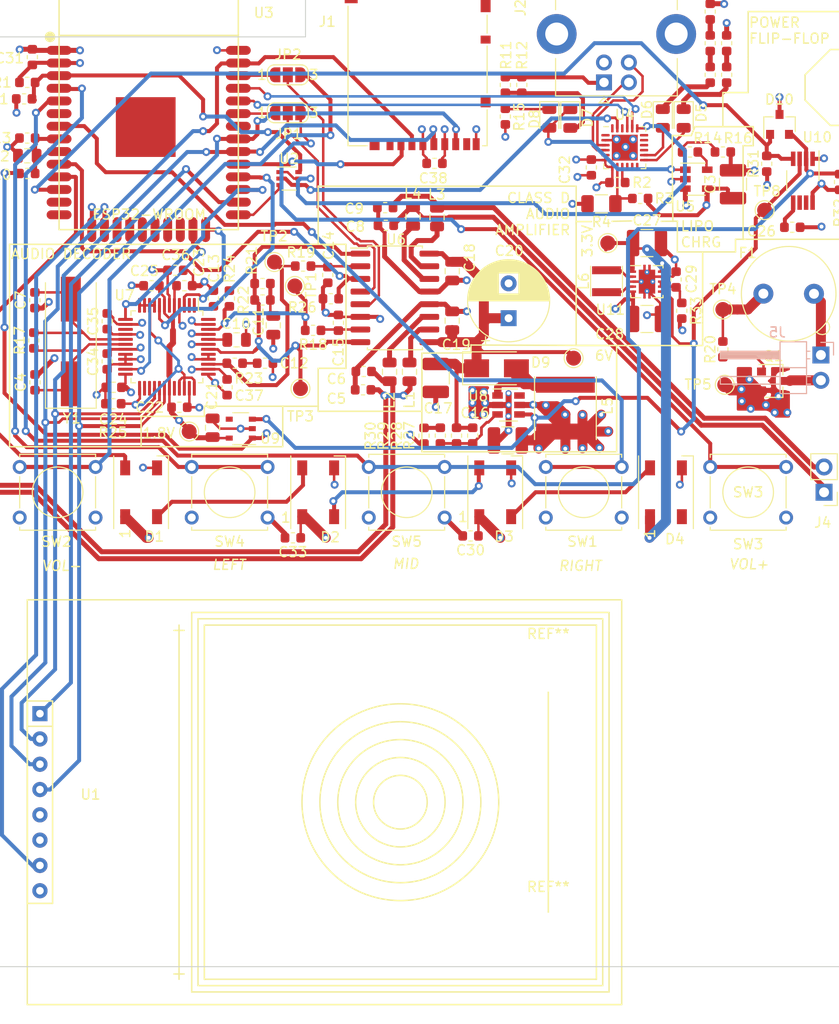
<source format=kicad_pcb>
(kicad_pcb (version 20171130) (host pcbnew 5.1.6)
  (layers (0 F.Cu signal hide) (1 In1.Cu power hide) (2 In2.Cu power hide) (31 B.Cu signal) (34 B.Paste user hide) (35 F.Paste user hide) (36 B.SilkS user hide) (37 F.SilkS user hide) (38 B.Mask user hide) (39 F.Mask user hide) (44 Edge.Cuts user hide))
  (net 0 "")
  (net 1 GND)
  (net 2 BATT)
  (net 3 "Net-(C5-Pad1)")
  (net 4 +1V8)
  (net 5 RESET)
  (net 6 +3V3)
  (net 7 +6V)
  (net 8 /ADC_BATT)
  (net 9 "Net-(D3-Pad2)")
  (net 10 /MISO)
  (net 11 /SCK)
  (net 12 /MOSI)
  (net 13 SD_CS)
  (net 14 AMP_VOL-)
  (net 15 "Net-(JP1-Pad1)")
  (net 16 AMP_VOL+)
  (net 17 "Net-(JP2-Pad1)")
  (net 18 "Net-(Q1-Pad1)")
  (net 19 "Net-(R2-Pad1)")
  (net 20 AMP_EN)
  (net 21 EN)
  (net 22 "Net-(D5-Pad2)")
  (net 23 "Net-(L2-Pad2)")
  (net 24 WS2812)
  (net 25 MP3_XCS)
  (net 26 MP3_XRESET)
  (net 27 MP3_XDCS)
  (net 28 MP3_DREQ)
  (net 29 "Net-(L6-Pad2)")
  (net 30 "Net-(L4-Pad2)")
  (net 31 "Net-(L3-Pad1)")
  (net 32 "Net-(D1-Pad2)")
  (net 33 "Net-(F1-Pad2)")
  (net 34 PWR_DOWN)
  (net 35 /ESPTXD)
  (net 36 /ESPRXD)
  (net 37 "Net-(D6-Pad2)")
  (net 38 "Net-(D7-Pad2)")
  (net 39 "Net-(JP1-Pad3)")
  (net 40 "Net-(JP2-Pad3)")
  (net 41 PWR_UP)
  (net 42 "Net-(C3-Pad1)")
  (net 43 "Net-(C4-Pad2)")
  (net 44 "Net-(C6-Pad1)")
  (net 45 "Net-(C7-Pad2)")
  (net 46 "Net-(C8-Pad2)")
  (net 47 "Net-(C9-Pad2)")
  (net 48 "Net-(C15-Pad2)")
  (net 49 "Net-(C29-Pad1)")
  (net 50 "Net-(D2-Pad2)")
  (net 51 "Net-(D5-Pad1)")
  (net 52 "Net-(D6-Pad1)")
  (net 53 "Net-(D7-Pad1)")
  (net 54 "Net-(D8-Pad1)")
  (net 55 "Net-(D9-Pad2)")
  (net 56 "Net-(J2-Pad3)")
  (net 57 "Net-(J2-Pad2)")
  (net 58 "Net-(J5-Pad2)")
  (net 59 "Net-(L1-Pad1)")
  (net 60 "Net-(L6-Pad1)")
  (net 61 "Net-(R3-Pad1)")
  (net 62 "Net-(SW4-Pad2)")
  (net 63 "Net-(U2-Pad2)")
  (net 64 "Net-(U2-Pad1)")
  (net 65 "Net-(U2-Pad3)")
  (net 66 "Net-(R5-Pad1)")
  (net 67 "Net-(R6-Pad1)")
  (net 68 "Net-(R7-Pad1)")
  (net 69 "Net-(R18-Pad2)")
  (net 70 "Net-(R27-Pad1)")
  (net 71 "Net-(R14-Pad2)")
  (net 72 "Net-(R14-Pad1)")
  (net 73 "Net-(R19-Pad2)")
  (net 74 "Net-(R29-Pad2)")
  (net 75 "Net-(C10-Pad2)")
  (net 76 "Net-(C11-Pad2)")
  (net 77 "Net-(C12-Pad2)")
  (net 78 "Net-(C13-Pad2)")
  (net 79 "Net-(C14-Pad2)")
  (net 80 "Net-(C26-Pad1)")
  (net 81 "Net-(R21-Pad2)")
  (net 82 "Net-(R25-Pad1)")
  (net 83 "Net-(SW1-Pad1)")
  (net 84 RFID_RST)
  (net 85 RFID_CS)
  (module Package_QFP:LQFP-48_7x7mm_P0.5mm (layer F.Cu) (at 83.8736 59.0572 270)
    (fp_text reference U7 (at -5.1838 4.27 180) (layer F.SilkS))
    (fp_text value VS1053b)
    (pad 48 smd roundrect (at -2.75 -4.1625 270) (size 0.3 1.475) (layers F.Cu F.Paste F.Mask))
    (pad 47 smd roundrect (at -2.25 -4.1625 270) (size 0.3 1.475) (layers F.Cu F.Paste F.Mask) (net 1 GND))
    (pad 46 smd roundrect (at -1.75 -4.1625 270) (size 0.3 1.475) (layers F.Cu F.Paste F.Mask) (net 69 "Net-(R18-Pad2)"))
    (pad 45 smd roundrect (at -1.25 -4.1625 270) (size 0.3 1.475) (layers F.Cu F.Paste F.Mask) (net 6 +3V3))
    (pad 44 smd roundrect (at -0.75 -4.1625 270) (size 0.3 1.475) (layers F.Cu F.Paste F.Mask) (net 75 "Net-(C10-Pad2)"))
    (pad 43 smd roundrect (at -0.25 -4.1625 270) (size 0.3 1.475) (layers F.Cu F.Paste F.Mask) (net 6 +3V3))
    (pad 42 smd roundrect (at 0.25 -4.1625 270) (size 0.3 1.475) (layers F.Cu F.Paste F.Mask) (net 81 "Net-(R21-Pad2)"))
    (pad 41 smd roundrect (at 0.75 -4.1625 270) (size 0.3 1.475) (layers F.Cu F.Paste F.Mask) (net 1 GND))
    (pad 40 smd roundrect (at 1.25 -4.1625 270) (size 0.3 1.475) (layers F.Cu F.Paste F.Mask) (net 1 GND))
    (pad 39 smd roundrect (at 1.75 -4.1625 270) (size 0.3 1.475) (layers F.Cu F.Paste F.Mask) (net 73 "Net-(R19-Pad2)"))
    (pad 38 smd roundrect (at 2.25 -4.1625 270) (size 0.3 1.475) (layers F.Cu F.Paste F.Mask) (net 6 +3V3))
    (pad 37 smd roundrect (at 2.75 -4.1625 270) (size 0.3 1.475) (layers F.Cu F.Paste F.Mask) (net 1 GND))
    (pad 36 smd roundrect (at 4.1625 -2.75 270) (size 1.475 0.3) (layers F.Cu F.Paste F.Mask) (net 82 "Net-(R25-Pad1)"))
    (pad 35 smd roundrect (at 4.1625 -2.25 270) (size 1.475 0.3) (layers F.Cu F.Paste F.Mask) (net 1 GND))
    (pad 34 smd roundrect (at 4.1625 -1.75 270) (size 1.475 0.3) (layers F.Cu F.Paste F.Mask) (net 82 "Net-(R25-Pad1)"))
    (pad 33 smd roundrect (at 4.1625 -1.25 270) (size 1.475 0.3) (layers F.Cu F.Paste F.Mask) (net 82 "Net-(R25-Pad1)"))
    (pad 32 smd roundrect (at 4.1625 -0.75 270) (size 1.475 0.3) (layers F.Cu F.Paste F.Mask))
    (pad 31 smd roundrect (at 4.1625 -0.25 270) (size 1.475 0.3) (layers F.Cu F.Paste F.Mask) (net 4 +1V8))
    (pad 30 smd roundrect (at 4.1625 0.25 270) (size 1.475 0.3) (layers F.Cu F.Paste F.Mask) (net 10 /MISO))
    (pad 29 smd roundrect (at 4.1625 0.75 270) (size 1.475 0.3) (layers F.Cu F.Paste F.Mask) (net 12 /MOSI))
    (pad 28 smd roundrect (at 4.1625 1.25 270) (size 1.475 0.3) (layers F.Cu F.Paste F.Mask) (net 11 /SCK))
    (pad 27 smd roundrect (at 4.1625 1.75 270) (size 1.475 0.3) (layers F.Cu F.Paste F.Mask))
    (pad 26 smd roundrect (at 4.1625 2.25 270) (size 1.475 0.3) (layers F.Cu F.Paste F.Mask))
    (pad 25 smd roundrect (at 4.1625 2.75 270) (size 1.475 0.3) (layers F.Cu F.Paste F.Mask) (net 82 "Net-(R25-Pad1)"))
    (pad 24 smd roundrect (at 2.75 4.1625 270) (size 0.3 1.475) (layers F.Cu F.Paste F.Mask) (net 4 +1V8))
    (pad 23 smd roundrect (at 2.25 4.1625 270) (size 0.3 1.475) (layers F.Cu F.Paste F.Mask) (net 25 MP3_XCS))
    (pad 22 smd roundrect (at 1.75 4.1625 270) (size 0.3 1.475) (layers F.Cu F.Paste F.Mask) (net 1 GND))
    (pad 21 smd roundrect (at 1.25 4.1625 270) (size 0.3 1.475) (layers F.Cu F.Paste F.Mask) (net 1 GND))
    (pad 20 smd roundrect (at 0.75 4.1625 270) (size 0.3 1.475) (layers F.Cu F.Paste F.Mask) (net 1 GND))
    (pad 19 smd roundrect (at 0.25 4.1625 270) (size 0.3 1.475) (layers F.Cu F.Paste F.Mask) (net 6 +3V3))
    (pad 18 smd roundrect (at -0.25 4.1625 270) (size 0.3 1.475) (layers F.Cu F.Paste F.Mask) (net 43 "Net-(C4-Pad2)"))
    (pad 17 smd roundrect (at -0.75 4.1625 270) (size 0.3 1.475) (layers F.Cu F.Paste F.Mask) (net 45 "Net-(C7-Pad2)"))
    (pad 16 smd roundrect (at -1.25 4.1625 270) (size 0.3 1.475) (layers F.Cu F.Paste F.Mask) (net 1 GND))
    (pad 15 smd roundrect (at -1.75 4.1625 270) (size 0.3 1.475) (layers F.Cu F.Paste F.Mask))
    (pad 14 smd roundrect (at -2.25 4.1625 270) (size 0.3 1.475) (layers F.Cu F.Paste F.Mask) (net 6 +3V3))
    (pad 13 smd roundrect (at -2.75 4.1625 270) (size 0.3 1.475) (layers F.Cu F.Paste F.Mask) (net 27 MP3_XDCS))
    (pad 12 smd roundrect (at -4.1625 2.75 270) (size 1.475 0.3) (layers F.Cu F.Paste F.Mask) (net 82 "Net-(R25-Pad1)"))
    (pad 11 smd roundrect (at -4.1625 2.25 270) (size 1.475 0.3) (layers F.Cu F.Paste F.Mask) (net 82 "Net-(R25-Pad1)"))
    (pad 10 smd roundrect (at -4.1625 1.75 270) (size 1.475 0.3) (layers F.Cu F.Paste F.Mask) (net 82 "Net-(R25-Pad1)"))
    (pad 9 smd roundrect (at -4.1625 1.25 270) (size 1.475 0.3) (layers F.Cu F.Paste F.Mask) (net 82 "Net-(R25-Pad1)"))
    (pad 8 smd roundrect (at -4.1625 0.75 270) (size 1.475 0.3) (layers F.Cu F.Paste F.Mask) (net 28 MP3_DREQ))
    (pad 7 smd roundrect (at -4.1625 0.25 270) (size 1.475 0.3) (layers F.Cu F.Paste F.Mask) (net 4 +1V8))
    (pad 6 smd roundrect (at -4.1625 -0.25 270) (size 1.475 0.3) (layers F.Cu F.Paste F.Mask) (net 6 +3V3))
    (pad 5 smd roundrect (at -4.1625 -0.75 270) (size 1.475 0.3) (layers F.Cu F.Paste F.Mask) (net 4 +1V8))
    (pad 4 smd roundrect (at -4.1625 -1.25 270) (size 1.475 0.3) (layers F.Cu F.Paste F.Mask) (net 1 GND))
    (pad 3 smd roundrect (at -4.1625 -1.75 270) (size 1.475 0.3) (layers F.Cu F.Paste F.Mask) (net 26 MP3_XRESET))
    (pad 2 smd roundrect (at -4.1625 -2.25 270) (size 1.475 0.3) (layers F.Cu F.Paste F.Mask))
    (pad 1 smd roundrect (at -4.1625 -2.75 270) (size 1.475 0.3) (layers F.Cu F.Paste F.Mask))
  )
  (module Package_TO_SOT_SMD:SOT-23 (layer F.Cu) (at 145.3896 36.7284 90)
    (fp_text reference D10 (at 2.5019 -0.0127 180) (layer F.SilkS))
    (fp_text value 3.3V)
    (pad 3 smd rect (at 1 0 90) (size 0.9 0.8) (layers F.Cu F.Paste F.Mask) (net 1 GND))
    (pad 2 smd rect (at -1 0.95 90) (size 0.9 0.8) (layers F.Cu F.Paste F.Mask) (net 41 PWR_UP))
    (pad 1 smd rect (at -1 -0.95 90) (size 0.9 0.8) (layers F.Cu F.Paste F.Mask) (net 34 PWR_DOWN))
  )
  (module Inductor_SMD:L_Taiyo-Yuden_NR-60xx (layer F.Cu) (at 123.8885 65.2145 90)
    (fp_text reference L5 (at 0.2159 4.2291 90) (layer F.SilkS))
    (fp_text value 22u)
    (pad 2 smd rect (at 2.35 0 90) (size 1.6 5.9) (layers F.Cu F.Paste F.Mask) (net 55 "Net-(D9-Pad2)"))
    (pad 1 smd rect (at -2.35 0 90) (size 1.6 5.9) (layers F.Cu F.Paste F.Mask) (net 2 BATT))
  )
  (module audioplayer:ESP32-WROOM (layer F.Cu) (at 82.042 34.544 180)
    (fp_text reference U3 (at -11.557 9.017) (layer F.SilkS))
    (fp_text value ESP-WROOM32)
    (fp_text user ESP32-WROOM (at -0.0508 -11.2268 180) (layer F.SilkS))
    (pad 39 smd rect (at 0.3 -2.45 180) (size 6 6) (layers F.Cu F.Paste F.Mask))
    (pad 1 smd oval (at 9 5.25 180) (size 2.5 0.9) (layers F.Cu F.Paste F.Mask) (net 1 GND))
    (pad 2 smd oval (at 9 3.98 180) (size 2.5 0.9) (layers F.Cu F.Paste F.Mask) (net 6 +3V3))
    (pad 3 smd oval (at 9 2.71 180) (size 2.5 0.9) (layers F.Cu F.Paste F.Mask) (net 5 RESET))
    (pad 4 smd oval (at 9 1.44 180) (size 2.5 0.9) (layers F.Cu F.Paste F.Mask) (net 41 PWR_UP))
    (pad 5 smd oval (at 9 0.17 180) (size 2.5 0.9) (layers F.Cu F.Paste F.Mask) (net 62 "Net-(SW4-Pad2)"))
    (pad 6 smd oval (at 9 -1.1 180) (size 2.5 0.9) (layers F.Cu F.Paste F.Mask))
    (pad 7 smd oval (at 9 -2.37 180) (size 2.5 0.9) (layers F.Cu F.Paste F.Mask) (net 83 "Net-(SW1-Pad1)"))
    (pad 8 smd oval (at 9 -3.64 180) (size 2.5 0.9) (layers F.Cu F.Paste F.Mask) (net 8 /ADC_BATT))
    (pad 9 smd oval (at 9 -4.91 180) (size 2.5 0.9) (layers F.Cu F.Paste F.Mask))
    (pad 10 smd oval (at 9 -6.18 180) (size 2.5 0.9) (layers F.Cu F.Paste F.Mask) (net 20 AMP_EN))
    (pad 11 smd oval (at 9 -7.45 180) (size 2.5 0.9) (layers F.Cu F.Paste F.Mask) (net 24 WS2812))
    (pad 12 smd oval (at 9 -8.72 180) (size 2.5 0.9) (layers F.Cu F.Paste F.Mask) (net 34 PWR_DOWN))
    (pad 13 smd oval (at 9 -9.99 180) (size 2.5 0.9) (layers F.Cu F.Paste F.Mask))
    (pad 14 smd oval (at 9 -11.26 180) (size 2.5 0.9) (layers F.Cu F.Paste F.Mask))
    (pad 15 smd oval (at 5.715 -12.75 180) (size 0.9 2.5) (layers F.Cu F.Paste F.Mask) (net 1 GND))
    (pad 16 smd oval (at 4.445 -12.75 180) (size 0.9 2.5) (layers F.Cu F.Paste F.Mask) (net 84 RFID_RST))
    (pad 17 smd oval (at 3.175 -12.75 180) (size 0.9 2.5) (layers F.Cu F.Paste F.Mask))
    (pad 18 smd oval (at 1.905 -12.75 180) (size 0.9 2.5) (layers F.Cu F.Paste F.Mask))
    (pad 19 smd oval (at 0.635 -12.75 180) (size 0.9 2.5) (layers F.Cu F.Paste F.Mask))
    (pad 20 smd oval (at -0.635 -12.75 180) (size 0.9 2.5) (layers F.Cu F.Paste F.Mask))
    (pad 21 smd oval (at -1.905 -12.75 180) (size 0.9 2.5) (layers F.Cu F.Paste F.Mask))
    (pad 22 smd oval (at -3.175 -12.75 180) (size 0.9 2.5) (layers F.Cu F.Paste F.Mask))
    (pad 23 smd oval (at -4.445 -12.75 180) (size 0.9 2.5) (layers F.Cu F.Paste F.Mask) (net 25 MP3_XCS))
    (pad 24 smd oval (at -5.715 -12.75 180) (size 0.9 2.5) (layers F.Cu F.Paste F.Mask) (net 26 MP3_XRESET))
    (pad 25 smd oval (at -9 -11.26 180) (size 2.5 0.9) (layers F.Cu F.Paste F.Mask) (net 65 "Net-(U2-Pad3)"))
    (pad 26 smd oval (at -9 -9.99 180) (size 2.5 0.9) (layers F.Cu F.Paste F.Mask) (net 85 RFID_CS))
    (pad 27 smd oval (at -9 -8.72 180) (size 2.5 0.9) (layers F.Cu F.Paste F.Mask) (net 27 MP3_XDCS))
    (pad 28 smd oval (at -9 -7.45 180) (size 2.5 0.9) (layers F.Cu F.Paste F.Mask) (net 28 MP3_DREQ))
    (pad 29 smd oval (at -9 -6.18 180) (size 2.5 0.9) (layers F.Cu F.Paste F.Mask) (net 13 SD_CS))
    (pad 30 smd oval (at -9 -4.91 180) (size 2.5 0.9) (layers F.Cu F.Paste F.Mask) (net 11 /SCK))
    (pad 31 smd oval (at -9 -3.64 180) (size 2.5 0.9) (layers F.Cu F.Paste F.Mask) (net 10 /MISO))
    (pad 32 smd oval (at -9 -2.37 180) (size 2.5 0.9) (layers F.Cu F.Paste F.Mask))
    (pad 33 smd oval (at -9 -1.1 180) (size 2.5 0.9) (layers F.Cu F.Paste F.Mask) (net 15 "Net-(JP1-Pad1)"))
    (pad 34 smd oval (at -9 0.17 180) (size 2.5 0.9) (layers F.Cu F.Paste F.Mask) (net 36 /ESPRXD))
    (pad 35 smd oval (at -9 1.44 180) (size 2.5 0.9) (layers F.Cu F.Paste F.Mask) (net 35 /ESPTXD))
    (pad 36 smd oval (at -9 2.71 180) (size 2.5 0.9) (layers F.Cu F.Paste F.Mask) (net 17 "Net-(JP2-Pad1)"))
    (pad 37 smd oval (at -9 3.98 180) (size 2.5 0.9) (layers F.Cu F.Paste F.Mask) (net 12 /MOSI))
    (pad 38 smd oval (at -9 5.25 180) (size 2.5 0.9) (layers F.Cu F.Paste F.Mask) (net 1 GND))
  )
  (module Resistor_SMD:R_0603_1608Metric (layer F.Cu) (at 98.552 57.404 180)
    (fp_text reference R18 (at 0 -1.43) (layer F.SilkS))
    (fp_text value 1k)
    (pad 2 smd roundrect (at 0.7875 0 180) (size 0.875 0.95) (layers F.Cu F.Paste F.Mask) (net 69 "Net-(R18-Pad2)"))
    (pad 1 smd roundrect (at -0.7875 0 180) (size 0.875 0.95) (layers F.Cu F.Paste F.Mask) (net 48 "Net-(C15-Pad2)"))
  )
  (module Package_SO:VSSOP-8_3.0x3.0mm_P0.65mm (layer F.Cu) (at 147.7348 42.3808 270)
    (fp_text reference U10 (at -4.3697 -1.4394 180) (layer F.SilkS))
    (fp_text value LMC555xM)
    (pad 8 smd rect (at 2.2 -0.975 180) (size 0.45 1.45) (layers F.Cu F.Paste F.Mask) (net 2 BATT))
    (pad 7 smd rect (at 2.2 -0.325 180) (size 0.45 1.45) (layers F.Cu F.Paste F.Mask))
    (pad 6 smd rect (at 2.2 0.325 180) (size 0.45 1.45) (layers F.Cu F.Paste F.Mask))
    (pad 5 smd rect (at 2.2 0.975 180) (size 0.45 1.45) (layers F.Cu F.Paste F.Mask) (net 80 "Net-(C26-Pad1)"))
    (pad 4 smd rect (at -2.2 0.975 180) (size 0.45 1.45) (layers F.Cu F.Paste F.Mask) (net 34 PWR_DOWN))
    (pad 3 smd rect (at -2.2 0.325 180) (size 0.45 1.45) (layers F.Cu F.Paste F.Mask) (net 21 EN))
    (pad 2 smd rect (at -2.2 -0.325 180) (size 0.45 1.45) (layers F.Cu F.Paste F.Mask) (net 41 PWR_UP))
    (pad 1 smd rect (at -2.2 -0.975 180) (size 0.45 1.45) (layers F.Cu F.Paste F.Mask) (net 1 GND))
  )
  (module Resistor_SMD:R_0603_1608Metric (layer F.Cu) (at 111.3282 67.9704 90)
    (fp_text reference R29 (at -0.0254 -5.715 90) (layer F.SilkS))
    (fp_text value 2.7k)
    (pad 2 smd roundrect (at 0.7875 0 90) (size 0.875 0.95) (layers F.Cu F.Paste F.Mask) (net 74 "Net-(R29-Pad2)"))
    (pad 1 smd roundrect (at -0.7875 0 90) (size 0.875 0.95) (layers F.Cu F.Paste F.Mask) (net 70 "Net-(R27-Pad1)"))
  )
  (module Resistor_SMD:R_1206_3216Metric (layer F.Cu) (at 127.508 44.704 180)
    (fp_text reference R4 (at 0 -1.82) (layer F.SilkS))
    (fp_text value 47.5k)
    (pad 2 smd roundrect (at 1.4 0 180) (size 1.25 1.75) (layers F.Cu F.Paste F.Mask) (roundrect_rratio 0.2) (net 1 GND))
    (pad 1 smd roundrect (at -1.4 0 180) (size 1.25 1.75) (layers F.Cu F.Paste F.Mask) (roundrect_rratio 0.2) (net 61 "Net-(R3-Pad1)"))
  )
  (module Package_TO_SOT_SMD:SC-59 (layer F.Cu) (at 144.78 62.484)
    (fp_text reference Q1 (at 0 -2.5) (layer F.SilkS))
    (fp_text value DMN2020LSN)
    (pad 3 smd rect (at 1.2 0) (size 0.9 0.8) (layers F.Cu F.Paste F.Mask) (net 58 "Net-(J5-Pad2)"))
    (pad 2 smd rect (at -1.2 0.95) (size 0.9 0.8) (layers F.Cu F.Paste F.Mask) (net 1 GND))
    (pad 1 smd rect (at -1.2 -0.95) (size 0.9 0.8) (layers F.Cu F.Paste F.Mask) (net 18 "Net-(Q1-Pad1)"))
  )
  (module Capacitor_SMD:C_1210_3225Metric (layer F.Cu) (at 132.08 56.261)
    (fp_text reference C28 (at -3.7465 1.524) (layer F.SilkS))
    (fp_text value 22u)
    (pad 2 smd roundrect (at 1.4 0) (size 1.25 2.65) (layers F.Cu F.Paste F.Mask) (roundrect_rratio 0.2) (net 1 GND))
    (pad 1 smd roundrect (at -1.4 0) (size 1.25 2.65) (layers F.Cu F.Paste F.Mask) (roundrect_rratio 0.2) (net 2 BATT))
  )
  (module Capacitor_SMD:C_1210_3225Metric (layer F.Cu) (at 132.08 48.641)
    (fp_text reference C27 (at 0 -2.28) (layer F.SilkS))
    (fp_text value 22u)
    (pad 2 smd roundrect (at 1.4 0) (size 1.25 2.65) (layers F.Cu F.Paste F.Mask) (roundrect_rratio 0.2) (net 1 GND))
    (pad 1 smd roundrect (at -1.4 0) (size 1.25 2.65) (layers F.Cu F.Paste F.Mask) (roundrect_rratio 0.2) (net 6 +3V3))
  )
  (module Capacitor_SMD:C_0805_2012Metric (layer F.Cu) (at 112.517 56.4388 90)
    (fp_text reference C19 (at -2.413 0.4114 180) (layer F.SilkS))
    (fp_text value 1u)
    (pad 2 smd roundrect (at 0.9375 0 90) (size 0.975 1.4) (layers F.Cu F.Paste F.Mask) (net 1 GND))
    (pad 1 smd roundrect (at -0.9375 0 90) (size 0.975 1.4) (layers F.Cu F.Paste F.Mask) (net 7 +6V))
  )
  (module Capacitor_SMD:C_0805_2012Metric (layer F.Cu) (at 112.522 51.4604 270)
    (fp_text reference C18 (at -1.3462 -1.7526 90) (layer F.SilkS))
    (fp_text value 1u)
    (pad 2 smd roundrect (at 0.9375 0 270) (size 0.975 1.4) (layers F.Cu F.Paste F.Mask) (net 1 GND))
    (pad 1 smd roundrect (at -0.9375 0 270) (size 0.975 1.4) (layers F.Cu F.Paste F.Mask) (net 7 +6V))
  )
  (module Capacitor_SMD:C_1210_3225Metric (layer F.Cu) (at 110.871 62.1792 270)
    (fp_text reference C17 (at 3.048 -0.2286 180) (layer F.SilkS))
    (fp_text value 22u)
    (pad 2 smd roundrect (at 1.4 0 270) (size 1.25 2.65) (layers F.Cu F.Paste F.Mask) (roundrect_rratio 0.2) (net 1 GND))
    (pad 1 smd roundrect (at -1.4 0 270) (size 1.25 2.65) (layers F.Cu F.Paste F.Mask) (roundrect_rratio 0.2) (net 7 +6V))
  )
  (module Capacitor_SMD:C_1210_3225Metric (layer F.Cu) (at 118.11 68.453 180)
    (fp_text reference C16 (at 3.30708 2.75844 180) (layer F.SilkS))
    (fp_text value 22u)
    (pad 2 smd roundrect (at 1.4 0 180) (size 1.25 2.65) (layers F.Cu F.Paste F.Mask) (roundrect_rratio 0.2) (net 1 GND))
    (pad 1 smd roundrect (at -1.4 0 180) (size 1.25 2.65) (layers F.Cu F.Paste F.Mask) (roundrect_rratio 0.2) (net 2 BATT))
  )
  (module Capacitor_SMD:C_0805_2012Metric (layer F.Cu) (at 94.5515 56.896 90)
    (fp_text reference C11 (at 0.3556 -1.4859 90) (layer F.SilkS))
    (fp_text value 47n)
    (pad 2 smd roundrect (at 0.9375 0 90) (size 0.975 1.4) (layers F.Cu F.Paste F.Mask) (net 76 "Net-(C11-Pad2)"))
    (pad 1 smd roundrect (at -0.9375 0 90) (size 0.975 1.4) (layers F.Cu F.Paste F.Mask) (net 1 GND))
  )
  (module Capacitor_SMD:C_0805_2012Metric (layer F.Cu) (at 90.8685 58.3565 180)
    (fp_text reference C10 (at 0.0381 1.6129) (layer F.SilkS))
    (fp_text value 1u)
    (pad 2 smd roundrect (at 0.9375 0 180) (size 0.975 1.4) (layers F.Cu F.Paste F.Mask) (net 75 "Net-(C10-Pad2)"))
    (pad 1 smd roundrect (at -0.9375 0 180) (size 0.975 1.4) (layers F.Cu F.Paste F.Mask) (net 1 GND))
  )
  (module Capacitor_SMD:C_0805_2012Metric (layer F.Cu) (at 88.4555 67.183 90)
    (fp_text reference C21 (at 3.2258 -0.0635 90) (layer F.SilkS))
    (fp_text value 1u)
    (pad 2 smd roundrect (at 0.9375 0 90) (size 0.975 1.4) (layers F.Cu F.Paste F.Mask) (net 1 GND))
    (pad 1 smd roundrect (at -0.9375 0 90) (size 0.975 1.4) (layers F.Cu F.Paste F.Mask) (net 4 +1V8))
  )
  (module Capacitor_SMD:C_1210_3225Metric (layer F.Cu) (at 140.716 42.7355 90)
    (fp_text reference C3 (at 0 -2.28 90) (layer F.SilkS))
    (fp_text value 22u)
    (pad 2 smd roundrect (at 1.4 0 90) (size 1.25 2.65) (layers F.Cu F.Paste F.Mask) (roundrect_rratio 0.2) (net 1 GND))
    (pad 1 smd roundrect (at -1.4 0 90) (size 1.25 2.65) (layers F.Cu F.Paste F.Mask) (roundrect_rratio 0.2) (net 42 "Net-(C3-Pad1)"))
  )
  (module Capacitor_SMD:C_0805_2012Metric (layer F.Cu) (at 69.85 39.878 180)
    (fp_text reference C2 (at 2.7432 -0.0508) (layer F.SilkS))
    (fp_text value 1u)
    (pad 2 smd roundrect (at 0.9375 0 180) (size 0.975 1.4) (layers F.Cu F.Paste F.Mask) (net 1 GND))
    (pad 1 smd roundrect (at -0.9375 0 180) (size 0.975 1.4) (layers F.Cu F.Paste F.Mask) (net 8 /ADC_BATT))
  )
  (module Connector_USB:USB_B_Lumberg_2411_02_Horizontal (layer F.Cu) (at 127.762 32.512 90)
    (fp_text reference J2 (at 7.5 -8.382 90) (layer F.SilkS))
    (fp_text value USB_B)
    (pad 5 thru_hole circle (at 4.86 -4.75 180) (size 4 4) (drill 2.3) (layers *.Cu *.Mask) (net 1 GND))
    (pad 5 thru_hole circle (at 4.86 7.25 180) (size 4 4) (drill 2.3) (layers *.Cu *.Mask) (net 1 GND))
    (pad 4 thru_hole circle (at 2 0 180) (size 1.6 1.6) (drill 0.95) (layers *.Cu *.Mask) (net 1 GND))
    (pad 3 thru_hole circle (at 2 2.5 180) (size 1.6 1.6) (drill 0.95) (layers *.Cu *.Mask) (net 56 "Net-(J2-Pad3)"))
    (pad 2 thru_hole circle (at 0 2.5 180) (size 1.6 1.6) (drill 0.95) (layers *.Cu *.Mask) (net 57 "Net-(J2-Pad2)"))
    (pad 1 thru_hole rect (at 0 0 180) (size 1.6 1.6) (drill 0.95) (layers *.Cu *.Mask) (net 42 "Net-(C3-Pad1)"))
  )
  (module Inductor_SMD:L_0805_2012Metric (layer F.Cu) (at 110.998 46.0375 90)
    (fp_text reference L3 (at 2.2733 -0.0254 180) (layer F.SilkS))
    (fp_text value 600)
    (pad 2 smd roundrect (at 0.9375 0 90) (size 0.975 1.4) (layers F.Cu F.Paste F.Mask) (net 47 "Net-(C9-Pad2)"))
    (pad 1 smd roundrect (at -0.9375 0 90) (size 0.975 1.4) (layers F.Cu F.Paste F.Mask) (net 31 "Net-(L3-Pad1)"))
  )
  (module Capacitor_SMD:C_0603_1608Metric (layer F.Cu) (at 103.632 61.5315 180)
    (fp_text reference C6 (at 2.7432 -0.7493) (layer F.SilkS))
    (fp_text value 220p)
    (pad 2 smd roundrect (at 0.7875 0 180) (size 0.875 0.95) (layers F.Cu F.Paste F.Mask) (net 1 GND))
    (pad 1 smd roundrect (at -0.7875 0 180) (size 0.875 0.95) (layers F.Cu F.Paste F.Mask) (net 44 "Net-(C6-Pad1)"))
  )
  (module Resistor_SMD:R_0603_1608Metric (layer F.Cu) (at 139.7 39.497 180)
    (fp_text reference R16 (at -1.524 1.397) (layer F.SilkS))
    (fp_text value 1k)
    (pad 2 smd roundrect (at 0.7875 0 180) (size 0.875 0.95) (layers F.Cu F.Paste F.Mask) (net 72 "Net-(R14-Pad1)"))
    (pad 1 smd roundrect (at -0.7875 0 180) (size 0.875 0.95) (layers F.Cu F.Paste F.Mask) (net 1 GND))
  )
  (module Resistor_SMD:R_0603_1608Metric (layer F.Cu) (at 117.856 32.766 90)
    (fp_text reference R11 (at 2.9845 0.0762 90) (layer F.SilkS))
    (fp_text value 1k)
    (pad 2 smd roundrect (at 0.7875 0 90) (size 0.875 0.95) (layers F.Cu F.Paste F.Mask) (net 42 "Net-(C3-Pad1)"))
    (pad 1 smd roundrect (at -0.7875 0 90) (size 0.875 0.95) (layers F.Cu F.Paste F.Mask) (net 38 "Net-(D7-Pad2)"))
  )
  (module Resistor_SMD:R_0603_1608Metric (layer F.Cu) (at 112.9538 67.9704 90)
    (fp_text reference R28 (at -0.0254 -5.9944 90) (layer F.SilkS))
    (fp_text value 100k)
    (pad 2 smd roundrect (at 0.7875 0 90) (size 0.875 0.95) (layers F.Cu F.Paste F.Mask) (net 7 +6V))
    (pad 1 smd roundrect (at -0.7875 0 90) (size 0.875 0.95) (layers F.Cu F.Paste F.Mask) (net 70 "Net-(R27-Pad1)"))
  )
  (module Resistor_SMD:R_0603_1608Metric (layer F.Cu) (at 93.472 52.705 180)
    (fp_text reference R21 (at 1.07696 2.30124 270) (layer F.SilkS))
    (fp_text value 20)
    (pad 2 smd roundrect (at 0.7875 0 180) (size 0.875 0.95) (layers F.Cu F.Paste F.Mask) (net 81 "Net-(R21-Pad2)"))
    (pad 1 smd roundrect (at -0.7875 0 180) (size 0.875 0.95) (layers F.Cu F.Paste F.Mask) (net 76 "Net-(C11-Pad2)"))
  )
  (module MountingHole:MountingHole_3.2mm_M3 (layer F.Cu) (at 122.174 92.075)
    (fp_text reference REF** (at 0 -4.2) (layer F.SilkS))
    (fp_text value MountingHole_3.2mm_M3)
    (pad 1 np_thru_hole circle (at 0 0) (size 3.2 3.2) (drill 3.2) (layers *.Cu *.Mask))
  )
  (module MountingHole:MountingHole_3.2mm_M3 (layer F.Cu) (at 122.174 117.475)
    (fp_text reference REF** (at 0 -4.2) (layer F.SilkS))
    (fp_text value MountingHole_3.2mm_M3)
    (pad 1 np_thru_hole circle (at 0 0) (size 3.2 3.2) (drill 3.2) (layers *.Cu *.Mask))
  )
  (module Resistor_SMD:R_0603_1608Metric (layer F.Cu) (at 138.43 25.4 270)
    (fp_text reference R9 (at -7.9375 -0.1651 90) (layer F.SilkS))
    (fp_text value 100)
    (pad 2 smd roundrect (at 0.7875 0 270) (size 0.875 0.95) (layers F.Cu F.Paste F.Mask) (net 68 "Net-(R7-Pad1)"))
    (pad 1 smd roundrect (at -0.7875 0 270) (size 0.875 0.95) (layers F.Cu F.Paste F.Mask) (net 1 GND))
  )
  (module Resistor_SMD:R_0603_1608Metric (layer F.Cu) (at 140.081 28.575 270)
    (fp_text reference R8 (at -8.7503 0 90) (layer F.SilkS))
    (fp_text value 100)
    (pad 2 smd roundrect (at 0.7875 0 270) (size 0.875 0.95) (layers F.Cu F.Paste F.Mask) (net 67 "Net-(R6-Pad1)"))
    (pad 1 smd roundrect (at -0.7875 0 270) (size 0.875 0.95) (layers F.Cu F.Paste F.Mask) (net 1 GND))
  )
  (module Resistor_SMD:R_0603_1608Metric (layer F.Cu) (at 138.43 28.575 270)
    (fp_text reference R7 (at -8.7376 -0.1778 90) (layer F.SilkS))
    (fp_text value 100)
    (pad 2 smd roundrect (at 0.7875 0 270) (size 0.875 0.95) (layers F.Cu F.Paste F.Mask) (net 66 "Net-(R5-Pad1)"))
    (pad 1 smd roundrect (at -0.7875 0 270) (size 0.875 0.95) (layers F.Cu F.Paste F.Mask) (net 68 "Net-(R7-Pad1)"))
  )
  (module Resistor_SMD:R_0603_1608Metric (layer F.Cu) (at 138.43 31.75 270)
    (fp_text reference R5 (at -9.652 -0.1651 90) (layer F.SilkS))
    (fp_text value 100)
    (pad 2 smd roundrect (at 0.7875 0 270) (size 0.875 0.95) (layers F.Cu F.Paste F.Mask) (net 52 "Net-(D6-Pad1)"))
    (pad 1 smd roundrect (at -0.7875 0 270) (size 0.875 0.95) (layers F.Cu F.Paste F.Mask) (net 66 "Net-(R5-Pad1)"))
  )
  (module Capacitor_SMD:C_0603_1608Metric (layer F.Cu) (at 146.668 47.0544)
    (fp_text reference C26 (at -3.0945 0.4055) (layer F.SilkS))
    (fp_text value 10n)
    (pad 2 smd roundrect (at 0.7875 0) (size 0.875 0.95) (layers F.Cu F.Paste F.Mask) (net 1 GND))
    (pad 1 smd roundrect (at -0.7875 0) (size 0.875 0.95) (layers F.Cu F.Paste F.Mask) (net 80 "Net-(C26-Pad1)"))
  )
  (module MountingHole:MountingHole_3.2mm_M3 (layer F.Cu) (at 151.765 33.02 90)
    (fp_text reference REF** hide)
    (fp_text value MountingHole_3.2mm_M3 hide)
    (pad 1 np_thru_hole circle (at 0 0 90) (size 3.2 3.2) (drill 3.2) (layers *.Cu *.Mask))
  )
  (module MountingHole:MountingHole_3.2mm_M3 (layer F.Cu) (at 61.595 33.02 90)
    (fp_text reference REF** hide)
    (fp_text value MountingHole_3.2mm_M3 hide)
    (pad 1 np_thru_hole circle (at 0 0 90) (size 3.2 3.2) (drill 3.2) (layers *.Cu *.Mask))
  )
  (module MountingHole:MountingHole_3.2mm_M3 (layer F.Cu) (at 151.765 116.205 90)
    (fp_text reference REF** hide)
    (fp_text value MountingHole_3.2mm_M3 hide)
    (pad 1 np_thru_hole circle (at 0 0 90) (size 3.2 3.2) (drill 3.2) (layers *.Cu *.Mask))
  )
  (module MountingHole:MountingHole_3.2mm_M3 (layer F.Cu) (at 61.595 116.205 90)
    (fp_text reference "" (at 0 -4.2 90) (layer F.SilkS))
    (fp_text value MountingHole_3.2mm_M3)
    (pad "" np_thru_hole circle (at 0 0 90) (size 3.2 3.2) (drill 3.2) (layers *.Cu *.Mask))
  )
  (module audioplayer:RFID-RC522 (layer F.Cu) (at 85.09 104.775)
    (fp_text reference U1 (at -8.89 -0.77) (layer F.SilkS))
    (fp_text value RC-552)
    (pad 8 thru_hole circle (at -13.97 8.89) (size 1.524 1.524) (drill 0.762) (layers *.Cu *.Mask) (net 6 +3V3))
    (pad 7 thru_hole circle (at -13.97 6.35) (size 1.524 1.524) (drill 0.762) (layers *.Cu *.Mask) (net 84 RFID_RST))
    (pad 6 thru_hole circle (at -13.97 3.81) (size 1.524 1.524) (drill 0.762) (layers *.Cu *.Mask) (net 1 GND))
    (pad 5 thru_hole circle (at -13.97 1.27) (size 1.524 1.524) (drill 0.762) (layers *.Cu *.Mask))
    (pad 4 thru_hole circle (at -13.97 -1.27) (size 1.524 1.524) (drill 0.762) (layers *.Cu *.Mask) (net 10 /MISO))
    (pad 3 thru_hole circle (at -13.97 -3.81) (size 1.524 1.524) (drill 0.762) (layers *.Cu *.Mask) (net 12 /MOSI))
    (pad 2 thru_hole circle (at -13.97 -6.35) (size 1.524 1.524) (drill 0.762) (layers *.Cu *.Mask) (net 11 /SCK))
    (pad 1 thru_hole rect (at -13.97 -8.89) (size 1.524 1.524) (drill 0.762) (layers *.Cu *.Mask) (net 85 RFID_CS))
  )
  (module Capacitor_SMD:C_0603_1608Metric (layer F.Cu) (at 110.744 40.64)
    (fp_text reference C38 (at -0.127 1.4986) (layer F.SilkS))
    (fp_text value 100n)
    (pad 2 smd roundrect (at 0.7875 0) (size 0.875 0.95) (layers F.Cu F.Paste F.Mask) (net 1 GND))
    (pad 1 smd roundrect (at -0.7875 0) (size 0.875 0.95) (layers F.Cu F.Paste F.Mask) (net 6 +3V3))
  )
  (module TestPoint:TestPoint_Pad_D1.5mm (layer F.Cu) (at 94.6658 50.546)
    (fp_text reference TP2 (at -0.0254 -2.5908 180) (layer F.SilkS))
    (fp_text value MP3_R)
    (pad 1 smd circle (at 0 0) (size 1.5 1.5) (layers F.Cu F.Mask) (net 73 "Net-(R19-Pad2)"))
  )
  (module TestPoint:TestPoint_Pad_D1.5mm (layer F.Cu) (at 97.282 63.246)
    (fp_text reference TP3 (at 0 2.794 180) (layer F.SilkS))
    (fp_text value MP3_B)
    (pad 1 smd circle (at 0 0) (size 1.5 1.5) (layers F.Cu F.Mask) (net 81 "Net-(R21-Pad2)"))
  )
  (module TestPoint:TestPoint_Pad_D1.5mm (layer F.Cu) (at 96.7232 52.9463)
    (fp_text reference TP1 (at 1.62052 -0.0254 270) (layer F.SilkS))
    (fp_text value MP3_L)
    (pad 1 smd circle (at 0 0) (size 1.5 1.5) (layers F.Cu F.Mask) (net 69 "Net-(R18-Pad2)"))
  )
  (module TestPoint:TestPoint_Pad_D1.5mm (layer F.Cu) (at 86.106 67.564)
    (fp_text reference TP7 hide)
    (fp_text value TestPoint_1V8)
    (pad 1 smd circle (at 0 0) (size 1.5 1.5) (layers F.Cu F.Mask) (net 4 +1V8))
  )
  (module Button_Switch_THT:SW_Tactile_Straight_KSA0Axx1LFTR (layer F.Cu) (at 111.76 76.2 180)
    (fp_text reference SW5 (at 3.81 -2.413) (layer F.SilkS))
    (fp_text value MID (at 3.89128 -4.64312) (layer F.SilkS) (effects (font (thickness 0.15) italic)))
    (pad 2 thru_hole circle (at 0 5.08 180) (size 1.397 1.397) (drill 0.8128) (layers *.Cu *.Mask) (net 41 PWR_UP))
    (pad 1 thru_hole circle (at 0 0 180) (size 1.397 1.397) (drill 0.8128) (layers *.Cu *.Mask) (net 1 GND))
    (pad 2 thru_hole circle (at 7.62 5.08 180) (size 1.397 1.397) (drill 0.8128) (layers *.Cu *.Mask) (net 41 PWR_UP))
    (pad 1 thru_hole circle (at 7.62 0 180) (size 1.397 1.397) (drill 0.8128) (layers *.Cu *.Mask) (net 1 GND))
  )
  (module Capacitor_SMD:C_0603_1608Metric (layer F.Cu) (at 96.52 78.232 180)
    (fp_text reference C33 (at 0 -1.43) (layer F.SilkS))
    (fp_text value 100n)
    (pad 2 smd roundrect (at 0.7875 0 180) (size 0.875 0.95) (layers F.Cu F.Paste F.Mask) (net 1 GND))
    (pad 1 smd roundrect (at -0.7875 0 180) (size 0.875 0.95) (layers F.Cu F.Paste F.Mask) (net 6 +3V3))
  )
  (module Capacitor_SMD:C_0603_1608Metric (layer F.Cu) (at 114.3635 78.0415 180)
    (fp_text reference C30 (at 0 -1.43) (layer F.SilkS))
    (fp_text value 100n)
    (pad 2 smd roundrect (at 0.7875 0 180) (size 0.875 0.95) (layers F.Cu F.Paste F.Mask) (net 1 GND))
    (pad 1 smd roundrect (at -0.7875 0 180) (size 0.875 0.95) (layers F.Cu F.Paste F.Mask) (net 6 +3V3))
  )
  (module Package_SON:Texas_DRC0010J_ThermalVias (layer F.Cu) (at 132.08 52.5145)
    (fp_text reference U11 (at -3.683 2.8067) (layer F.SilkS))
    (fp_text value TPS63001)
    (pad 11 thru_hole circle (at 0 -0.95) (size 0.5 0.5) (drill 0.2) (layers *.Cu) (net 1 GND))
    (pad 11 thru_hole circle (at 0.575 0) (size 0.5 0.5) (drill 0.2) (layers *.Cu) (net 1 GND))
    (pad 11 thru_hole circle (at -0.575 0) (size 0.5 0.5) (drill 0.2) (layers *.Cu) (net 1 GND))
    (pad 11 thru_hole circle (at 0 0.95) (size 0.5 0.5) (drill 0.2) (layers *.Cu) (net 1 GND))
    (pad 11 smd custom (at 0 0) (size 1.65 2.4) (layers F.Cu F.Mask) (net 1 GND) (options (clearance outline) (anchor rect)) (primitives (gr_poly (pts (xy -0.375 -1.1) (xy -0.375 -1.7) (xy -0.125 -1.7) (xy -0.125 -1.1) (xy 0.125 -1.1) (xy 0.125 -1.7) (xy 0.375 -1.7) (xy 0.375 1.7) (xy 0.125 1.7) (xy 0.125 1.1) (xy -0.125 1.1) (xy -0.125 1.7) (xy -0.375 1.7)) (width 0))))
    (pad 10 smd rect (at 1.4 -1) (size 0.6 0.24) (layers F.Cu F.Paste F.Mask) (net 6 +3V3))
    (pad 9 smd rect (at 1.4 -0.5) (size 0.6 0.24) (layers F.Cu F.Paste F.Mask) (net 1 GND))
    (pad 8 smd rect (at 1.4 0) (size 0.6 0.24) (layers F.Cu F.Paste F.Mask) (net 49 "Net-(C29-Pad1)"))
    (pad 7 smd rect (at 1.4 0.5) (size 0.6 0.24) (layers F.Cu F.Paste F.Mask) (net 49 "Net-(C29-Pad1)"))
    (pad 6 smd rect (at 1.4 1) (size 0.6 0.24) (layers F.Cu F.Paste F.Mask) (net 21 EN))
    (pad 5 smd rect (at -1.4 1) (size 0.6 0.24) (layers F.Cu F.Paste F.Mask) (net 2 BATT))
    (pad 4 smd rect (at -1.4 0.5) (size 0.6 0.24) (layers F.Cu F.Paste F.Mask) (net 60 "Net-(L6-Pad1)"))
    (pad 3 smd rect (at -1.4 0) (size 0.6 0.24) (layers F.Cu F.Paste F.Mask) (net 1 GND))
    (pad 2 smd rect (at -1.4 -0.5) (size 0.6 0.24) (layers F.Cu F.Paste F.Mask) (net 29 "Net-(L6-Pad2)"))
    (pad 1 smd rect (at -1.4 -1) (size 0.6 0.24) (layers F.Cu F.Paste F.Mask) (net 6 +3V3))
  )
  (module Button_Switch_THT:SW_Tactile_Straight_KSA0Axx1LFTR (layer F.Cu) (at 138.43 71.12)
    (fp_text reference SW3 (at 3.81 7.747) (layer F.SilkS))
    (fp_text value VOL+ (at 3.90144 9.76376) (layer F.SilkS) (effects (font (thickness 0.15) italic)))
    (fp_text user %R (at 3.81 2.54) (layer F.SilkS))
    (pad 2 thru_hole circle (at 0 5.08) (size 1.397 1.397) (drill 0.8128) (layers *.Cu *.Mask) (net 1 GND))
    (pad 1 thru_hole circle (at 0 0) (size 1.397 1.397) (drill 0.8128) (layers *.Cu *.Mask) (net 39 "Net-(JP1-Pad3)"))
    (pad 2 thru_hole circle (at 7.62 5.08) (size 1.397 1.397) (drill 0.8128) (layers *.Cu *.Mask) (net 1 GND))
    (pad 1 thru_hole circle (at 7.62 0) (size 1.397 1.397) (drill 0.8128) (layers *.Cu *.Mask) (net 39 "Net-(JP1-Pad3)"))
  )
  (module Button_Switch_THT:SW_Tactile_Straight_KSA0Axx1LFTR (layer F.Cu) (at 69.088 71.12)
    (fp_text reference SW2 (at 3.683 7.493) (layer F.SilkS))
    (fp_text value VOL- (at 4.2164 9.92124) (layer F.SilkS) (effects (font (thickness 0.15) italic)))
    (pad 2 thru_hole circle (at 0 5.08) (size 1.397 1.397) (drill 0.8128) (layers *.Cu *.Mask) (net 1 GND))
    (pad 1 thru_hole circle (at 0 0) (size 1.397 1.397) (drill 0.8128) (layers *.Cu *.Mask) (net 40 "Net-(JP2-Pad3)"))
    (pad 2 thru_hole circle (at 7.62 5.08) (size 1.397 1.397) (drill 0.8128) (layers *.Cu *.Mask) (net 1 GND))
    (pad 1 thru_hole circle (at 7.62 0) (size 1.397 1.397) (drill 0.8128) (layers *.Cu *.Mask) (net 40 "Net-(JP2-Pad3)"))
  )
  (module Button_Switch_THT:SW_Tactile_Straight_KSA0Axx1LFTR (layer F.Cu) (at 121.92 71.12)
    (fp_text reference SW1 (at 3.683 7.493) (layer F.SilkS))
    (fp_text value RIGHT (at 3.4544 9.92124) (layer F.SilkS) (effects (font (thickness 0.15) italic)))
    (pad 2 thru_hole circle (at 0 5.08) (size 1.397 1.397) (drill 0.8128) (layers *.Cu *.Mask) (net 1 GND))
    (pad 1 thru_hole circle (at 0 0) (size 1.397 1.397) (drill 0.8128) (layers *.Cu *.Mask) (net 83 "Net-(SW1-Pad1)"))
    (pad 2 thru_hole circle (at 7.62 5.08) (size 1.397 1.397) (drill 0.8128) (layers *.Cu *.Mask) (net 1 GND))
    (pad 1 thru_hole circle (at 7.62 0) (size 1.397 1.397) (drill 0.8128) (layers *.Cu *.Mask) (net 83 "Net-(SW1-Pad1)"))
  )
  (module Button_Switch_THT:SW_Tactile_Straight_KSA0Axx1LFTR (layer F.Cu) (at 93.98 76.2 180)
    (fp_text reference SW4 (at 3.81 -2.413) (layer F.SilkS))
    (fp_text value LEFT (at 3.87096 -4.73964) (layer F.SilkS) (effects (font (thickness 0.15) italic)))
    (pad 2 thru_hole circle (at 0 5.08 180) (size 1.397 1.397) (drill 0.8128) (layers *.Cu *.Mask) (net 62 "Net-(SW4-Pad2)"))
    (pad 1 thru_hole circle (at 0 0 180) (size 1.397 1.397) (drill 0.8128) (layers *.Cu *.Mask) (net 1 GND))
    (pad 2 thru_hole circle (at 7.62 5.08 180) (size 1.397 1.397) (drill 0.8128) (layers *.Cu *.Mask) (net 62 "Net-(SW4-Pad2)"))
    (pad 1 thru_hole circle (at 7.62 0 180) (size 1.397 1.397) (drill 0.8128) (layers *.Cu *.Mask) (net 1 GND))
  )
  (module Resistor_SMD:R_0603_1608Metric (layer F.Cu) (at 135.5725 55.4355 270)
    (fp_text reference R33 (at 0 -1.43 90) (layer F.SilkS))
    (fp_text value 100)
    (pad 2 smd roundrect (at 0.7875 0 270) (size 0.875 0.95) (layers F.Cu F.Paste F.Mask) (net 2 BATT))
    (pad 1 smd roundrect (at -0.7875 0 270) (size 0.875 0.95) (layers F.Cu F.Paste F.Mask) (net 49 "Net-(C29-Pad1)"))
  )
  (module LED_SMD:LED_WS2812B_PLCC4_5.0x5.0mm_P3.2mm (layer F.Cu) (at 133.985 73.66 90)
    (fp_text reference D4 (at -4.699 0.889 180) (layer F.SilkS))
    (fp_text value WS2812B hide)
    (fp_text user 1 (at -4.15 -1.6 90) (layer F.SilkS))
    (pad 1 smd rect (at -2.45 -1.6 90) (size 1.5 1) (layers F.Cu F.Paste F.Mask) (net 6 +3V3))
    (pad 2 smd rect (at -2.45 1.6 90) (size 1.5 1) (layers F.Cu F.Paste F.Mask))
    (pad 4 smd rect (at 2.45 -1.6 90) (size 1.5 1) (layers F.Cu F.Paste F.Mask) (net 9 "Net-(D3-Pad2)"))
    (pad 3 smd rect (at 2.45 1.6 90) (size 1.5 1) (layers F.Cu F.Paste F.Mask) (net 1 GND))
  )
  (module LED_SMD:LED_WS2812B_PLCC4_5.0x5.0mm_P3.2mm (layer F.Cu) (at 116.84 73.66 90)
    (fp_text reference D3 (at -4.445 0.889 180) (layer F.SilkS))
    (fp_text value WS2812B hide)
    (fp_text user 1 (at -2.4765 -3.2385 180) (layer F.SilkS))
    (pad 1 smd rect (at -2.45 -1.6 90) (size 1.5 1) (layers F.Cu F.Paste F.Mask) (net 6 +3V3))
    (pad 2 smd rect (at -2.45 1.6 90) (size 1.5 1) (layers F.Cu F.Paste F.Mask) (net 9 "Net-(D3-Pad2)"))
    (pad 4 smd rect (at 2.45 -1.6 90) (size 1.5 1) (layers F.Cu F.Paste F.Mask) (net 50 "Net-(D2-Pad2)"))
    (pad 3 smd rect (at 2.45 1.6 90) (size 1.5 1) (layers F.Cu F.Paste F.Mask) (net 1 GND))
  )
  (module LED_SMD:LED_WS2812B_PLCC4_5.0x5.0mm_P3.2mm (layer F.Cu) (at 99.06 73.66 90)
    (fp_text reference D2 (at -4.5085 1.2065 180) (layer F.SilkS))
    (fp_text value WS2812B hide)
    (fp_text user 1 (at -2.54 -3.2385 180) (layer F.SilkS))
    (pad 1 smd rect (at -2.45 -1.6 90) (size 1.5 1) (layers F.Cu F.Paste F.Mask) (net 6 +3V3))
    (pad 2 smd rect (at -2.45 1.6 90) (size 1.5 1) (layers F.Cu F.Paste F.Mask) (net 50 "Net-(D2-Pad2)"))
    (pad 4 smd rect (at 2.45 -1.6 90) (size 1.5 1) (layers F.Cu F.Paste F.Mask) (net 32 "Net-(D1-Pad2)"))
    (pad 3 smd rect (at 2.45 1.6 90) (size 1.5 1) (layers F.Cu F.Paste F.Mask) (net 1 GND))
  )
  (module LED_SMD:LED_WS2812B_PLCC4_5.0x5.0mm_P3.2mm (layer F.Cu) (at 81.28 73.66 90)
    (fp_text reference D1 (at -4.445 1.3335 180) (layer F.SilkS))
    (fp_text value WS2812B hide)
    (fp_text user 1 (at -4.15 -1.6 90) (layer F.SilkS))
    (pad 1 smd rect (at -2.45 -1.6 90) (size 1.5 1) (layers F.Cu F.Paste F.Mask) (net 6 +3V3))
    (pad 2 smd rect (at -2.45 1.6 90) (size 1.5 1) (layers F.Cu F.Paste F.Mask) (net 32 "Net-(D1-Pad2)"))
    (pad 4 smd rect (at 2.45 -1.6 90) (size 1.5 1) (layers F.Cu F.Paste F.Mask) (net 24 WS2812))
    (pad 3 smd rect (at 2.45 1.6 90) (size 1.5 1) (layers F.Cu F.Paste F.Mask) (net 1 GND))
  )
  (module LED_SMD:LED_0805_2012Metric (layer F.Cu) (at 133.6675 36.1315 270)
    (fp_text reference D6 (at -0.889 1.5875 90) (layer F.SilkS))
    (fp_text value red)
    (pad 2 smd roundrect (at 0.9375 0 270) (size 0.975 1.4) (layers F.Cu F.Paste F.Mask) (net 37 "Net-(D6-Pad2)"))
    (pad 1 smd roundrect (at -0.9375 0 270) (size 0.975 1.4) (layers F.Cu F.Paste F.Mask) (net 52 "Net-(D6-Pad1)"))
  )
  (module LED_SMD:LED_0805_2012Metric (layer F.Cu) (at 135.763 36.1315 270)
    (fp_text reference D5 (at -0.5715 -1.778 90) (layer F.SilkS))
    (fp_text value green)
    (pad 2 smd roundrect (at 0.9375 0 270) (size 0.975 1.4) (layers F.Cu F.Paste F.Mask) (net 22 "Net-(D5-Pad2)"))
    (pad 1 smd roundrect (at -0.9375 0 270) (size 0.975 1.4) (layers F.Cu F.Paste F.Mask) (net 51 "Net-(D5-Pad1)"))
  )
  (module LED_SMD:LED_0805_2012Metric (layer F.Cu) (at 122.2756 36.1315 270)
    (fp_text reference D8 (at 0.0635 1.4986 90) (layer F.SilkS))
    (fp_text value red)
    (pad 2 smd roundrect (at 0.9375 0 270) (size 0.975 1.4) (layers F.Cu F.Paste F.Mask) (net 53 "Net-(D7-Pad1)"))
    (pad 1 smd roundrect (at -0.9375 0 270) (size 0.975 1.4) (layers F.Cu F.Paste F.Mask) (net 54 "Net-(D8-Pad1)"))
  )
  (module LED_SMD:LED_0805_2012Metric (layer F.Cu) (at 124.3838 36.1442 270)
    (fp_text reference D7 (at -0.0762 -1.7272 90) (layer F.SilkS))
    (fp_text value green)
    (pad 2 smd roundrect (at 0.9375 0 270) (size 0.975 1.4) (layers F.Cu F.Paste F.Mask) (net 38 "Net-(D7-Pad2)"))
    (pad 1 smd roundrect (at -0.9375 0 270) (size 0.975 1.4) (layers F.Cu F.Paste F.Mask) (net 53 "Net-(D7-Pad1)"))
  )
  (module Capacitor_SMD:C_0603_1608Metric (layer F.Cu) (at 126.492 41.0465 270)
    (fp_text reference C32 (at 0.2285 2.667 90) (layer F.SilkS))
    (fp_text value 100n)
    (pad 2 smd roundrect (at 0.7875 0 270) (size 0.875 0.95) (layers F.Cu F.Paste F.Mask) (net 1 GND))
    (pad 1 smd roundrect (at -0.7875 0 270) (size 0.875 0.95) (layers F.Cu F.Paste F.Mask) (net 6 +3V3))
  )
  (module Crystal:Crystal_SMD_HC49-SD (layer F.Cu) (at 74.2236 58.5216 90)
    (fp_text reference Y1 (at -7.7216 0.0968) (layer F.SilkS))
    (fp_text value 12.288MHz)
    (pad 2 smd rect (at 4.25 0 90) (size 4.5 2) (layers F.Cu F.Paste F.Mask) (net 45 "Net-(C7-Pad2)"))
    (pad 1 smd rect (at -4.25 0 90) (size 4.5 2) (layers F.Cu F.Paste F.Mask) (net 43 "Net-(C4-Pad2)"))
  )
  (module TestPoint:TestPoint_Pad_D1.5mm (layer F.Cu) (at 124.714 60.198)
    (fp_text reference TP6 hide)
    (fp_text value TestPoint_5V5)
    (pad 1 smd circle (at 0 0) (size 1.5 1.5) (layers F.Cu F.Mask) (net 7 +6V))
  )
  (module Capacitor_SMD:C_0603_1608Metric (layer F.Cu) (at 69.5325 34.163 180)
    (fp_text reference C1 (at 2.5273 -0.0254) (layer F.SilkS))
    (fp_text value 100n)
    (pad 2 smd roundrect (at 0.7875 0 180) (size 0.875 0.95) (layers F.Cu F.Paste F.Mask) (net 1 GND))
    (pad 1 smd roundrect (at -0.7875 0 180) (size 0.875 0.95) (layers F.Cu F.Paste F.Mask) (net 5 RESET))
  )
  (module Capacitor_SMD:C_0603_1608Metric (layer F.Cu) (at 77.8736 60.5232 270)
    (fp_text reference C34 (at 0.0304 1.4196 90) (layer F.SilkS))
    (fp_text value 100n)
    (pad 2 smd roundrect (at 0.7875 0 270) (size 0.875 0.95) (layers F.Cu F.Paste F.Mask) (net 1 GND))
    (pad 1 smd roundrect (at -0.7875 0 270) (size 0.875 0.95) (layers F.Cu F.Paste F.Mask) (net 6 +3V3))
  )
  (module Capacitor_SMD:C_0603_1608Metric (layer F.Cu) (at 78.5236 63.1232 180)
    (fp_text reference C24 (at 0.0376 -3.2216) (layer F.SilkS))
    (fp_text value 100n)
    (pad 2 smd roundrect (at 0.7875 0 180) (size 0.875 0.95) (layers F.Cu F.Paste F.Mask) (net 1 GND))
    (pad 1 smd roundrect (at -0.7875 0 180) (size 0.875 0.95) (layers F.Cu F.Paste F.Mask) (net 4 +1V8))
  )
  (module Resistor_SMD:R_0603_1608Metric (layer F.Cu) (at 70.5104 58.42 90)
    (fp_text reference R17 (at 0 -1.43 90) (layer F.SilkS))
    (fp_text value 1M)
    (pad 2 smd roundrect (at 0.7875 0 90) (size 0.875 0.95) (layers F.Cu F.Paste F.Mask) (net 45 "Net-(C7-Pad2)"))
    (pad 1 smd roundrect (at -0.7875 0 90) (size 0.875 0.95) (layers F.Cu F.Paste F.Mask) (net 43 "Net-(C4-Pad2)"))
  )
  (module Package_TO_SOT_SMD:SOT-363_SC-70-6 (layer F.Cu) (at 96.139 42.164)
    (fp_text reference U2 (at 0 -2) (layer F.SilkS))
    (fp_text value UMH4NTN)
    (pad 6 smd rect (at 0.95 -0.65) (size 0.65 0.4) (layers F.Cu F.Paste F.Mask) (net 5 RESET))
    (pad 4 smd rect (at 0.95 0.65) (size 0.65 0.4) (layers F.Cu F.Paste F.Mask) (net 63 "Net-(U2-Pad2)"))
    (pad 2 smd rect (at -0.95 0) (size 0.65 0.4) (layers F.Cu F.Paste F.Mask) (net 63 "Net-(U2-Pad2)"))
    (pad 5 smd rect (at 0.95 0) (size 0.65 0.4) (layers F.Cu F.Paste F.Mask) (net 64 "Net-(U2-Pad1)"))
    (pad 3 smd rect (at -0.95 0.65) (size 0.65 0.4) (layers F.Cu F.Paste F.Mask) (net 65 "Net-(U2-Pad3)"))
    (pad 1 smd rect (at -0.95 -0.65) (size 0.65 0.4) (layers F.Cu F.Paste F.Mask) (net 64 "Net-(U2-Pad1)"))
  )
  (module Package_TO_SOT_SMD:SOT-23-6 (layer F.Cu) (at 118.1735 64.897)
    (fp_text reference U8 (at -3.05054 -0.889) (layer F.SilkS))
    (fp_text value MT3608)
    (pad 5 smd rect (at 1.1 0) (size 1.06 0.65) (layers F.Cu F.Paste F.Mask) (net 2 BATT))
    (pad 6 smd rect (at 1.1 -0.95) (size 1.06 0.65) (layers F.Cu F.Paste F.Mask))
    (pad 4 smd rect (at 1.1 0.95) (size 1.06 0.65) (layers F.Cu F.Paste F.Mask) (net 21 EN))
    (pad 3 smd rect (at -1.1 0.95) (size 1.06 0.65) (layers F.Cu F.Paste F.Mask) (net 70 "Net-(R27-Pad1)"))
    (pad 2 smd rect (at -1.1 0) (size 1.06 0.65) (layers F.Cu F.Paste F.Mask) (net 1 GND))
    (pad 1 smd rect (at -1.1 -0.95) (size 1.06 0.65) (layers F.Cu F.Paste F.Mask) (net 55 "Net-(D9-Pad2)"))
  )
  (module Package_SO:TSOP-5_1.65x3.05mm_P0.95mm (layer F.Cu) (at 91.2876 67.2719 180)
    (fp_text reference U9 (at -2.9464 -0.9906) (layer F.SilkS))
    (fp_text value NCP115)
    (pad 5 smd rect (at 1.16 -0.95 180) (size 0.7 0.51) (layers F.Cu F.Paste F.Mask) (net 4 +1V8))
    (pad 4 smd rect (at 1.16 0.95 180) (size 0.7 0.51) (layers F.Cu F.Paste F.Mask))
    (pad 3 smd rect (at -1.16 0.95 180) (size 0.7 0.51) (layers F.Cu F.Paste F.Mask) (net 21 EN))
    (pad 2 smd rect (at -1.16 0 180) (size 0.7 0.51) (layers F.Cu F.Paste F.Mask) (net 1 GND))
    (pad 1 smd rect (at -1.16 -0.95 180) (size 0.7 0.51) (layers F.Cu F.Paste F.Mask) (net 2 BATT))
  )
  (module Resistor_SMD:R_0603_1608Metric (layer F.Cu) (at 100.33 54.229 180)
    (fp_text reference R26 (at 2.87274 -0.86868 180) (layer F.SilkS))
    (fp_text value 10k)
    (pad 2 smd roundrect (at 0.7875 0 180) (size 0.875 0.95) (layers F.Cu F.Paste F.Mask) (net 1 GND))
    (pad 1 smd roundrect (at -0.7875 0 180) (size 0.875 0.95) (layers F.Cu F.Paste F.Mask) (net 20 AMP_EN))
  )
  (module Resistor_SMD:R_0603_1608Metric (layer F.Cu) (at 97.5487 50.9525 180)
    (fp_text reference R19 (at 0.2159 1.3717) (layer F.SilkS))
    (fp_text value 1k)
    (pad 2 smd roundrect (at 0.7875 0 180) (size 0.875 0.95) (layers F.Cu F.Paste F.Mask) (net 73 "Net-(R19-Pad2)"))
    (pad 1 smd roundrect (at -0.7875 0 180) (size 0.875 0.95) (layers F.Cu F.Paste F.Mask) (net 79 "Net-(C14-Pad2)"))
  )
  (module Resistor_SMD:R_0603_1608Metric (layer F.Cu) (at 90.1446 54.2036 270)
    (fp_text reference R24 (at -2.9972 -0.0254 90) (layer F.SilkS))
    (fp_text value 20)
    (pad 2 smd roundrect (at 0.7875 0 270) (size 0.875 0.95) (layers F.Cu F.Paste F.Mask) (net 69 "Net-(R18-Pad2)"))
    (pad 1 smd roundrect (at -0.7875 0 270) (size 0.875 0.95) (layers F.Cu F.Paste F.Mask) (net 78 "Net-(C13-Pad2)"))
  )
  (module Resistor_SMD:R_0603_1608Metric (layer F.Cu) (at 90.678 60.706 180)
    (fp_text reference R23 (at -1.4224 -1.524) (layer F.SilkS))
    (fp_text value 20)
    (pad 2 smd roundrect (at 0.7875 0 180) (size 0.875 0.95) (layers F.Cu F.Paste F.Mask) (net 73 "Net-(R19-Pad2)"))
    (pad 1 smd roundrect (at -0.7875 0 180) (size 0.875 0.95) (layers F.Cu F.Paste F.Mask) (net 77 "Net-(C12-Pad2)"))
  )
  (module Resistor_SMD:R_0603_1608Metric (layer F.Cu) (at 93.472 54.356 180)
    (fp_text reference R22 (at 1.905 0 90) (layer F.SilkS))
    (fp_text value 20)
    (pad 2 smd roundrect (at 0.7875 0 180) (size 0.875 0.95) (layers F.Cu F.Paste F.Mask) (net 81 "Net-(R21-Pad2)"))
    (pad 1 smd roundrect (at -0.7875 0 180) (size 0.875 0.95) (layers F.Cu F.Paste F.Mask) (net 76 "Net-(C11-Pad2)"))
  )
  (module Resistor_SMD:R_0603_1608Metric (layer F.Cu) (at 78.486 64.77 180)
    (fp_text reference R25 (at 0.0508 -2.8956 180) (layer F.SilkS))
    (fp_text value 100k)
    (pad 2 smd roundrect (at 0.7875 0 180) (size 0.875 0.95) (layers F.Cu F.Paste F.Mask) (net 1 GND))
    (pad 1 smd roundrect (at -0.7875 0 180) (size 0.875 0.95) (layers F.Cu F.Paste F.Mask) (net 82 "Net-(R25-Pad1)"))
  )
  (module Resistor_SMD:R_0603_1608Metric (layer F.Cu) (at 69.85 38.1)
    (fp_text reference R13 (at -3.048 0) (layer F.SilkS))
    (fp_text value 10k)
    (pad 2 smd roundrect (at 0.7875 0) (size 0.875 0.95) (layers F.Cu F.Paste F.Mask) (net 8 /ADC_BATT))
    (pad 1 smd roundrect (at -0.7875 0) (size 0.875 0.95) (layers F.Cu F.Paste F.Mask) (net 1 GND))
  )
  (module Resistor_SMD:R_0603_1608Metric (layer F.Cu) (at 69.85 41.656 180)
    (fp_text reference R10 (at 3.048 -0.127) (layer F.SilkS))
    (fp_text value 33k)
    (pad 2 smd roundrect (at 0.7875 0 180) (size 0.875 0.95) (layers F.Cu F.Paste F.Mask) (net 2 BATT))
    (pad 1 smd roundrect (at -0.7875 0 180) (size 0.875 0.95) (layers F.Cu F.Paste F.Mask) (net 8 /ADC_BATT))
  )
  (module Resistor_SMD:R_0603_1608Metric (layer F.Cu) (at 109.6899 67.9831 270)
    (fp_text reference R30 (at 0.0127 5.3721 90) (layer F.SilkS))
    (fp_text value 2.7k)
    (pad 2 smd roundrect (at 0.7875 0 270) (size 0.875 0.95) (layers F.Cu F.Paste F.Mask) (net 1 GND))
    (pad 1 smd roundrect (at -0.7875 0 270) (size 0.875 0.95) (layers F.Cu F.Paste F.Mask) (net 74 "Net-(R29-Pad2)"))
  )
  (module Resistor_SMD:R_0603_1608Metric (layer F.Cu) (at 114.5794 67.9704 90)
    (fp_text reference R27 (at 0 -6.3754 90) (layer F.SilkS))
    (fp_text value 100k)
    (pad 2 smd roundrect (at 0.7875 0 90) (size 0.875 0.95) (layers F.Cu F.Paste F.Mask) (net 7 +6V))
    (pad 1 smd roundrect (at -0.7875 0 90) (size 0.875 0.95) (layers F.Cu F.Paste F.Mask) (net 70 "Net-(R27-Pad1)"))
  )
  (module Resistor_SMD:R_0603_1608Metric (layer F.Cu) (at 69.85 32.512 180)
    (fp_text reference R1 (at 2.54 0) (layer F.SilkS))
    (fp_text value 10k)
    (pad 2 smd roundrect (at 0.7875 0 180) (size 0.875 0.95) (layers F.Cu F.Paste F.Mask) (net 6 +3V3))
    (pad 1 smd roundrect (at -0.7875 0 180) (size 0.875 0.95) (layers F.Cu F.Paste F.Mask) (net 5 RESET))
  )
  (module Resistor_SMD:R_0603_1608Metric (layer F.Cu) (at 140.081 31.75 270)
    (fp_text reference R6 (at -9.6393 0 90) (layer F.SilkS))
    (fp_text value 100)
    (pad 2 smd roundrect (at 0.7875 0 270) (size 0.875 0.95) (layers F.Cu F.Paste F.Mask) (net 51 "Net-(D5-Pad1)"))
    (pad 1 smd roundrect (at -0.7875 0 270) (size 0.875 0.95) (layers F.Cu F.Paste F.Mask) (net 67 "Net-(R6-Pad1)"))
  )
  (module Resistor_SMD:R_0603_1608Metric (layer F.Cu) (at 117.856 35.941 90)
    (fp_text reference R15 (at -0.0254 1.397 90) (layer F.SilkS))
    (fp_text value 1k)
    (pad 2 smd roundrect (at 0.7875 0 90) (size 0.875 0.95) (layers F.Cu F.Paste F.Mask) (net 54 "Net-(D8-Pad1)"))
    (pad 1 smd roundrect (at -0.7875 0 90) (size 0.875 0.95) (layers F.Cu F.Paste F.Mask) (net 1 GND))
  )
  (module Resistor_SMD:R_0603_1608Metric (layer F.Cu) (at 119.507 32.766 90)
    (fp_text reference R12 (at 2.9718 0.0254 90) (layer F.SilkS))
    (fp_text value 1k)
    (pad 2 smd roundrect (at 0.7875 0 90) (size 0.875 0.95) (layers F.Cu F.Paste F.Mask) (net 42 "Net-(C3-Pad1)"))
    (pad 1 smd roundrect (at -0.7875 0 90) (size 0.875 0.95) (layers F.Cu F.Paste F.Mask) (net 38 "Net-(D7-Pad2)"))
  )
  (module Resistor_SMD:R_0603_1608Metric (layer F.Cu) (at 136.398 39.497)
    (fp_text reference R14 (at 1.778 -1.397) (layer F.SilkS))
    (fp_text value 1k)
    (pad 2 smd roundrect (at 0.7875 0) (size 0.875 0.95) (layers F.Cu F.Paste F.Mask) (net 71 "Net-(R14-Pad2)"))
    (pad 1 smd roundrect (at -0.7875 0) (size 0.875 0.95) (layers F.Cu F.Paste F.Mask) (net 72 "Net-(R14-Pad1)"))
  )
  (module Resistor_SMD:R_0603_1608Metric (layer F.Cu) (at 129.1 42.562 180)
    (fp_text reference R2 (at -2.472 -0.0084) (layer F.SilkS))
    (fp_text value 10k)
    (pad 2 smd roundrect (at 0.7875 0 180) (size 0.875 0.95) (layers F.Cu F.Paste F.Mask) (net 6 +3V3))
    (pad 1 smd roundrect (at -0.7875 0 180) (size 0.875 0.95) (layers F.Cu F.Paste F.Mask) (net 19 "Net-(R2-Pad1)"))
  )
  (module Resistor_SMD:R_0603_1608Metric (layer F.Cu) (at 139.7 59.309 90)
    (fp_text reference R20 (at 0 -1.27 90) (layer F.SilkS))
    (fp_text value 100k)
    (pad 2 smd roundrect (at 0.7875 0 90) (size 0.875 0.95) (layers F.Cu F.Paste F.Mask) (net 2 BATT))
    (pad 1 smd roundrect (at -0.7875 0 90) (size 0.875 0.95) (layers F.Cu F.Paste F.Mask) (net 18 "Net-(Q1-Pad1)"))
  )
  (module Resistor_SMD:R_0603_1608Metric (layer F.Cu) (at 151.4178 42.5078 270)
    (fp_text reference R32 (at 3.1106 0.0211 90) (layer F.SilkS))
    (fp_text value 10k)
    (pad 2 smd roundrect (at 0.7875 0 270) (size 0.875 0.95) (layers F.Cu F.Paste F.Mask) (net 2 BATT))
    (pad 1 smd roundrect (at -0.7875 0 270) (size 0.875 0.95) (layers F.Cu F.Paste F.Mask) (net 41 PWR_UP))
  )
  (module Resistor_SMD:R_0603_1608Metric (layer F.Cu) (at 144.1026 40.679 270)
    (fp_text reference R31 (at 0 1.3292 90) (layer F.SilkS))
    (fp_text value 10k)
    (pad 2 smd roundrect (at 0.7875 0 270) (size 0.875 0.95) (layers F.Cu F.Paste F.Mask) (net 2 BATT))
    (pad 1 smd roundrect (at -0.7875 0 270) (size 0.875 0.95) (layers F.Cu F.Paste F.Mask) (net 34 PWR_DOWN))
  )
  (module Resistor_SMD:R_0603_1608Metric (layer F.Cu) (at 131.4 44.162)
    (fp_text reference R3 (at 2.4326 -0.0041) (layer F.SilkS))
    (fp_text value 22.1k)
    (pad 2 smd roundrect (at 0.7875 0) (size 0.875 0.95) (layers F.Cu F.Paste F.Mask) (net 42 "Net-(C3-Pad1)"))
    (pad 1 smd roundrect (at -0.7875 0) (size 0.875 0.95) (layers F.Cu F.Paste F.Mask) (net 61 "Net-(R3-Pad1)"))
  )
  (module Inductor_SMD:L_0805_2012Metric (layer F.Cu) (at 108.585 45.974 270)
    (fp_text reference L4 (at -2.286 0.0254 180) (layer F.SilkS))
    (fp_text value 600)
    (pad 2 smd roundrect (at 0.9375 0 270) (size 0.975 1.4) (layers F.Cu F.Paste F.Mask) (net 30 "Net-(L4-Pad2)"))
    (pad 1 smd roundrect (at -0.9375 0 270) (size 0.975 1.4) (layers F.Cu F.Paste F.Mask) (net 46 "Net-(C8-Pad2)"))
  )
  (module Inductor_SMD:L_0805_2012Metric (layer F.Cu) (at 106.22796 61.56952 90)
    (fp_text reference L2 (at -2.84488 -0.00516 90) (layer F.SilkS))
    (fp_text value 600)
    (pad 2 smd roundrect (at 0.9375 0 90) (size 0.975 1.4) (layers F.Cu F.Paste F.Mask) (net 23 "Net-(L2-Pad2)"))
    (pad 1 smd roundrect (at -0.9375 0 90) (size 0.975 1.4) (layers F.Cu F.Paste F.Mask) (net 44 "Net-(C6-Pad1)"))
  )
  (module Inductor_SMD:L_0805_2012Metric (layer F.Cu) (at 108.2294 61.5696 270)
    (fp_text reference L1 (at 2.8144 0.0077 90) (layer F.SilkS))
    (fp_text value 600)
    (pad 2 smd roundrect (at 0.9375 0 270) (size 0.975 1.4) (layers F.Cu F.Paste F.Mask) (net 3 "Net-(C5-Pad1)"))
    (pad 1 smd roundrect (at -0.9375 0 270) (size 0.975 1.4) (layers F.Cu F.Paste F.Mask) (net 59 "Net-(L1-Pad1)"))
  )
  (module Inductor_SMD:L_Taiyo-Yuden_NR-30xx (layer F.Cu) (at 128.016 52.4715 90)
    (fp_text reference L6 (at 0 -2.286 90) (layer F.SilkS))
    (fp_text value 2.2u)
    (pad 2 smd rect (at 1.1 0 90) (size 0.8 2.9) (layers F.Cu F.Paste F.Mask) (net 29 "Net-(L6-Pad2)"))
    (pad 1 smd rect (at -1.1 0 90) (size 0.8 2.9) (layers F.Cu F.Paste F.Mask) (net 60 "Net-(L6-Pad1)"))
  )
  (module Connector_PinHeader_2.54mm:PinHeader_1x02_P2.54mm_Vertical (layer F.Cu) (at 149.86 73.66 180)
    (fp_text reference J4 (at 0.127 -3.048) (layer F.SilkS))
    (fp_text value R)
    (pad 2 thru_hole oval (at 0 2.54 180) (size 1.7 1.7) (drill 1) (layers *.Cu *.Mask) (net 47 "Net-(C9-Pad2)"))
    (pad 1 thru_hole rect (at 0 0 180) (size 1.7 1.7) (drill 1) (layers *.Cu *.Mask) (net 46 "Net-(C8-Pad2)"))
  )
  (module Connector_PinHeader_2.54mm:PinHeader_1x02_P2.54mm_Vertical (layer F.Cu) (at 63.5 73.66 180)
    (fp_text reference J3 (at 0 -2.794) (layer F.SilkS))
    (fp_text value L)
    (pad 2 thru_hole oval (at 0 2.54 180) (size 1.7 1.7) (drill 1) (layers *.Cu *.Mask) (net 3 "Net-(C5-Pad1)"))
    (pad 1 thru_hole rect (at 0 0 180) (size 1.7 1.7) (drill 1) (layers *.Cu *.Mask) (net 44 "Net-(C6-Pad1)"))
  )
  (module Connector_PinHeader_2.54mm:PinHeader_1x02_P2.54mm_Horizontal (layer B.Cu) (at 149.5425 59.8805 180)
    (fp_text reference J5 (at 4.385 2.27) (layer B.SilkS) (effects (justify mirror)))
    (fp_text value LiPo)
    (pad 2 thru_hole oval (at 0 -2.54 180) (size 1.7 1.7) (drill 1) (layers *.Cu *.Mask) (net 58 "Net-(J5-Pad2)"))
    (pad 1 thru_hole rect (at 0 0 180) (size 1.7 1.7) (drill 1) (layers *.Cu *.Mask) (net 33 "Net-(F1-Pad2)"))
  )
  (module Fuse:Fuseholder_TR5_Littelfuse_No560_No460 (layer F.Cu) (at 143.76908 53.721)
    (fp_text reference F1 (at -1.57988 -4.0894) (layer F.SilkS))
    (fp_text value "1A F")
    (pad 2 thru_hole circle (at 5.08 0.01) (size 2 2) (drill 1) (layers *.Cu *.Mask) (net 33 "Net-(F1-Pad2)"))
    (pad 1 thru_hole circle (at 0 0) (size 2 2) (drill 1) (layers *.Cu *.Mask) (net 2 BATT))
  )
  (module Diode_SMD:D_SMA (layer F.Cu) (at 116.967 61.214)
    (fp_text reference D9 (at 4.43992 -0.5842) (layer F.SilkS))
    (fp_text value D_Schottky)
    (pad 2 smd rect (at 2 0) (size 2.5 1.8) (layers F.Cu F.Paste F.Mask) (net 55 "Net-(D9-Pad2)"))
    (pad 1 smd rect (at -2 0) (size 2.5 1.8) (layers F.Cu F.Paste F.Mask) (net 7 +6V))
  )
  (module Capacitor_SMD:C_0603_1608Metric (layer F.Cu) (at 105.791 45.085)
    (fp_text reference C9 (at -3.10896 0.1016) (layer F.SilkS))
    (fp_text value 220p)
    (pad 2 smd roundrect (at 0.7875 0) (size 0.875 0.95) (layers F.Cu F.Paste F.Mask) (net 47 "Net-(C9-Pad2)"))
    (pad 1 smd roundrect (at -0.7875 0) (size 0.875 0.95) (layers F.Cu F.Paste F.Mask) (net 1 GND))
  )
  (module Capacitor_SMD:C_0603_1608Metric (layer F.Cu) (at 105.8545 46.863)
    (fp_text reference C8 (at -3.06324 0.127) (layer F.SilkS))
    (fp_text value 220p)
    (pad 2 smd roundrect (at 0.7875 0) (size 0.875 0.95) (layers F.Cu F.Paste F.Mask) (net 46 "Net-(C8-Pad2)"))
    (pad 1 smd roundrect (at -0.7875 0) (size 0.875 0.95) (layers F.Cu F.Paste F.Mask) (net 1 GND))
  )
  (module Capacitor_SMD:C_0603_1608Metric (layer F.Cu) (at 103.5685 63.373 180)
    (fp_text reference C5 (at 2.6797 -0.889) (layer F.SilkS))
    (fp_text value 220p)
    (pad 2 smd roundrect (at 0.7875 0 180) (size 0.875 0.95) (layers F.Cu F.Paste F.Mask) (net 1 GND))
    (pad 1 smd roundrect (at -0.7875 0 180) (size 0.875 0.95) (layers F.Cu F.Paste F.Mask) (net 3 "Net-(C5-Pad1)"))
  )
  (module Capacitor_SMD:C_0603_1608Metric (layer F.Cu) (at 101.092 56.642 270)
    (fp_text reference C15 (at 2.9464 0 90) (layer F.SilkS))
    (fp_text value 4.7n)
    (pad 2 smd roundrect (at 0.7875 0 270) (size 0.875 0.95) (layers F.Cu F.Paste F.Mask) (net 48 "Net-(C15-Pad2)"))
    (pad 1 smd roundrect (at -0.7875 0 270) (size 0.875 0.95) (layers F.Cu F.Paste F.Mask) (net 1 GND))
  )
  (module Capacitor_SMD:C_0603_1608Metric (layer F.Cu) (at 100.0252 51.8415 90)
    (fp_text reference C14 (at 2.95412 0.09398 270) (layer F.SilkS))
    (fp_text value 4.7n)
    (pad 2 smd roundrect (at 0.7875 0 90) (size 0.875 0.95) (layers F.Cu F.Paste F.Mask) (net 79 "Net-(C14-Pad2)"))
    (pad 1 smd roundrect (at -0.7875 0 90) (size 0.875 0.95) (layers F.Cu F.Paste F.Mask) (net 1 GND))
  )
  (module Capacitor_SMD:C_0603_1608Metric (layer F.Cu) (at 88.5444 54.2036 270)
    (fp_text reference C13 (at -3.0226 -0.0508 90) (layer F.SilkS))
    (fp_text value 10n)
    (pad 2 smd roundrect (at 0.7875 0 270) (size 0.875 0.95) (layers F.Cu F.Paste F.Mask) (net 78 "Net-(C13-Pad2)"))
    (pad 1 smd roundrect (at -0.7875 0 270) (size 0.875 0.95) (layers F.Cu F.Paste F.Mask) (net 1 GND))
  )
  (module Capacitor_SMD:C_0603_1608Metric (layer F.Cu) (at 93.726 60.706 180)
    (fp_text reference C12 (at -2.921 0) (layer F.SilkS))
    (fp_text value 10n)
    (pad 2 smd roundrect (at 0.7875 0 180) (size 0.875 0.95) (layers F.Cu F.Paste F.Mask) (net 77 "Net-(C12-Pad2)"))
    (pad 1 smd roundrect (at -0.7875 0 180) (size 0.875 0.95) (layers F.Cu F.Paste F.Mask) (net 1 GND))
  )
  (module Capacitor_SMD:C_0603_1608Metric (layer F.Cu) (at 89.916 63.119 270)
    (fp_text reference C37 (at 0.8382 -2.2098 180) (layer F.SilkS))
    (fp_text value 100n)
    (pad 2 smd roundrect (at 0.7875 0 270) (size 0.875 0.95) (layers F.Cu F.Paste F.Mask) (net 1 GND))
    (pad 1 smd roundrect (at -0.7875 0 270) (size 0.875 0.95) (layers F.Cu F.Paste F.Mask) (net 6 +3V3))
  )
  (module Capacitor_SMD:C_0603_1608Metric (layer F.Cu) (at 84.7236 51.3732)
    (fp_text reference C36 (at 0.0362 -1.5384) (layer F.SilkS))
    (fp_text value 100n)
    (pad 2 smd roundrect (at 0.7875 0) (size 0.875 0.95) (layers F.Cu F.Paste F.Mask) (net 1 GND))
    (pad 1 smd roundrect (at -0.7875 0) (size 0.875 0.95) (layers F.Cu F.Paste F.Mask) (net 6 +3V3))
  )
  (module Capacitor_SMD:C_0603_1608Metric (layer F.Cu) (at 77.8764 56.4896 270)
    (fp_text reference C35 (at 0 1.4224 90) (layer F.SilkS))
    (fp_text value 100n)
    (pad 2 smd roundrect (at 0.7875 0 270) (size 0.875 0.95) (layers F.Cu F.Paste F.Mask) (net 1 GND))
    (pad 1 smd roundrect (at -0.7875 0 270) (size 0.875 0.95) (layers F.Cu F.Paste F.Mask) (net 6 +3V3))
  )
  (module Capacitor_SMD:C_0603_1608Metric (layer F.Cu) (at 70.612 54.3815 90)
    (fp_text reference C7 (at 0 -1.43 90) (layer F.SilkS))
    (fp_text value 33p)
    (pad 2 smd roundrect (at 0.7875 0 90) (size 0.875 0.95) (layers F.Cu F.Paste F.Mask) (net 45 "Net-(C7-Pad2)"))
    (pad 1 smd roundrect (at -0.7875 0 90) (size 0.875 0.95) (layers F.Cu F.Paste F.Mask) (net 1 GND))
  )
  (module Capacitor_SMD:C_0603_1608Metric (layer F.Cu) (at 70.6236 62.6232 270)
    (fp_text reference C4 (at 0.0132 1.434 90) (layer F.SilkS))
    (fp_text value 33p)
    (pad 2 smd roundrect (at 0.7875 0 270) (size 0.875 0.95) (layers F.Cu F.Paste F.Mask) (net 43 "Net-(C4-Pad2)"))
    (pad 1 smd roundrect (at -0.7875 0 270) (size 0.875 0.95) (layers F.Cu F.Paste F.Mask) (net 1 GND))
  )
  (module Capacitor_THT:CP_Radial_D8.0mm_P3.50mm (layer F.Cu) (at 118.1862 56.1848 90)
    (fp_text reference C20 (at 6.7691 0.0635 180) (layer F.SilkS))
    (fp_text value 220u)
    (pad 2 thru_hole circle (at 3.5 0 90) (size 1.6 1.6) (drill 0.8) (layers *.Cu *.Mask) (net 1 GND))
    (pad 1 thru_hole rect (at 0 0 90) (size 1.6 1.6) (drill 0.8) (layers *.Cu *.Mask) (net 7 +6V))
  )
  (module Capacitor_SMD:C_0603_1608Metric (layer F.Cu) (at 82.3236 52.9232 180)
    (fp_text reference C25 (at 0.7134 1.4882) (layer F.SilkS))
    (fp_text value 100n)
    (pad 2 smd roundrect (at 0.7875 0 180) (size 0.875 0.95) (layers F.Cu F.Paste F.Mask) (net 1 GND))
    (pad 1 smd roundrect (at -0.7875 0 180) (size 0.875 0.95) (layers F.Cu F.Paste F.Mask) (net 4 +1V8))
  )
  (module Capacitor_SMD:C_0603_1608Metric (layer F.Cu) (at 70.358 29.9712 90)
    (fp_text reference C31 (at -0.1024 -2.286 180) (layer F.SilkS))
    (fp_text value 100n)
    (pad 2 smd roundrect (at 0.7875 0 90) (size 0.875 0.95) (layers F.Cu F.Paste F.Mask) (net 1 GND))
    (pad 1 smd roundrect (at -0.7875 0 90) (size 0.875 0.95) (layers F.Cu F.Paste F.Mask) (net 6 +3V3))
  )
  (module Capacitor_SMD:C_0603_1608Metric (layer F.Cu) (at 85.6236 52.9232)
    (fp_text reference C23 (at 1.473 -2.3264 90) (layer F.SilkS))
    (fp_text value 100n)
    (pad 2 smd roundrect (at 0.7875 0) (size 0.875 0.95) (layers F.Cu F.Paste F.Mask) (net 1 GND))
    (pad 1 smd roundrect (at -0.7875 0) (size 0.875 0.95) (layers F.Cu F.Paste F.Mask) (net 4 +1V8))
  )
  (module Capacitor_SMD:C_0603_1608Metric (layer F.Cu) (at 85.1236 65.1256)
    (fp_text reference C22 (at -2.98 0.0254) (layer F.SilkS))
    (fp_text value 100n)
    (pad 2 smd roundrect (at 0.7875 0) (size 0.875 0.95) (layers F.Cu F.Paste F.Mask) (net 1 GND))
    (pad 1 smd roundrect (at -0.7875 0) (size 0.875 0.95) (layers F.Cu F.Paste F.Mask) (net 4 +1V8))
  )
  (module Capacitor_SMD:C_0603_1608Metric (layer F.Cu) (at 135.001 52.2986 90)
    (fp_text reference C29 (at 0.0508 1.5494 90) (layer F.SilkS))
    (fp_text value 100n)
    (pad 2 smd roundrect (at 0.7875 0 90) (size 0.875 0.95) (layers F.Cu F.Paste F.Mask) (net 1 GND))
    (pad 1 smd roundrect (at -0.7875 0 90) (size 0.875 0.95) (layers F.Cu F.Paste F.Mask) (net 49 "Net-(C29-Pad1)"))
  )
  (module Package_SO:SO-16_5.3x10.2mm_P1.27mm (layer F.Cu) (at 106.7639 54.1451)
    (fp_text reference U6 (at 0.1193 -5.8597 180) (layer F.SilkS))
    (fp_text value PAM8408)
    (pad 16 smd roundrect (at 3.4625 -4.445) (size 1.975 0.6) (layers F.Cu F.Paste F.Mask) (net 7 +6V))
    (pad 15 smd roundrect (at 3.4625 -3.175) (size 1.975 0.6) (layers F.Cu F.Paste F.Mask) (net 31 "Net-(L3-Pad1)"))
    (pad 14 smd roundrect (at 3.4625 -1.905) (size 1.975 0.6) (layers F.Cu F.Paste F.Mask) (net 30 "Net-(L4-Pad2)"))
    (pad 13 smd roundrect (at 3.4625 -0.635) (size 1.975 0.6) (layers F.Cu F.Paste F.Mask) (net 1 GND))
    (pad 12 smd roundrect (at 3.4625 0.635) (size 1.975 0.6) (layers F.Cu F.Paste F.Mask) (net 1 GND))
    (pad 11 smd roundrect (at 3.4625 1.905) (size 1.975 0.6) (layers F.Cu F.Paste F.Mask) (net 23 "Net-(L2-Pad2)"))
    (pad 10 smd roundrect (at 3.4625 3.175) (size 1.975 0.6) (layers F.Cu F.Paste F.Mask) (net 59 "Net-(L1-Pad1)"))
    (pad 9 smd roundrect (at 3.4625 4.445) (size 1.975 0.6) (layers F.Cu F.Paste F.Mask) (net 7 +6V))
    (pad 8 smd roundrect (at -3.4625 4.445) (size 1.975 0.6) (layers F.Cu F.Paste F.Mask) (net 81 "Net-(R21-Pad2)"))
    (pad 7 smd roundrect (at -3.4625 3.175) (size 1.975 0.6) (layers F.Cu F.Paste F.Mask) (net 48 "Net-(C15-Pad2)"))
    (pad 6 smd roundrect (at -3.4625 1.905) (size 1.975 0.6) (layers F.Cu F.Paste F.Mask) (net 1 GND))
    (pad 5 smd roundrect (at -3.4625 0.635) (size 1.975 0.6) (layers F.Cu F.Paste F.Mask) (net 14 AMP_VOL-))
    (pad 4 smd roundrect (at -3.4625 -0.635) (size 1.975 0.6) (layers F.Cu F.Paste F.Mask) (net 16 AMP_VOL+))
    (pad 3 smd roundrect (at -3.4625 -1.905) (size 1.975 0.6) (layers F.Cu F.Paste F.Mask) (net 20 AMP_EN))
    (pad 2 smd roundrect (at -3.4625 -3.175) (size 1.975 0.6) (layers F.Cu F.Paste F.Mask) (net 79 "Net-(C14-Pad2)"))
    (pad 1 smd roundrect (at -3.4625 -4.445) (size 1.975 0.6) (layers F.Cu F.Paste F.Mask) (net 81 "Net-(R21-Pad2)"))
  )
  (module Package_DFN_QFN:QFN-24-1EP_4x4mm_P0.5mm_EP2.6x2.6mm (layer F.Cu) (at 129.85 39.062)
    (fp_text reference U4 (at 0 -3.3) (layer F.SilkS))
    (fp_text value CP2102N-A02-GQFN24)
    (pad 25 smd rect (at 0 0) (size 2.6 2.6) (layers F.Cu F.Mask) (net 1 GND))
    (pad 24 smd roundrect (at -1.25 -1.9375) (size 0.25 0.825) (layers F.Cu F.Paste F.Mask))
    (pad 23 smd roundrect (at -0.75 -1.9375) (size 0.25 0.825) (layers F.Cu F.Paste F.Mask) (net 63 "Net-(U2-Pad2)"))
    (pad 22 smd roundrect (at -0.25 -1.9375) (size 0.25 0.825) (layers F.Cu F.Paste F.Mask))
    (pad 21 smd roundrect (at 0.25 -1.9375) (size 0.25 0.825) (layers F.Cu F.Paste F.Mask) (net 36 /ESPRXD))
    (pad 20 smd roundrect (at 0.75 -1.9375) (size 0.25 0.825) (layers F.Cu F.Paste F.Mask) (net 35 /ESPTXD))
    (pad 19 smd roundrect (at 1.25 -1.9375) (size 0.25 0.825) (layers F.Cu F.Paste F.Mask) (net 64 "Net-(U2-Pad1)"))
    (pad 18 smd roundrect (at 1.9375 -1.25) (size 0.825 0.25) (layers F.Cu F.Paste F.Mask))
    (pad 17 smd roundrect (at 1.9375 -0.75) (size 0.825 0.25) (layers F.Cu F.Paste F.Mask))
    (pad 16 smd roundrect (at 1.9375 -0.25) (size 0.825 0.25) (layers F.Cu F.Paste F.Mask))
    (pad 15 smd roundrect (at 1.9375 0.25) (size 0.825 0.25) (layers F.Cu F.Paste F.Mask))
    (pad 14 smd roundrect (at 1.9375 0.75) (size 0.825 0.25) (layers F.Cu F.Paste F.Mask) (net 37 "Net-(D6-Pad2)"))
    (pad 13 smd roundrect (at 1.9375 1.25) (size 0.825 0.25) (layers F.Cu F.Paste F.Mask) (net 22 "Net-(D5-Pad2)"))
    (pad 12 smd roundrect (at 1.25 1.9375) (size 0.25 0.825) (layers F.Cu F.Paste F.Mask))
    (pad 11 smd roundrect (at 0.75 1.9375) (size 0.25 0.825) (layers F.Cu F.Paste F.Mask))
    (pad 10 smd roundrect (at 0.25 1.9375) (size 0.25 0.825) (layers F.Cu F.Paste F.Mask))
    (pad 9 smd roundrect (at -0.25 1.9375) (size 0.25 0.825) (layers F.Cu F.Paste F.Mask) (net 19 "Net-(R2-Pad1)"))
    (pad 8 smd roundrect (at -0.75 1.9375) (size 0.25 0.825) (layers F.Cu F.Paste F.Mask) (net 61 "Net-(R3-Pad1)"))
    (pad 7 smd roundrect (at -1.25 1.9375) (size 0.25 0.825) (layers F.Cu F.Paste F.Mask) (net 6 +3V3))
    (pad 6 smd roundrect (at -1.9375 1.25) (size 0.825 0.25) (layers F.Cu F.Paste F.Mask) (net 6 +3V3))
    (pad 5 smd roundrect (at -1.9375 0.75) (size 0.825 0.25) (layers F.Cu F.Paste F.Mask) (net 6 +3V3))
    (pad 4 smd roundrect (at -1.9375 0.25) (size 0.825 0.25) (layers F.Cu F.Paste F.Mask) (net 57 "Net-(J2-Pad2)"))
    (pad 3 smd roundrect (at -1.9375 -0.25) (size 0.825 0.25) (layers F.Cu F.Paste F.Mask) (net 56 "Net-(J2-Pad3)"))
    (pad 2 smd roundrect (at -1.9375 -0.75) (size 0.825 0.25) (layers F.Cu F.Paste F.Mask) (net 1 GND))
    (pad 1 smd roundrect (at -1.9375 -1.25) (size 0.825 0.25) (layers F.Cu F.Paste F.Mask))
  )
  (module Package_TO_SOT_SMD:SOT-23-5 (layer F.Cu) (at 137.033 42.2275)
    (fp_text reference U5 (at -1.1176 2.7305) (layer F.SilkS))
    (fp_text value MCP73831-2-OT)
    (pad 5 smd rect (at 1.1 -0.95) (size 1.06 0.65) (layers F.Cu F.Paste F.Mask) (net 71 "Net-(R14-Pad2)"))
    (pad 4 smd rect (at 1.1 0.95) (size 1.06 0.65) (layers F.Cu F.Paste F.Mask) (net 42 "Net-(C3-Pad1)"))
    (pad 3 smd rect (at -1.1 0.95) (size 1.06 0.65) (layers F.Cu F.Paste F.Mask) (net 2 BATT))
    (pad 2 smd rect (at -1.1 0) (size 1.06 0.65) (layers F.Cu F.Paste F.Mask) (net 1 GND))
    (pad 1 smd rect (at -1.1 -0.95) (size 1.06 0.65) (layers F.Cu F.Paste F.Mask) (net 53 "Net-(D7-Pad1)"))
  )
  (module TestPoint:TestPoint_Pad_D1.5mm (layer F.Cu) (at 128.143 48.641 180)
    (fp_text reference TP9 hide)
    (fp_text value TestPoint_3V3)
    (pad 1 smd circle (at 0 0 180) (size 1.5 1.5) (layers F.Cu F.Mask) (net 6 +3V3))
  )
  (module TestPoint:TestPoint_Pad_D1.5mm (layer F.Cu) (at 143.891 45.339 270)
    (fp_text reference TP8 (at -1.905 -0.254 180) (layer F.SilkS))
    (fp_text value TestPoint_EN)
    (pad 1 smd circle (at 0 0 270) (size 1.5 1.5) (layers F.Cu F.Mask) (net 21 EN))
  )
  (module TestPoint:TestPoint_Pad_D1.5mm (layer F.Cu) (at 139.8905 62.865)
    (fp_text reference TP5 (at -2.6797 -0.0254) (layer F.SilkS))
    (fp_text value TestPoint_GND)
    (pad 1 smd circle (at 0 0) (size 1.5 1.5) (layers F.Cu F.Mask) (net 1 GND))
  )
  (module TestPoint:TestPoint_Pad_D1.5mm (layer F.Cu) (at 139.7 55.3085)
    (fp_text reference TP4 (at 0 -2.0447) (layer F.SilkS))
    (fp_text value TestPoint_Batt)
    (pad 1 smd circle (at 0 0) (size 1.5 1.5) (layers F.Cu F.Mask) (net 2 BATT))
  )
  (module Jumper:SolderJumper-3_P1.3mm_Open_RoundedPad1.0x1.5mm_NumberLabels (layer F.Cu) (at 96.012 35.56)
    (fp_text reference JP1 (at 0.0762 2.1336) (layer F.SilkS))
    (fp_text value SolderJumper_3_Bridged123)
    (fp_text user 1 (at -2.6 0) (layer F.SilkS))
    (fp_text user 3 (at 2.6 0) (layer F.SilkS))
    (pad 2 smd rect (at 0 0) (size 1 1.5) (layers F.Cu F.Mask) (net 16 AMP_VOL+))
    (pad 3 smd custom (at 1.3 0) (size 1 0.5) (layers F.Cu F.Mask) (net 39 "Net-(JP1-Pad3)") (options (clearance outline) (anchor rect)) (primitives (gr_circle (center 0 0.25) (end 0.5 0.25) (width 0)) (gr_circle (center 0 -0.25) (end 0.5 -0.25) (width 0)) (gr_poly (pts (xy -0.55 -0.75) (xy 0 -0.75) (xy 0 0.75) (xy -0.55 0.75)) (width 0))))
    (pad 1 smd custom (at -1.3 0) (size 1 0.5) (layers F.Cu F.Mask) (net 15 "Net-(JP1-Pad1)") (options (clearance outline) (anchor rect)) (primitives (gr_circle (center 0 0.25) (end 0.5 0.25) (width 0)) (gr_circle (center 0 -0.25) (end 0.5 -0.25) (width 0)) (gr_poly (pts (xy 0.55 -0.75) (xy 0 -0.75) (xy 0 0.75) (xy 0.55 0.75)) (width 0))))
  )
  (module Jumper:SolderJumper-3_P1.3mm_Open_RoundedPad1.0x1.5mm_NumberLabels (layer F.Cu) (at 96.012 31.75)
    (fp_text reference JP2 (at 0.0254 -2.032) (layer F.SilkS))
    (fp_text value SolderJumper_3_Bridged123)
    (fp_text user 1 (at -2.6 0) (layer F.SilkS))
    (fp_text user 3 (at 2.6 0) (layer F.SilkS))
    (pad 2 smd rect (at 0 0) (size 1 1.5) (layers F.Cu F.Mask) (net 14 AMP_VOL-))
    (pad 3 smd custom (at 1.3 0) (size 1 0.5) (layers F.Cu F.Mask) (net 40 "Net-(JP2-Pad3)") (options (clearance outline) (anchor rect)) (primitives (gr_circle (center 0 0.25) (end 0.5 0.25) (width 0)) (gr_circle (center 0 -0.25) (end 0.5 -0.25) (width 0)) (gr_poly (pts (xy -0.55 -0.75) (xy 0 -0.75) (xy 0 0.75) (xy -0.55 0.75)) (width 0))))
    (pad 1 smd custom (at -1.3 0) (size 1 0.5) (layers F.Cu F.Mask) (net 17 "Net-(JP2-Pad1)") (options (clearance outline) (anchor rect)) (primitives (gr_circle (center 0 0.25) (end 0.5 0.25) (width 0)) (gr_circle (center 0 -0.25) (end 0.5 -0.25) (width 0)) (gr_poly (pts (xy 0.55 -0.75) (xy 0 -0.75) (xy 0 0.75) (xy 0.55 0.75)) (width 0))))
  )
  (module Connector_Card:microSD_HC_Hirose_DM3AT-SF-PEJM5 (layer F.Cu) (at 109.05 30.988 180)
    (fp_text reference J1 (at 9.0756 4.572) (layer F.SilkS))
    (fp_text value Micro_SD_Card)
    (pad 11 smd rect (at 6.675 7.375 180) (size 1.3 1.9) (layers F.Cu F.Paste F.Mask))
    (pad 11 smd rect (at -6.825 6.925 180) (size 1 2.8) (layers F.Cu F.Paste F.Mask))
    (pad 10 smd rect (at -6.825 2.775 180) (size 1 0.8) (layers F.Cu F.Paste F.Mask))
    (pad 11 smd rect (at -6.825 -3.425 180) (size 1 1.2) (layers F.Cu F.Paste F.Mask))
    (pad 11 smd rect (at 4.325 -7.725 180) (size 1 1.2) (layers F.Cu F.Paste F.Mask))
    (pad 7 smd rect (at -3.825 -7.725 180) (size 0.7 1.2) (layers F.Cu F.Paste F.Mask) (net 10 /MISO))
    (pad 6 smd rect (at -2.725 -7.725 180) (size 0.7 1.2) (layers F.Cu F.Paste F.Mask) (net 1 GND))
    (pad 5 smd rect (at -1.625 -7.725 180) (size 0.7 1.2) (layers F.Cu F.Paste F.Mask) (net 11 /SCK))
    (pad 4 smd rect (at -0.525 -7.725 180) (size 0.7 1.2) (layers F.Cu F.Paste F.Mask) (net 6 +3V3))
    (pad 3 smd rect (at 0.575 -7.725 180) (size 0.7 1.2) (layers F.Cu F.Paste F.Mask) (net 12 /MOSI))
    (pad 2 smd rect (at 1.675 -7.725 180) (size 0.7 1.2) (layers F.Cu F.Paste F.Mask) (net 13 SD_CS))
    (pad 1 smd rect (at 2.775 -7.725 180) (size 0.7 1.2) (layers F.Cu F.Paste F.Mask))
    (pad 8 smd rect (at -4.925 -7.725 180) (size 0.7 1.2) (layers F.Cu F.Paste F.Mask))
    (pad 9 smd rect (at -5.875 -7.725 180) (size 0.7 1.2) (layers F.Cu F.Paste F.Mask) (net 1 GND))
  )
  (gr_line (start 135.1534 46.4439) (end 133.5151 46.4566) (layer F.SilkS) (width 0.15))
  (gr_line (start 130.5433 46.4185) (end 128.5748 46.4566) (layer F.SilkS) (width 0.15))
  (gr_line (start 142.748 36.957) (end 141.732 36.957) (layer F.SilkS) (width 0.15))
  (gr_line (start 142.748 38.862) (end 142.748 36.957) (layer F.SilkS) (width 0.15))
  (gr_line (start 141.732 38.862) (end 142.748 38.862) (layer F.SilkS) (width 0.15))
  (gr_text SPEAKER (at 153.035 72.39 90) (layer F.SilkS) (effects (font (size 1 1))))
  (gr_text SPEAKER (at 60.325 72.39 90) (layer F.SilkS) (effects (font (size 1 1))))
  (gr_line (start 147.955 34.29) (end 147.955 34.29) (layer F.SilkS) (width 0.15))
  (gr_line (start 150.495 36.83) (end 147.955 34.29) (layer F.SilkS) (width 0.15))
  (gr_line (start 152.146 36.83) (end 150.495 36.83) (layer F.SilkS) (width 0.15))
  (gr_line (start 147.955 31.75) (end 147.955 34.29) (layer F.SilkS) (width 0.15))
  (gr_line (start 150.495 29.21) (end 147.955 31.75) (layer F.SilkS) (width 0.15))
  (gr_line (start 152.146 29.21) (end 150.495 29.21) (layer F.SilkS) (width 0.15))
  (gr_line (start 152.146 29.21) (end 152.146 25.4) (layer F.SilkS) (width 0.15))
  (gr_line (start 142.24 25.4) (end 143.51 25.4) (layer F.SilkS) (width 0.15))
  (gr_line (start 142.24 29.972) (end 142.24 25.4) (layer F.SilkS) (width 0.15))
  (gr_text "MP3 Player V2\nD. Zerlett 08/2020" (at 61.595 110.49 270) (layer F.SilkS) (effects (font (size 2 2)) (justify right)))
  (gr_text "LIPO\nCHRG" (at 135.382 47.752) (layer F.SilkS) (effects (font (size 1 1)) (justify left)))
  (gr_line (start 140.97 49.53) (end 140.97 48.26) (layer F.SilkS) (width 0.15))
  (gr_line (start 137.668 49.53) (end 140.97 49.53) (layer F.SilkS) (width 0.15))
  (gr_line (start 135.128 49.53) (end 137.668 49.53) (layer F.SilkS) (width 0.15))
  (gr_line (start 135.128 46.482) (end 135.128 49.53) (layer F.SilkS) (width 0.15))
  (gr_line (start 141.986 48.26) (end 140.97 48.26) (layer F.SilkS) (width 0.15))
  (gr_line (start 136.906 36.957) (end 139.7 36.957) (layer F.SilkS) (width 0.15))
  (gr_line (start 136.525 37.846) (end 136.906 36.957) (layer F.SilkS) (width 0.15))
  (gr_line (start 134.62 37.846) (end 136.525 37.846) (layer F.SilkS) (width 0.15))
  (gr_line (start 134.62 40.132) (end 134.62 37.846) (layer F.SilkS) (width 0.15))
  (gr_line (start 134.6835 46.4693) (end 134.6073 40.1066) (layer F.SilkS) (width 0.15))
  (gr_line (start 143.51 25.4) (end 152.146 25.4) (layer F.SilkS) (width 0.15))
  (gr_line (start 142.24 33.528) (end 142.24 29.972) (layer F.SilkS) (width 0.15))
  (gr_text "POWER\nFLIP-FLOP" (at 142.24 27.305) (layer F.SilkS) (effects (font (size 1 1)) (justify left)))
  (gr_line (start 139.7 33.528) (end 139.7 34.036) (layer F.SilkS) (width 0.15))
  (gr_line (start 142.24 33.528) (end 139.7 33.528) (layer F.SilkS) (width 0.15))
  (gr_line (start 152.146 48.26) (end 152.146 36.83) (layer F.SilkS) (width 0.15))
  (gr_line (start 141.732 48.26) (end 152.146 48.26) (layer F.SilkS) (width 0.15))
  (gr_line (start 141.732 38.862) (end 141.732 48.26) (layer F.SilkS) (width 0.15))
  (gr_line (start 139.7 36.957) (end 141.732 36.957) (layer F.SilkS) (width 0.15))
  (gr_line (start 139.7 33.782) (end 139.7 36.83) (layer F.SilkS) (width 0.15))
  (gr_text "CLASS D\nAUDIO\nAMPLIFIER" (at 124.46 45.72) (layer F.SilkS) (effects (font (size 1 1)) (justify right)))
  (gr_line (start 124.968 58.928) (end 124.968 58.674) (layer F.SilkS) (width 0.15))
  (gr_line (start 99.06 65.532) (end 109.474 65.532) (layer F.SilkS) (width 0.15))
  (gr_line (start 99.06 65.024) (end 99.06 65.532) (layer F.SilkS) (width 0.15))
  (gr_line (start 124.968 42.926) (end 124.968 46.736) (layer F.SilkS) (width 0.15))
  (gr_line (start 99.06 42.926) (end 124.968 42.926) (layer F.SilkS) (width 0.15))
  (gr_line (start 99.06 48.768) (end 99.06 42.926) (layer F.SilkS) (width 0.15))
  (gr_line (start 99.06 61.214) (end 101.854 61.214) (layer F.SilkS) (width 0.15))
  (gr_line (start 99.06 65.024) (end 99.06 61.214) (layer F.SilkS) (width 0.15))
  (gr_line (start 95.504 65.024) (end 99.06 65.024) (layer F.SilkS) (width 0.15))
  (gr_text 1.8V (at 83.058 67.7164) (layer F.SilkS) (effects (font (size 1 1))))
  (gr_line (start 87.63 65.024) (end 95.504 65.024) (layer F.SilkS) (width 0.15))
  (gr_line (start 87.63 66.04) (end 87.63 65.024) (layer F.SilkS) (width 0.15))
  (gr_line (start 81.28 66.04) (end 87.63 66.04) (layer F.SilkS) (width 0.15))
  (gr_line (start 81.28 69.088) (end 81.28 66.04) (layer F.SilkS) (width 0.15))
  (gr_text 6V (at 127.762 59.944) (layer F.SilkS) (effects (font (size 1 1))))
  (gr_line (start 129.032 58.928) (end 129.032 69.596) (layer F.SilkS) (width 0.15))
  (gr_line (start 114.4016 58.8772) (end 129.032 58.928) (layer F.SilkS) (width 0.15))
  (gr_line (start 114.4016 59.6138) (end 114.4016 58.8518) (layer F.SilkS) (width 0.15))
  (gr_line (start 109.474 59.69) (end 114.427 59.6646) (layer F.SilkS) (width 0.15))
  (gr_line (start 109.474 69.596) (end 109.474 59.69) (layer F.SilkS) (width 0.15))
  (gr_line (start 129.032 69.596) (end 109.474 69.596) (layer F.SilkS) (width 0.15))
  (gr_text 3.3V (at 126.0983 48.4378 90) (layer F.SilkS) (effects (font (size 1 1))))
  (gr_line (start 126.5047 46.482) (end 124.968 46.482) (layer F.SilkS) (width 0.15))
  (gr_line (start 137.668 58.928) (end 137.668 49.53) (layer F.SilkS) (width 0.15))
  (gr_line (start 124.968 58.928) (end 137.668 58.928) (layer F.SilkS) (width 0.15))
  (gr_line (start 124.968 46.482) (end 124.968 58.674) (layer F.SilkS) (width 0.15))
  (gr_text "AUDIO DECODER" (at 68.1228 49.7332) (layer F.SilkS) (effects (font (size 1 1)) (justify left)))
  (gr_line (start 101.854 48.768) (end 101.854 61.214) (layer F.SilkS) (width 0.15))
  (gr_line (start 90.932 48.768) (end 101.854 48.768) (layer F.SilkS) (width 0.15))
  (gr_line (start 95.504 69.088) (end 68.072 69.088) (layer F.SilkS) (width 0.15))
  (gr_line (start 95.504 65.024) (end 95.504 69.088) (layer F.SilkS) (width 0.15))
  (gr_line (start 68.072 48.768) (end 90.932 48.768) (layer F.SilkS) (width 0.15))
  (gr_line (start 68.072 49.276) (end 68.072 48.768) (layer F.SilkS) (width 0.15))
  (gr_line (start 68.072 69.088) (end 68.072 49.276) (layer F.SilkS) (width 0.15))
  (gr_line (start 156.845 121.285) (end 56.515 121.285) (layer Edge.Cuts) (width 0.1))
  (gr_line (start 156.845 121.285) (end 156.845 21.59) (layer Edge.Cuts) (width 0.1))
  (gr_line (start 56.515 27.94) (end 56.515 121.285) (layer Edge.Cuts) (width 0.1))
  (gr_line (start 97.79 21.59) (end 156.845 21.59) (layer Edge.Cuts) (width 0.1))
  (gr_line (start 97.79 27.94) (end 97.79 21.59) (layer Edge.Cuts) (width 0.1))
  (gr_line (start 56.515 27.94) (end 97.79 27.94) (layer Edge.Cuts) (width 0.1))
  (via (at 118.1862 64.897) (size 0.6) (drill 0.35) (layers F.Cu B.Cu) (net 1))
  (via (at 129.921 38.989) (size 0.8) (drill 0.4) (layers F.Cu B.Cu) (net 1))
  (via (at 129.032 38.227) (size 0.8) (drill 0.4) (layers F.Cu B.Cu) (net 1))
  (via (at 130.683 39.878) (size 0.8) (drill 0.4) (layers F.Cu B.Cu) (net 1))
  (via (at 130.683 38.227) (size 0.8) (drill 0.4) (layers F.Cu B.Cu) (net 1))
  (via (at 129.032 39.878) (size 0.8) (drill 0.4) (layers F.Cu B.Cu) (net 1))
  (segment (start 140.208 41.783) (end 140.208 41.275) (width 0.25) (layer F.Cu) (net 1))
  (segment (start 140.4595 63.434) (end 139.8905 62.865) (width 1) (layer F.Cu) (net 1))
  (segment (start 116.37 68.6055) (end 116.713 68.2625) (width 0.25) (layer F.Cu) (net 1))
  (segment (start 89.1921 67.2719) (end 88.5571 66.6369) (width 0.25) (layer F.Cu) (net 1))
  (segment (start 110.2264 53.5101) (end 111.1835 53.5101) (width 0.5) (layer F.Cu) (net 1))
  (segment (start 111.1835 53.5101) (end 112.4662 52.2274) (width 0.5) (layer F.Cu) (net 1))
  (segment (start 110.2264 54.7801) (end 111.4121 54.7801) (width 0.5) (layer F.Cu) (net 1))
  (segment (start 112.4662 52.2528) (end 112.4408 52.2782) (width 0.5) (layer F.Cu) (net 1))
  (segment (start 79.7111 59.8072) (end 79.7111 60.7607) (width 0.25) (layer F.Cu) (net 1))
  (segment (start 79.7111 60.7607) (end 79.6736 60.7982) (width 0.25) (layer F.Cu) (net 1))
  (segment (start 79.6736 60.7982) (end 79.6736 60.8232) (width 0.25) (layer F.Cu) (net 1))
  (segment (start 86.1236 63.2197) (end 86.1236 64.8732) (width 0.25) (layer F.Cu) (net 1))
  (segment (start 86.1236 64.8732) (end 85.9236 65.0732) (width 0.25) (layer F.Cu) (net 1))
  (segment (start 70.6236 61.8232) (end 70.6236 61.8357) (width 0.25) (layer F.Cu) (net 1))
  (segment (start 79.7111 60.8072) (end 78.3396 60.8072) (width 0.25) (layer F.Cu) (net 1))
  (segment (start 78.3396 60.8072) (end 77.8736 61.2732) (width 0.25) (layer F.Cu) (net 1))
  (segment (start 77.8736 61.3107) (end 77.8736 62.9732) (width 0.25) (layer F.Cu) (net 1))
  (segment (start 77.8736 62.9732) (end 77.7236 63.1232) (width 0.25) (layer F.Cu) (net 1))
  (segment (start 127.8875 38.3245) (end 127.9 38.312) (width 0.25) (layer F.Cu) (net 1))
  (segment (start 79.7111 57.8072) (end 78.432 57.8072) (width 0.25) (layer F.Cu) (net 1))
  (segment (start 78.432 57.8072) (end 77.8764 57.2516) (width 0.25) (layer F.Cu) (net 1))
  (segment (start 127.9125 38.312) (end 128.736 38.312) (width 0.25) (layer F.Cu) (net 1))
  (segment (start 128.736 38.312) (end 128.778 38.354) (width 0.25) (layer F.Cu) (net 1))
  (segment (start 130.68 52.5145) (end 131.445 52.5145) (width 0.25) (layer F.Cu) (net 1))
  (segment (start 131.445 52.5145) (end 131.572 52.5145) (width 0.25) (layer F.Cu) (net 1))
  (segment (start 133.48 52.0145) (end 132.596 52.0145) (width 0.25) (layer F.Cu) (net 1))
  (segment (start 132.596 52.0145) (end 132.588 52.0065) (width 0.25) (layer F.Cu) (net 1))
  (segment (start 133.4068 55.8165) (end 133.4068 55.7597) (width 0.25) (layer F.Cu) (net 1))
  (segment (start 133.4068 55.7597) (end 133.477 55.6895) (width 0.25) (layer F.Cu) (net 1))
  (via (at 118.491 72.771) (size 0.8) (drill 0.4) (layers F.Cu B.Cu) (net 1))
  (segment (start 118.44 72.72) (end 118.491 72.771) (width 0.25) (layer F.Cu) (net 1))
  (segment (start 118.44 71.21) (end 118.44 72.72) (width 0.25) (layer F.Cu) (net 1))
  (via (at 135.382 72.898) (size 0.8) (drill 0.4) (layers F.Cu B.Cu) (net 1))
  (segment (start 135.585 72.695) (end 135.382 72.898) (width 0.25) (layer F.Cu) (net 1))
  (segment (start 135.585 71.21) (end 135.585 72.695) (width 0.25) (layer F.Cu) (net 1))
  (via (at 91.2749 67.2719) (size 0.8) (drill 0.4) (layers F.Cu B.Cu) (net 1))
  (segment (start 92.4476 67.2719) (end 91.2749 67.2719) (width 0.25) (layer F.Cu) (net 1))
  (segment (start 91.2749 67.2719) (end 89.1921 67.2719) (width 0.25) (layer F.Cu) (net 1))
  (segment (start 88.0361 59.8072) (end 88.0361 60.2999) (width 0.25) (layer F.Cu) (net 1))
  (segment (start 88.0361 60.2999) (end 88.011 60.325) (width 0.25) (layer F.Cu) (net 1))
  (via (at 88.7095 62.6745) (size 0.8) (drill 0.4) (layers F.Cu B.Cu) (net 1))
  (segment (start 88.0361 62.0011) (end 88.7095 62.6745) (width 0.25) (layer F.Cu) (net 1))
  (segment (start 88.0361 61.8072) (end 88.0361 62.0011) (width 0.25) (layer F.Cu) (net 1))
  (segment (start 88.7095 62.6745) (end 89.916 63.881) (width 0.25) (layer F.Cu) (net 1))
  (segment (start 73.042 29.294) (end 70.442 29.294) (width 0.5) (layer F.Cu) (net 1))
  (segment (start 70.442 29.294) (end 70.358 29.21) (width 0.5) (layer F.Cu) (net 1))
  (segment (start 103.3014 56.0501) (end 101.3891 56.0501) (width 0.25) (layer F.Cu) (net 1))
  (segment (start 101.3891 56.0501) (end 101.092 55.753) (width 0.25) (layer F.Cu) (net 1))
  (segment (start 101.092 55.8545) (end 101.092 55.753) (width 0.25) (layer F.Cu) (net 1))
  (segment (start 113.576 78.0415) (end 113.576 78.016) (width 0.5) (layer F.Cu) (net 1))
  (segment (start 113.576 78.016) (end 111.76 76.2) (width 0.5) (layer F.Cu) (net 1))
  (segment (start 95.7325 78.232) (end 95.7325 77.8255) (width 0.5) (layer F.Cu) (net 1))
  (segment (start 95.7325 77.8255) (end 93.98 76.073) (width 0.5) (layer F.Cu) (net 1))
  (segment (start 77.6985 64.77) (end 77.6985 63.1445) (width 0.25) (layer F.Cu) (net 1))
  (segment (start 77.6985 63.1445) (end 77.724 63.119) (width 0.25) (layer F.Cu) (net 1))
  (via (at 149.606 46.99) (size 0.8) (drill 0.4) (layers F.Cu B.Cu) (net 1))
  (segment (start 142.428 64.963) (end 142.367 65.024) (width 0.5) (layer F.Cu) (net 1))
  (segment (start 142.428 63.434) (end 142.428 64.074) (width 0.5) (layer F.Cu) (net 1))
  (segment (start 142.428 63.434) (end 141.544 63.434) (width 1) (layer F.Cu) (net 1))
  (segment (start 133.48 52.0145) (end 134.6755 52.0145) (width 0.25) (layer F.Cu) (net 1))
  (segment (start 134.6755 52.0145) (end 135.128 51.562) (width 0.25) (layer F.Cu) (net 1))
  (via (at 134.874 50.292) (size 0.8) (drill 0.4) (layers F.Cu B.Cu) (net 1))
  (segment (start 135.001 50.419) (end 134.874 50.292) (width 0.25) (layer F.Cu) (net 1))
  (segment (start 135.001 51.5111) (end 135.001 50.419) (width 0.25) (layer F.Cu) (net 1))
  (segment (start 133.4068 55.8165) (end 133.4068 54.6668) (width 0.25) (layer F.Cu) (net 1))
  (segment (start 133.4068 54.6668) (end 132.08 53.34) (width 0.25) (layer F.Cu) (net 1))
  (via (at 132.08 55.88) (size 0.8) (drill 0.4) (layers F.Cu B.Cu) (net 1))
  (segment (start 132.1435 55.8165) (end 132.08 55.88) (width 0.25) (layer F.Cu) (net 1))
  (segment (start 133.4068 55.8165) (end 132.1435 55.8165) (width 0.25) (layer F.Cu) (net 1))
  (segment (start 69.0625 38.1255) (end 69.088 38.1) (width 0.25) (layer F.Cu) (net 1))
  (via (at 111.76 37.211) (size 0.8) (drill 0.4) (layers F.Cu B.Cu) (net 1))
  (segment (start 111.775 37.226) (end 111.76 37.211) (width 0.25) (layer F.Cu) (net 1))
  (segment (start 111.775 38.713) (end 111.775 37.226) (width 0.25) (layer F.Cu) (net 1))
  (via (at 114.935008 37.210992) (size 0.8) (drill 0.4) (layers F.Cu B.Cu) (net 1))
  (segment (start 114.925 38.713) (end 114.925 37.221) (width 0.25) (layer F.Cu) (net 1))
  (segment (start 114.925 37.221) (end 114.935008 37.210992) (width 0.25) (layer F.Cu) (net 1))
  (segment (start 111.506 40.132) (end 111.506 40.64) (width 0.25) (layer F.Cu) (net 1))
  (segment (start 111.775 39.863) (end 111.506 40.132) (width 0.25) (layer F.Cu) (net 1))
  (segment (start 111.775 38.713) (end 111.775 39.863) (width 0.25) (layer F.Cu) (net 1))
  (via (at 94.488 62.103) (size 0.8) (drill 0.4) (layers F.Cu B.Cu) (net 1))
  (segment (start 94.5135 62.0775) (end 94.488 62.103) (width 0.25) (layer F.Cu) (net 1))
  (segment (start 94.5135 60.706) (end 94.5135 62.0775) (width 0.25) (layer F.Cu) (net 1))
  (via (at 76.327 45.0215) (size 0.8) (drill 0.4) (layers F.Cu B.Cu) (net 1))
  (via (at 87.122 65.151) (size 0.8) (drill 0.4) (layers F.Cu B.Cu) (net 1))
  (segment (start 87.0966 65.1256) (end 87.122 65.151) (width 0.25) (layer F.Cu) (net 1))
  (segment (start 85.9111 65.1256) (end 87.0966 65.1256) (width 0.25) (layer F.Cu) (net 1))
  (via (at 140.081 26.543008) (size 0.8) (drill 0.4) (layers F.Cu B.Cu) (net 1))
  (segment (start 142.428 62.38101) (end 142.367 62.32001) (width 0.5) (layer F.Cu) (net 1))
  (segment (start 142.428 63.434) (end 142.428 63.185) (width 0.5) (layer F.Cu) (net 1))
  (segment (start 143.78 63.434) (end 142.428 63.434) (width 0.75) (layer F.Cu) (net 1))
  (segment (start 143.48099 63.434) (end 142.367 62.32001) (width 0.75) (layer F.Cu) (net 1))
  (segment (start 143.78 63.434) (end 143.48099 63.434) (width 0.75) (layer F.Cu) (net 1))
  (segment (start 143.78 63.434) (end 143.322 63.434) (width 0.75) (layer F.Cu) (net 1))
  (segment (start 143.322 63.434) (end 142.748 64.008) (width 0.75) (layer F.Cu) (net 1))
  (segment (start 142.428 63.185) (end 142.428 62.38101) (width 0.5) (layer F.Cu) (net 1))
  (segment (start 142.428 64.074) (end 142.428 64.963) (width 0.5) (layer F.Cu) (net 1))
  (via (at 144.018 64.897) (size 0.8) (drill 0.4) (layers F.Cu B.Cu) (net 1))
  (via (at 145.288 64.008) (size 0.8) (drill 0.4) (layers F.Cu B.Cu) (net 1))
  (via (at 144.907 65.659) (size 0.8) (drill 0.4) (layers F.Cu B.Cu) (net 1))
  (via (at 146.177 65.659) (size 0.8) (drill 0.4) (layers F.Cu B.Cu) (net 1))
  (segment (start 142.367 62.32001) (end 142.367 62.32001) (width 0.75) (layer F.Cu) (net 1))
  (via (at 142.367 62.32001) (size 0.8) (drill 0.4) (layers F.Cu B.Cu) (net 1))
  (segment (start 141.544 63.434) (end 140.4595 63.434) (width 1) (layer F.Cu) (net 1))
  (via (at 141.5669 63.3095) (size 0.8) (drill 0.4) (layers F.Cu B.Cu) (net 1))
  (via (at 141.605 64.516) (size 0.8) (drill 0.4) (layers F.Cu B.Cu) (net 1))
  (via (at 117.856 37.973) (size 0.8) (drill 0.4) (layers F.Cu B.Cu) (net 1))
  (segment (start 117.856 36.7285) (end 117.856 37.973) (width 0.25) (layer F.Cu) (net 1))
  (via (at 142.875 41.3385) (size 0.8) (drill 0.4) (layers F.Cu B.Cu) (net 1))
  (segment (start 140.18768 41.5671) (end 141.185892 41.5671) (width 0.25) (layer F.Cu) (net 1))
  (segment (start 141.185892 41.5671) (end 141.859 40.893992) (width 0.25) (layer F.Cu) (net 1))
  (segment (start 140.18768 39.77132) (end 140.462 39.497) (width 0.25) (layer F.Cu) (net 1))
  (segment (start 142.367 65.024) (end 142.4305 64.9605) (width 0.75) (layer F.Cu) (net 1))
  (via (at 142.494 65.278) (size 0.8) (drill 0.4) (layers F.Cu B.Cu) (net 1))
  (segment (start 142.4305 64.9605) (end 142.494 65.024) (width 0.75) (layer F.Cu) (net 1))
  (segment (start 142.494 65.024) (end 142.494 65.278) (width 0.75) (layer F.Cu) (net 1))
  (segment (start 143.764 63.627) (end 142.494 64.897) (width 0.75) (layer F.Cu) (net 1))
  (segment (start 142.494 64.897) (end 142.494 65.278) (width 0.75) (layer F.Cu) (net 1))
  (via (at 75.141 29.294) (size 0.8) (drill 0.4) (layers F.Cu B.Cu) (net 1))
  (segment (start 73.042 29.294) (end 75.141 29.294) (width 0.5) (layer F.Cu) (net 1))
  (segment (start 69.1143 29.1837) (end 69.088 29.21) (width 0.5) (layer F.Cu) (net 1))
  (via (at 69.088 29.21) (size 0.8) (drill 0.4) (layers F.Cu B.Cu) (net 1))
  (segment (start 70.358 29.1837) (end 69.1143 29.1837) (width 0.5) (layer F.Cu) (net 1))
  (segment (start 81.497002 71.21) (end 81.470502 71.1835) (width 0.25) (layer F.Cu) (net 1))
  (segment (start 82.88 71.21) (end 81.497002 71.21) (width 0.25) (layer F.Cu) (net 1))
  (segment (start 100.66 72.847) (end 100.711 72.898) (width 0.25) (layer F.Cu) (net 1))
  (via (at 100.711 72.898) (size 0.8) (drill 0.4) (layers F.Cu B.Cu) (net 1))
  (via (at 81.470502 71.1835) (size 0.8) (drill 0.4) (layers F.Cu B.Cu) (net 1))
  (segment (start 100.66 71.21) (end 100.66 72.847) (width 0.25) (layer F.Cu) (net 1))
  (via (at 139.827 24.638) (size 0.8) (drill 0.4) (layers F.Cu B.Cu) (net 1))
  (segment (start 139.8015 24.6125) (end 139.827 24.638) (width 0.5) (layer F.Cu) (net 1))
  (segment (start 138.43 24.6125) (end 139.8015 24.6125) (width 0.5) (layer F.Cu) (net 1))
  (segment (start 140.081 27.7875) (end 140.081 26.543008) (width 0.5) (layer F.Cu) (net 1))
  (via (at 88.9 29.273496) (size 0.8) (drill 0.4) (layers F.Cu B.Cu) (net 1))
  (segment (start 91.042 29.294) (end 88.920504 29.294) (width 0.25) (layer F.Cu) (net 1))
  (segment (start 88.920504 29.294) (end 88.9 29.273496) (width 0.25) (layer F.Cu) (net 1))
  (segment (start 68.745 35.531781) (end 68.767781 35.554562) (width 0.4) (layer F.Cu) (net 1))
  (via (at 68.767781 35.554562) (size 0.8) (drill 0.4) (layers F.Cu B.Cu) (net 1))
  (segment (start 68.745 34.163) (end 68.745 35.531781) (width 0.4) (layer F.Cu) (net 1))
  (segment (start 110.2264 53.4766) (end 110.236 53.467) (width 0.5) (layer F.Cu) (net 1))
  (segment (start 105.73101 50.00221) (end 105.73101 48.895) (width 0.5) (layer F.Cu) (net 1))
  (segment (start 110.2264 53.5101) (end 109.2389 53.5101) (width 0.5) (layer F.Cu) (net 1))
  (segment (start 102.781 61.3665) (end 102.781 63.373) (width 0.5) (layer F.Cu) (net 1))
  (segment (start 109.3674 54.7801) (end 102.781 61.3665) (width 0.5) (layer F.Cu) (net 1))
  (segment (start 110.2264 54.7801) (end 109.3674 54.7801) (width 0.5) (layer F.Cu) (net 1))
  (segment (start 105.73101 48.895) (end 105.73101 47.56501) (width 0.4) (layer F.Cu) (net 1))
  (segment (start 105.73101 47.56501) (end 105.0925 46.9265) (width 0.4) (layer F.Cu) (net 1))
  (segment (start 105.0925 46.9265) (end 105.0925 45.085) (width 0.4) (layer F.Cu) (net 1))
  (segment (start 105.0925 45.085) (end 105.029 45.0215) (width 0.4) (layer F.Cu) (net 1))
  (segment (start 126.619 41.834) (end 125.260998 41.834) (width 0.25) (layer F.Cu) (net 1))
  (via (at 125.095 41.999998) (size 0.8) (drill 0.4) (layers F.Cu B.Cu) (net 1))
  (segment (start 125.260998 41.834) (end 125.095 41.999998) (width 0.25) (layer F.Cu) (net 1))
  (via (at 105.283 56.261) (size 0.8) (drill 0.4) (layers F.Cu B.Cu) (net 1))
  (segment (start 105.0721 56.0501) (end 105.283 56.261) (width 0.4) (layer F.Cu) (net 1))
  (segment (start 103.3014 56.0501) (end 105.0721 56.0501) (width 0.4) (layer F.Cu) (net 1))
  (segment (start 101.092 55.8545) (end 100.114 55.8545) (width 0.4) (layer F.Cu) (net 1))
  (segment (start 99.568 55.3085) (end 99.568 54.1655) (width 0.4) (layer F.Cu) (net 1))
  (via (at 99.822 55.626) (size 0.8) (drill 0.4) (layers F.Cu B.Cu) (net 1))
  (segment (start 100.114 55.8545) (end 99.85375 55.59425) (width 0.4) (layer F.Cu) (net 1))
  (segment (start 99.85375 55.59425) (end 99.822 55.626) (width 0.4) (layer F.Cu) (net 1))
  (segment (start 99.85375 55.59425) (end 99.568 55.3085) (width 0.4) (layer F.Cu) (net 1))
  (segment (start 99.5425 54.229) (end 99.5425 53.1115) (width 0.4) (layer F.Cu) (net 1))
  (segment (start 99.5425 53.1115) (end 100.0125 52.6415) (width 0.4) (layer F.Cu) (net 1))
  (segment (start 86.487 51.8795) (end 86.487 52.959) (width 0.25) (layer F.Cu) (net 1))
  (segment (start 85.9807 51.3732) (end 86.487 51.8795) (width 0.25) (layer F.Cu) (net 1))
  (segment (start 85.5111 51.3732) (end 85.9807 51.3732) (width 0.25) (layer F.Cu) (net 1))
  (via (at 72.009 54.546502) (size 0.8) (drill 0.4) (layers F.Cu B.Cu) (net 1))
  (segment (start 70.612 55.169) (end 71.386502 55.169) (width 0.5) (layer F.Cu) (net 1))
  (segment (start 71.386502 55.169) (end 72.009 54.546502) (width 0.5) (layer F.Cu) (net 1))
  (segment (start 79.7111 60.3072) (end 80.945709 60.3072) (width 0.25) (layer F.Cu) (net 1))
  (segment (start 86.2111 52.9232) (end 86.142697 52.9232) (width 0.25) (layer F.Cu) (net 1))
  (via (at 149.86 40.132) (size 0.8) (drill 0.4) (layers F.Cu B.Cu) (net 1))
  (segment (start 149.8112 40.1808) (end 149.86 40.132) (width 0.4) (layer F.Cu) (net 1))
  (segment (start 148.7098 40.1808) (end 149.8112 40.1808) (width 0.4) (layer F.Cu) (net 1))
  (segment (start 149.5416 47.0544) (end 149.606 46.99) (width 0.4) (layer F.Cu) (net 1))
  (segment (start 147.4555 47.0544) (end 149.5416 47.0544) (width 0.4) (layer F.Cu) (net 1))
  (via (at 124.587 44.704) (size 0.8) (drill 0.4) (layers F.Cu B.Cu) (net 1))
  (segment (start 126.108 44.704) (end 124.587 44.704) (width 0.4) (layer F.Cu) (net 1))
  (segment (start 133.48 48.898) (end 134.874 50.292) (width 0.4) (layer F.Cu) (net 1))
  (segment (start 133.48 48.641) (end 133.48 48.898) (width 0.4) (layer F.Cu) (net 1))
  (segment (start 142.875 41.3385) (end 140.7795 41.3385) (width 0.4) (layer F.Cu) (net 1))
  (segment (start 140.4875 39.497) (end 140.4875 41.11) (width 0.4) (layer F.Cu) (net 1))
  (segment (start 140.4875 41.11) (end 140.6525 41.275) (width 0.4) (layer F.Cu) (net 1))
  (segment (start 140.6525 41.275) (end 140.716 41.275) (width 0.4) (layer F.Cu) (net 1))
  (segment (start 91.821 58.3565) (end 91.821 56.832494) (width 0.25) (layer F.Cu) (net 1))
  (via (at 91.821 56.832494) (size 0.8) (drill 0.4) (layers F.Cu B.Cu) (net 1))
  (via (at 94.5515 59.2455) (size 0.8) (drill 0.4) (layers F.Cu B.Cu) (net 1))
  (segment (start 94.5515 59.2455) (end 94.5515 57.785) (width 0.4) (layer F.Cu) (net 1))
  (via (at 72.577479 60.198) (size 0.8) (drill 0.4) (layers F.Cu B.Cu) (net 1))
  (segment (start 70.6236 61.8357) (end 70.939779 61.8357) (width 0.5) (layer F.Cu) (net 1))
  (segment (start 70.939779 61.8357) (end 72.577479 60.198) (width 0.5) (layer F.Cu) (net 1))
  (segment (start 77.56731 63.1232) (end 76.80951 63.881) (width 0.25) (layer F.Cu) (net 1))
  (via (at 76.80951 63.881) (size 0.8) (drill 0.4) (layers F.Cu B.Cu) (net 1))
  (segment (start 77.7361 63.1232) (end 77.56731 63.1232) (width 0.25) (layer F.Cu) (net 1))
  (segment (start 76.327 47.294) (end 76.327 45.0215) (width 0.4) (layer F.Cu) (net 1))
  (via (at 80.32751 52.8955) (size 0.8) (drill 0.4) (layers F.Cu B.Cu) (net 1))
  (segment (start 81.5361 52.9232) (end 80.35521 52.9232) (width 0.4) (layer F.Cu) (net 1))
  (segment (start 80.35521 52.9232) (end 80.32751 52.8955) (width 0.4) (layer F.Cu) (net 1))
  (via (at 87.638165 52.509835) (size 0.8) (drill 0.4) (layers F.Cu B.Cu) (net 1))
  (segment (start 88.5444 53.4161) (end 87.638165 52.509865) (width 0.25) (layer F.Cu) (net 1))
  (segment (start 87.638165 52.509865) (end 87.638165 52.509835) (width 0.25) (layer F.Cu) (net 1))
  (segment (start 86.4111 52.9232) (end 87.2248 52.9232) (width 0.5) (layer F.Cu) (net 1))
  (segment (start 87.2248 52.9232) (end 87.638165 52.509835) (width 0.5) (layer F.Cu) (net 1))
  (segment (start 111.4121 54.7801) (end 111.8031 54.7801) (width 0.5) (layer F.Cu) (net 1))
  (segment (start 111.8031 54.7801) (end 112.522 55.499) (width 0.5) (layer F.Cu) (net 1))
  (segment (start 109.2389 53.5101) (end 105.73101 50.00221) (width 0.5) (layer F.Cu) (net 1))
  (via (at 113.9698 52.3748) (size 0.8) (drill 0.4) (layers F.Cu B.Cu) (net 1))
  (segment (start 112.4408 52.3775) (end 113.9671 52.3775) (width 0.5) (layer F.Cu) (net 1))
  (segment (start 113.9671 52.3775) (end 113.9698 52.3748) (width 0.5) (layer F.Cu) (net 1))
  (via (at 113.9952 55.499) (size 0.8) (drill 0.4) (layers F.Cu B.Cu) (net 1))
  (segment (start 113.9929 55.5013) (end 113.9952 55.499) (width 0.5) (layer F.Cu) (net 1))
  (segment (start 112.517 55.5013) (end 113.9929 55.5013) (width 0.5) (layer F.Cu) (net 1))
  (via (at 110.871 65.1002) (size 0.8) (drill 0.4) (layers F.Cu B.Cu) (net 1))
  (segment (start 110.871 63.5792) (end 110.871 65.1002) (width 0.5) (layer F.Cu) (net 1))
  (via (at 115.824 64.7065) (size 0.8) (drill 0.4) (layers F.Cu B.Cu) (net 1))
  (segment (start 115.8748 64.897) (end 115.8494 64.9224) (width 0.4) (layer F.Cu) (net 1))
  (segment (start 117.0735 64.897) (end 115.8748 64.897) (width 0.4) (layer F.Cu) (net 1))
  (via (at 114.554 64.6811) (size 0.8) (drill 0.4) (layers F.Cu B.Cu) (net 1))
  (segment (start 114.9604 64.9224) (end 114.935 64.9478) (width 0.4) (layer F.Cu) (net 1))
  (segment (start 115.8494 64.9224) (end 114.9604 64.9224) (width 0.4) (layer F.Cu) (net 1))
  (via (at 115.7097 63.5889) (size 0.8) (drill 0.4) (layers F.Cu B.Cu) (net 1))
  (segment (start 114.9858 64.897) (end 114.935 64.9478) (width 0.75) (layer F.Cu) (net 1))
  (segment (start 117.0735 64.897) (end 114.9858 64.897) (width 0.6) (layer F.Cu) (net 1))
  (segment (start 115.8494 64.9224) (end 115.8494 64.0588) (width 0.75) (layer F.Cu) (net 1))
  (via (at 115.6589 65.8368) (size 0.8) (drill 0.4) (layers F.Cu B.Cu) (net 1))
  (via (at 114.554 65.9003) (size 0.8) (drill 0.4) (layers F.Cu B.Cu) (net 1))
  (segment (start 114.935 64.9478) (end 114.935 65.8622) (width 0.75) (layer F.Cu) (net 1))
  (via (at 114.554 63.4111) (size 0.8) (drill 0.4) (layers F.Cu B.Cu) (net 1))
  (segment (start 115.8494 64.0588) (end 114.935 64.0588) (width 0.75) (layer F.Cu) (net 1))
  (segment (start 114.935 64.0588) (end 114.935 64.9478) (width 0.75) (layer F.Cu) (net 1))
  (segment (start 114.935 65.8368) (end 115.8494 64.9224) (width 0.75) (layer F.Cu) (net 1))
  (segment (start 114.935 65.8622) (end 114.935 65.8368) (width 0.75) (layer F.Cu) (net 1))
  (segment (start 115.7986 64.9224) (end 114.935 64.0588) (width 0.75) (layer F.Cu) (net 1))
  (segment (start 115.8494 64.9224) (end 115.7986 64.9224) (width 0.75) (layer F.Cu) (net 1))
  (segment (start 118.1862 64.897) (end 118.1862 66.9544) (width 0.6) (layer F.Cu) (net 1))
  (segment (start 117.0735 64.897) (end 118.1862 64.897) (width 0.6) (layer F.Cu) (net 1))
  (via (at 118.1608 66.0146) (size 0.6) (drill 0.35) (layers F.Cu B.Cu) (net 1))
  (via (at 118.1735 63.7159) (size 0.6) (drill 0.35) (layers F.Cu B.Cu) (net 1))
  (via (at 118.1735 67.4497) (size 0.8) (drill 0.4) (layers F.Cu B.Cu) (net 1))
  (segment (start 116.7257 68.4149) (end 116.7257 68.4022) (width 0.6) (layer F.Cu) (net 1))
  (segment (start 117.2083 68.4149) (end 116.7257 68.4149) (width 0.6) (layer F.Cu) (net 1))
  (segment (start 118.1227 67.5005) (end 117.2083 68.4149) (width 0.6) (layer F.Cu) (net 1))
  (segment (start 118.1227 67.2338) (end 118.1227 67.5005) (width 0.6) (layer F.Cu) (net 1))
  (segment (start 118.1862 63.7286) (end 118.1735 63.7159) (width 0.6) (layer F.Cu) (net 1))
  (segment (start 118.1862 64.897) (end 118.1862 63.7286) (width 0.6) (layer F.Cu) (net 1))
  (segment (start 115.667769 65.8622) (end 114.935 65.8622) (width 0.75) (layer F.Cu) (net 1))
  (segment (start 115.8494 65.680569) (end 115.667769 65.8622) (width 0.75) (layer F.Cu) (net 1))
  (segment (start 115.8494 64.9224) (end 115.8494 65.680569) (width 0.75) (layer F.Cu) (net 1))
  (via (at 108.3056 67.8688) (size 0.8) (drill 0.4) (layers F.Cu B.Cu) (net 1))
  (segment (start 109.2074 68.7706) (end 108.3056 67.8688) (width 0.4) (layer F.Cu) (net 1))
  (segment (start 109.6899 68.7706) (end 109.2074 68.7706) (width 0.4) (layer F.Cu) (net 1))
  (via (at 86.3473 60.0837) (size 0.8) (drill 0.4) (layers F.Cu B.Cu) (net 1))
  (segment (start 88.0361 60.3072) (end 86.5708 60.3072) (width 0.25) (layer F.Cu) (net 1))
  (segment (start 86.5708 60.3072) (end 86.3473 60.0837) (width 0.25) (layer F.Cu) (net 1))
  (via (at 134.518402 42.4815) (size 0.8) (drill 0.4) (layers F.Cu B.Cu) (net 1))
  (segment (start 135.933 42.2275) (end 134.772402 42.2275) (width 0.25) (layer F.Cu) (net 1))
  (segment (start 134.772402 42.2275) (end 134.518402 42.4815) (width 0.25) (layer F.Cu) (net 1))
  (via (at 86.36 56.4134) (size 0.8) (drill 0.4) (layers F.Cu B.Cu) (net 1))
  (segment (start 88.0361 56.8072) (end 86.7538 56.8072) (width 0.25) (layer F.Cu) (net 1))
  (segment (start 86.7538 56.8072) (end 86.36 56.4134) (width 0.25) (layer F.Cu) (net 1))
  (via (at 145.3896 33.9852) (size 0.8) (drill 0.4) (layers F.Cu B.Cu) (net 1))
  (segment (start 145.3896 35.7284) (end 145.3896 33.9852) (width 0.4) (layer F.Cu) (net 1))
  (segment (start 69.0625 39.878) (end 68.1735 38.989) (width 0.4) (layer F.Cu) (net 1))
  (segment (start 68.199 38.989) (end 67.83079 38.989) (width 0.4) (layer F.Cu) (net 1))
  (via (at 67.83079 38.989) (size 0.8) (drill 0.4) (layers F.Cu B.Cu) (net 1))
  (segment (start 69.088 38.1) (end 68.199 38.989) (width 0.4) (layer F.Cu) (net 1))
  (segment (start 68.1735 38.989) (end 67.83079 38.989) (width 0.4) (layer F.Cu) (net 1))
  (via (at 85.4456 56.946804) (size 0.8) (drill 0.4) (layers F.Cu B.Cu) (net 1))
  (segment (start 85.1236 54.8947) (end 85.1236 56.624804) (width 0.25) (layer F.Cu) (net 1))
  (segment (start 85.1236 56.624804) (end 85.4456 56.946804) (width 0.25) (layer F.Cu) (net 1))
  (via (at 81.1784 57.8612) (size 0.8) (drill 0.4) (layers F.Cu B.Cu) (net 1))
  (segment (start 79.7111 57.8072) (end 81.0228 57.8072) (width 0.25) (layer F.Cu) (net 1))
  (segment (start 81.0228 57.8072) (end 81.1784 57.9628) (width 0.25) (layer F.Cu) (net 1))
  (via (at 81.24529 60.2996) (size 0.8) (drill 0.4) (layers F.Cu B.Cu) (net 1))
  (segment (start 139.7 58.5215) (end 139.7 55.3085) (width 0.25) (layer F.Cu) (net 2))
  (segment (start 142.20698 55.3085) (end 143.80972 53.70576) (width 1) (layer F.Cu) (net 2))
  (segment (start 139.7 55.3085) (end 141.1605 55.3085) (width 1) (layer F.Cu) (net 2))
  (segment (start 130.68 55.6865) (end 130.683 55.6895) (width 0.25) (layer F.Cu) (net 2))
  (via (at 93.8784 67.728) (size 0.8) (drill 0.4) (layers F.Cu B.Cu) (net 2))
  (segment (start 93.3845 68.2219) (end 93.8784 67.728) (width 0.4) (layer F.Cu) (net 2))
  (segment (start 92.4476 68.2219) (end 93.3845 68.2219) (width 0.4) (layer F.Cu) (net 2))
  (via (at 136.017 44.868) (size 0.8) (drill 0.4) (layers F.Cu B.Cu) (net 2))
  (segment (start 135.933 44.784) (end 136.017 44.868) (width 0.5) (layer F.Cu) (net 2))
  (segment (start 135.933 43.1775) (end 135.933 44.784) (width 0.5) (layer F.Cu) (net 2))
  (segment (start 135.382 56.223) (end 135.382 56.261) (width 0.25) (layer F.Cu) (net 2))
  (via (at 144.145 42.799) (size 0.8) (drill 0.4) (layers F.Cu B.Cu) (net 2))
  (segment (start 144.1026 42.7566) (end 144.145 42.799) (width 0.25) (layer F.Cu) (net 2))
  (segment (start 144.1026 41.4665) (end 144.1026 42.7566) (width 0.25) (layer F.Cu) (net 2))
  (via (at 149.606 42.672) (size 0.8) (drill 0.4) (layers F.Cu B.Cu) (net 2))
  (segment (start 141.1605 55.3085) (end 142.20698 55.3085) (width 1) (layer F.Cu) (net 2))
  (segment (start 142.20698 55.3085) (end 142.20698 55.3085) (width 1) (layer F.Cu) (net 2))
  (segment (start 148.7098 43.5682) (end 149.606 42.672) (width 0.4) (layer F.Cu) (net 2))
  (segment (start 148.7098 44.5808) (end 148.7098 43.5682) (width 0.4) (layer F.Cu) (net 2))
  (segment (start 150.241 43.307) (end 151.384 43.307) (width 0.4) (layer F.Cu) (net 2))
  (segment (start 149.606 42.672) (end 150.241 43.307) (width 0.4) (layer F.Cu) (net 2))
  (segment (start 144.145 42.799) (end 144.145 41.529) (width 0.4) (layer F.Cu) (net 2))
  (segment (start 144.145 41.529) (end 144.018 41.402) (width 0.4) (layer F.Cu) (net 2))
  (segment (start 130.68 53.597) (end 130.683 53.594) (width 0.4) (layer F.Cu) (net 2))
  (via (at 128.905 55.245) (size 0.8) (drill 0.4) (layers F.Cu B.Cu) (net 2))
  (segment (start 129.8605 54.2895) (end 128.905 55.245) (width 0.4) (layer F.Cu) (net 2))
  (segment (start 130.68 54.2895) (end 129.8605 54.2895) (width 0.4) (layer F.Cu) (net 2))
  (segment (start 130.68 56.261) (end 130.68 54.2895) (width 0.4) (layer F.Cu) (net 2))
  (segment (start 130.68 54.2895) (end 130.68 53.597) (width 0.4) (layer F.Cu) (net 2))
  (via (at 135.636008 57.404) (size 0.8) (drill 0.4) (layers F.Cu B.Cu) (net 2))
  (segment (start 135.382 56.223) (end 135.382 57.149992) (width 0.4) (layer F.Cu) (net 2))
  (segment (start 135.382 57.149992) (end 135.636008 57.404) (width 0.4) (layer F.Cu) (net 2))
  (segment (start 119.51 68.2625) (end 119.951499 68.2625) (width 0.5) (layer F.Cu) (net 2))
  (via (at 128.1938 67.5386) (size 0.8) (drill 0.4) (layers F.Cu B.Cu) (net 2))
  (segment (start 128.1679 67.5645) (end 128.1938 67.5386) (width 1) (layer F.Cu) (net 2))
  (segment (start 123.8885 67.5645) (end 128.1679 67.5645) (width 1) (layer F.Cu) (net 2))
  (segment (start 123.8885 67.5645) (end 125.603 67.5645) (width 1) (layer F.Cu) (net 2))
  (via (at 123.8504 65.8622) (size 0.8) (drill 0.4) (layers F.Cu B.Cu) (net 2))
  (segment (start 123.8885 67.5645) (end 123.8885 65.8241) (width 1) (layer F.Cu) (net 2))
  (segment (start 123.8885 65.8241) (end 123.88847 65.82407) (width 1) (layer F.Cu) (net 2))
  (segment (start 123.8758 67.1576) (end 123.8758 65.83674) (width 1) (layer F.Cu) (net 2))
  (segment (start 123.8758 65.83674) (end 123.88847 65.82407) (width 1) (layer F.Cu) (net 2))
  (via (at 127.4826 65.8622) (size 0.8) (drill 0.4) (layers F.Cu B.Cu) (net 2))
  (segment (start 125.7803 67.5645) (end 127.4826 65.8622) (width 1) (layer F.Cu) (net 2))
  (segment (start 123.8885 67.5645) (end 125.7803 67.5645) (width 1) (layer F.Cu) (net 2))
  (via (at 127.3048 69.1896) (size 0.8) (drill 0.4) (layers F.Cu B.Cu) (net 2))
  (segment (start 125.6797 67.5645) (end 127.3048 69.1896) (width 1) (layer F.Cu) (net 2))
  (segment (start 123.8885 67.5645) (end 125.6797 67.5645) (width 1) (layer F.Cu) (net 2))
  (via (at 123.8758 69.2912) (size 0.8) (drill 0.4) (layers F.Cu B.Cu) (net 2))
  (segment (start 123.8885 69.2785) (end 123.8758 69.2912) (width 1) (layer F.Cu) (net 2))
  (segment (start 123.8885 67.5645) (end 123.8885 69.2785) (width 1) (layer F.Cu) (net 2))
  (via (at 121.2088 69.2658) (size 0.8) (drill 0.4) (layers F.Cu B.Cu) (net 2))
  (segment (start 123.8758 67.5894) (end 123.9266 67.5386) (width 1) (layer F.Cu) (net 2))
  (segment (start 122.8852 67.5894) (end 123.8758 67.5894) (width 1) (layer F.Cu) (net 2))
  (segment (start 121.2088 69.2658) (end 122.8852 67.5894) (width 1) (layer F.Cu) (net 2))
  (segment (start 121.1834 69.2404) (end 121.2088 69.2658) (width 1) (layer F.Cu) (net 2))
  (segment (start 120.65 68.453) (end 121.1834 67.9196) (width 1) (layer F.Cu) (net 2))
  (segment (start 121.1834 67.9196) (end 121.1834 69.2404) (width 1) (layer F.Cu) (net 2))
  (segment (start 119.51 68.453) (end 120.65 68.453) (width 1) (layer F.Cu) (net 2))
  (segment (start 69.0753 41.6687) (end 69.088 41.656) (width 0.4) (layer F.Cu) (net 2))
  (via (at 125.603 65.88764) (size 0.8) (drill 0.4) (layers F.Cu B.Cu) (net 2))
  (via (at 125.603 69.2404) (size 0.8) (drill 0.4) (layers F.Cu B.Cu) (net 2))
  (segment (start 125.603 67.5645) (end 125.603 69.2404) (width 1) (layer F.Cu) (net 2))
  (segment (start 125.603 67.5645) (end 125.603 65.88764) (width 1) (layer F.Cu) (net 2))
  (via (at 120.65 64.8716) (size 0.8) (drill 0.4) (layers F.Cu B.Cu) (net 2))
  (segment (start 121.5136 65.024) (end 121.5136 64.92494) (width 0.4) (layer F.Cu) (net 2))
  (via (at 121.92 64.9224) (size 0.8) (drill 0.4) (layers F.Cu B.Cu) (net 2))
  (segment (start 121.3866 64.897) (end 121.5136 65.024) (width 0.6) (layer F.Cu) (net 2))
  (segment (start 120.4214 64.897) (end 121.3866 64.897) (width 0.6) (layer F.Cu) (net 2))
  (segment (start 119.2735 64.897) (end 120.4214 64.897) (width 0.6) (layer F.Cu) (net 2))
  (segment (start 122.3518 65.8622) (end 121.5136 65.024) (width 1) (layer F.Cu) (net 2))
  (segment (start 123.8504 65.8622) (end 122.3518 65.8622) (width 1) (layer F.Cu) (net 2))
  (segment (start 123.8885 67.3989) (end 122.3518 65.8622) (width 1) (layer F.Cu) (net 2))
  (segment (start 123.8885 67.5645) (end 123.8885 67.3989) (width 1) (layer F.Cu) (net 2))
  (segment (start 123.0122 65.024) (end 123.8504 65.8622) (width 1) (layer F.Cu) (net 2))
  (segment (start 121.5136 65.024) (end 123.0122 65.024) (width 1) (layer F.Cu) (net 2))
  (via (at 67.564 41.6052) (size 0.8) (drill 0.4) (layers F.Cu B.Cu) (net 2))
  (segment (start 69.088 41.6052) (end 67.564 41.6052) (width 0.4) (layer F.Cu) (net 2))
  (via (at 67.564 57.0992) (size 0.8) (drill 0.4) (layers F.Cu B.Cu) (net 2))
  (segment (start 67.564 41.6052) (end 67.564 57.0992) (width 0.4) (layer B.Cu) (net 2))
  (segment (start 67.564 63.7032) (end 67.564 57.0992) (width 0.4) (layer F.Cu) (net 2))
  (segment (start 71.746802 67.886002) (end 67.564 63.7032) (width 0.4) (layer F.Cu) (net 2))
  (segment (start 85.113043 69.2785) (end 83.720545 67.886002) (width 0.4) (layer F.Cu) (net 2))
  (segment (start 91.391 69.2785) (end 85.113043 69.2785) (width 0.4) (layer F.Cu) (net 2))
  (segment (start 83.720545 67.886002) (end 71.746802 67.886002) (width 0.4) (layer F.Cu) (net 2))
  (segment (start 92.4476 68.2219) (end 91.391 69.2785) (width 0.4) (layer F.Cu) (net 2))
  (via (at 105.70451 63.9445) (size 0.8) (drill 0.4) (layers F.Cu B.Cu) (net 3))
  (via (at 107.632486 63.9445) (size 0.8) (drill 0.4) (layers F.Cu B.Cu) (net 3))
  (segment (start 105.70451 63.9445) (end 107.632486 63.9445) (width 0.5) (layer B.Cu) (net 3))
  (segment (start 108.2879 62.5121) (end 108.2879 63.289086) (width 0.5) (layer F.Cu) (net 3))
  (segment (start 108.2879 63.289086) (end 107.632486 63.9445) (width 0.5) (layer F.Cu) (net 3))
  (segment (start 105.13301 63.373) (end 104.394 63.373) (width 0.5) (layer F.Cu) (net 3))
  (segment (start 65.339989 72.959989) (end 70.647954 72.959989) (width 0.5) (layer F.Cu) (net 3))
  (segment (start 103.086536 79.629) (end 105.8545 76.861036) (width 0.5) (layer F.Cu) (net 3))
  (segment (start 77.316964 79.629) (end 103.086536 79.629) (width 0.5) (layer F.Cu) (net 3))
  (segment (start 63.5 71.12) (end 65.339989 72.959989) (width 0.5) (layer F.Cu) (net 3))
  (segment (start 70.647954 72.959989) (end 77.316964 79.629) (width 0.5) (layer F.Cu) (net 3))
  (segment (start 105.8545 64.09449) (end 105.13301 63.373) (width 0.5) (layer F.Cu) (net 3))
  (segment (start 105.8545 76.861036) (end 105.8545 64.09449) (width 0.5) (layer F.Cu) (net 3))
  (segment (start 90.1276 68.2219) (end 88.6181 68.2219) (width 0.25) (layer F.Cu) (net 4))
  (segment (start 88.6181 68.2219) (end 88.5571 68.1609) (width 0.25) (layer F.Cu) (net 4))
  (segment (start 84.1236 63.2197) (end 84.1236 64.8232) (width 0.25) (layer F.Cu) (net 4))
  (segment (start 84.1236 64.8232) (end 84.3736 65.0732) (width 0.25) (layer F.Cu) (net 4))
  (segment (start 84.6361 52.9232) (end 84.6361 54.8607) (width 0.25) (layer F.Cu) (net 4))
  (segment (start 83.1111 52.9232) (end 83.1111 53.5607) (width 0.25) (layer F.Cu) (net 4))
  (segment (start 83.1111 53.5607) (end 83.6236 54.0732) (width 0.25) (layer F.Cu) (net 4))
  (segment (start 83.6236 54.0732) (end 83.6236 54.8732) (width 0.25) (layer F.Cu) (net 4))
  (segment (start 79.7111 61.8072) (end 79.7111 62.7357) (width 0.25) (layer F.Cu) (net 4))
  (segment (start 79.7111 62.7357) (end 79.3236 63.1232) (width 0.25) (layer F.Cu) (net 4))
  (segment (start 88.5571 68.1864) (end 86.8554 68.1864) (width 0.5) (layer F.Cu) (net 4))
  (segment (start 86.8554 68.1864) (end 86.106 67.437) (width 0.5) (layer F.Cu) (net 4))
  (segment (start 84.328 65.659) (end 84.328 65.151) (width 0.5) (layer F.Cu) (net 4))
  (via (at 80.264 63.627) (size 0.8) (drill 0.4) (layers F.Cu B.Cu) (net 4))
  (segment (start 79.7602 63.1232) (end 80.264 63.627) (width 0.5) (layer F.Cu) (net 4))
  (segment (start 79.3111 63.1232) (end 79.7602 63.1232) (width 0.5) (layer F.Cu) (net 4))
  (segment (start 85.09 66.421) (end 84.328 65.659) (width 0.5) (layer F.Cu) (net 4))
  (via (at 85.09 66.421) (size 0.8) (drill 0.4) (layers F.Cu B.Cu) (net 4))
  (segment (start 86.106 67.437) (end 85.09 66.421) (width 0.5) (layer F.Cu) (net 4))
  (segment (start 84.1236 63.2197) (end 84.1236 61.9772) (width 0.28) (layer F.Cu) (net 4))
  (segment (start 84.1236 59.0308) (end 84.1236 61.9772) (width 0.6) (layer F.Cu) (net 4))
  (segment (start 84.4804 58.674) (end 84.1236 59.0308) (width 0.6) (layer F.Cu) (net 4))
  (segment (start 84.4804 57.404) (end 84.4804 58.674) (width 0.6) (layer F.Cu) (net 4))
  (segment (start 83.6236 55.6836) (end 83.6236 54.8947) (width 0.25) (layer F.Cu) (net 4))
  (segment (start 83.64859 55.70859) (end 83.6236 55.6836) (width 0.25) (layer F.Cu) (net 4))
  (segment (start 83.64859 55.722892) (end 83.64859 55.70859) (width 0.25) (layer F.Cu) (net 4))
  (segment (start 84.076256 56.150558) (end 83.64859 55.722892) (width 0.25) (layer F.Cu) (net 4))
  (segment (start 84.59861 55.722892) (end 84.170944 56.150558) (width 0.25) (layer F.Cu) (net 4))
  (segment (start 84.170944 56.150558) (end 84.076256 56.150558) (width 0.25) (layer F.Cu) (net 4))
  (segment (start 84.59861 54.864) (end 84.59861 55.722892) (width 0.25) (layer F.Cu) (net 4))
  (segment (start 84.4804 56.2356) (end 84.395358 56.150558) (width 0.4) (layer F.Cu) (net 4))
  (segment (start 84.4804 57.404) (end 84.4804 56.2356) (width 0.4) (layer F.Cu) (net 4))
  (segment (start 84.395358 56.03221) (end 84.417325 56.010243) (width 0.4) (layer F.Cu) (net 4))
  (segment (start 84.395358 56.150558) (end 84.395358 56.03221) (width 0.4) (layer F.Cu) (net 4))
  (segment (start 97.089 41.514) (end 97.043 41.514) (width 0.4) (layer F.Cu) (net 5))
  (segment (start 97.043 41.514) (end 97.028 41.499) (width 0.4) (layer F.Cu) (net 5))
  (segment (start 97.028 41.499) (end 97.125 41.499) (width 0.4) (layer F.Cu) (net 5))
  (segment (start 97.125 41.499) (end 97.155 41.529) (width 0.4) (layer F.Cu) (net 5))
  (via (at 87.503 35.941) (size 0.8) (drill 0.4) (layers F.Cu B.Cu) (net 5))
  (segment (start 72.9615 31.8135) (end 72.898 31.75) (width 0.4) (layer F.Cu) (net 5))
  (segment (start 85.09 31.8135) (end 72.9615 31.8135) (width 0.4) (layer F.Cu) (net 5))
  (segment (start 87.503 34.2265) (end 85.09 31.8135) (width 0.4) (layer F.Cu) (net 5))
  (segment (start 87.503 35.941) (end 87.503 34.2265) (width 0.4) (layer F.Cu) (net 5))
  (segment (start 71.392 31.834) (end 70.513397 32.712603) (width 0.4) (layer F.Cu) (net 5))
  (segment (start 73.042 31.834) (end 71.392 31.834) (width 0.4) (layer F.Cu) (net 5))
  (segment (start 70.513397 34.191397) (end 70.612 34.29) (width 0.4) (layer F.Cu) (net 5))
  (segment (start 70.513397 32.712603) (end 70.513397 34.191397) (width 0.4) (layer F.Cu) (net 5))
  (segment (start 97.256502 39.789002) (end 94.966167 37.498667) (width 0.4) (layer F.Cu) (net 5))
  (segment (start 97.256502 41.346498) (end 97.256502 39.789002) (width 0.4) (layer F.Cu) (net 5))
  (segment (start 97.089 41.514) (end 97.256502 41.346498) (width 0.4) (layer F.Cu) (net 5))
  (segment (start 94.966167 37.498667) (end 94.013667 37.498667) (width 0.4) (layer F.Cu) (net 5))
  (via (at 94.013667 37.498667) (size 0.8) (drill 0.4) (layers F.Cu B.Cu) (net 5))
  (segment (start 91.346667 37.498667) (end 94.013667 37.498667) (width 0.4) (layer B.Cu) (net 5))
  (segment (start 89.789 35.941) (end 91.346667 37.498667) (width 0.4) (layer B.Cu) (net 5))
  (segment (start 87.503 35.941) (end 89.789 35.941) (width 0.4) (layer B.Cu) (net 5))
  (segment (start 130.2893 48.9331) (end 130.5433 49.1871) (width 0.25) (layer F.Cu) (net 6))
  (segment (start 78.882908 56.78221) (end 79.7736 56.78221) (width 0.25) (layer F.Cu) (net 6))
  (segment (start 78.473898 56.3732) (end 78.882908 56.78221) (width 0.25) (layer F.Cu) (net 6))
  (segment (start 78.4736 56.3732) (end 78.473898 56.3732) (width 0.25) (layer F.Cu) (net 6))
  (segment (start 78.4736 56.1232) (end 78.4736 56.3732) (width 0.25) (layer F.Cu) (net 6))
  (segment (start 77.8736 55.5232) (end 78.4736 56.1232) (width 0.25) (layer F.Cu) (net 6))
  (segment (start 79.3896 59.3072) (end 79.36461 59.33219) (width 0.25) (layer F.Cu) (net 6))
  (segment (start 79.7111 59.3072) (end 79.3896 59.3072) (width 0.25) (layer F.Cu) (net 6))
  (segment (start 78.31461 59.33219) (end 77.8736 59.7732) (width 0.25) (layer F.Cu) (net 6))
  (segment (start 127.9 40.2995) (end 127.9 39.812) (width 0.25) (layer F.Cu) (net 6))
  (segment (start 127.9125 40.312) (end 126.75 40.312) (width 0.25) (layer F.Cu) (net 6))
  (segment (start 128.6 40.9995) (end 128.6 42.262) (width 0.25) (layer F.Cu) (net 6))
  (segment (start 128.6 42.262) (end 128.3 42.562) (width 0.25) (layer F.Cu) (net 6))
  (segment (start 130.68 49.3365) (end 130.556 49.2125) (width 0.25) (layer F.Cu) (net 6))
  (segment (start 69.0625 32.512) (end 69.0625 32.0295) (width 0.4) (layer F.Cu) (net 6))
  (segment (start 69.0625 32.0295) (end 70.358 30.734) (width 0.4) (layer F.Cu) (net 6))
  (segment (start 97.3075 78.232) (end 97.3075 76.4285) (width 0.25) (layer F.Cu) (net 6))
  (segment (start 97.3075 76.4285) (end 97.536 76.2) (width 0.25) (layer F.Cu) (net 6))
  (segment (start 115.151 78.0415) (end 115.151 76.365) (width 0.25) (layer F.Cu) (net 6))
  (segment (start 115.151 76.365) (end 115.316 76.2) (width 0.25) (layer F.Cu) (net 6))
  (segment (start 130.6008 49.1871) (end 130.6008 51.2632) (width 0.5) (layer F.Cu) (net 6))
  (segment (start 130.68 51.3424) (end 130.6008 51.2632) (width 0.25) (layer F.Cu) (net 6))
  (segment (start 130.68 51.5145) (end 130.68 51.3424) (width 0.25) (layer F.Cu) (net 6))
  (via (at 132.08 49.276) (size 0.8) (drill 0.4) (layers F.Cu B.Cu) (net 6))
  (segment (start 131.9911 49.1871) (end 132.08 49.276) (width 0.25) (layer F.Cu) (net 6))
  (segment (start 130.6008 49.1871) (end 131.9911 49.1871) (width 0.25) (layer F.Cu) (net 6))
  (via (at 86.36 61.341) (size 0.8) (drill 0.4) (layers F.Cu B.Cu) (net 6))
  (segment (start 86.3938 61.3072) (end 86.36 61.341) (width 0.25) (layer F.Cu) (net 6))
  (segment (start 88.0361 61.3072) (end 86.3938 61.3072) (width 0.25) (layer F.Cu) (net 6))
  (via (at 132.334 78.232) (size 0.8) (drill 0.4) (layers F.Cu B.Cu) (net 6))
  (segment (start 132.385 78.181) (end 132.334 78.232) (width 1) (layer F.Cu) (net 6))
  (segment (start 132.385 76.11) (end 132.385 78.181) (width 1) (layer F.Cu) (net 6))
  (segment (start 115.24 76.124) (end 117.348 78.232) (width 1) (layer F.Cu) (net 6))
  (via (at 117.348 78.232) (size 0.8) (drill 0.4) (layers F.Cu B.Cu) (net 6))
  (segment (start 115.24 76.11) (end 115.24 76.124) (width 1) (layer F.Cu) (net 6))
  (via (at 99.822 78.232) (size 0.8) (drill 0.4) (layers F.Cu B.Cu) (net 6))
  (segment (start 97.7 76.11) (end 99.822 78.232) (width 1) (layer F.Cu) (net 6))
  (segment (start 97.46 76.11) (end 97.7 76.11) (width 1) (layer F.Cu) (net 6))
  (via (at 82.042 78.23201) (size 0.8) (drill 0.4) (layers F.Cu B.Cu) (net 6))
  (segment (start 79.68 76.11) (end 81.80201 78.23201) (width 1) (layer F.Cu) (net 6))
  (segment (start 81.80201 78.23201) (end 82.042 78.23201) (width 1) (layer F.Cu) (net 6))
  (segment (start 128.6 40.9995) (end 128.1215 40.9995) (width 0.25) (layer F.Cu) (net 6))
  (segment (start 128.1215 40.9995) (end 127.889 40.767) (width 0.25) (layer F.Cu) (net 6))
  (segment (start 127.889 40.767) (end 127.889 40.259) (width 0.25) (layer F.Cu) (net 6))
  (via (at 109.474 37.211) (size 0.8) (drill 0.4) (layers F.Cu B.Cu) (net 6))
  (segment (start 109.575 37.312) (end 109.474 37.211) (width 0.25) (layer F.Cu) (net 6))
  (segment (start 109.575 38.713) (end 109.575 37.312) (width 0.25) (layer F.Cu) (net 6))
  (segment (start 109.601 39.751) (end 109.601 38.608) (width 0.25) (layer F.Cu) (net 6))
  (segment (start 109.9565 40.1065) (end 109.601 39.751) (width 0.25) (layer F.Cu) (net 6))
  (segment (start 109.9565 40.64) (end 109.9565 40.1065) (width 0.25) (layer F.Cu) (net 6))
  (via (at 124.968 40.259) (size 0.8) (drill 0.4) (layers F.Cu B.Cu) (net 6))
  (segment (start 126.619 40.259) (end 124.968 40.259) (width 0.25) (layer F.Cu) (net 6))
  (via (at 75.140968 30.564) (size 0.8) (drill 0.4) (layers F.Cu B.Cu) (net 6))
  (segment (start 73.042 30.564) (end 75.140968 30.564) (width 0.4) (layer F.Cu) (net 6))
  (segment (start 73.0885 30.5435) (end 73.152 30.607) (width 0.4) (layer F.Cu) (net 6))
  (segment (start 70.5732 30.5435) (end 73.0885 30.5435) (width 0.4) (layer F.Cu) (net 6))
  (segment (start 70.358 30.7587) (end 70.5732 30.5435) (width 0.4) (layer F.Cu) (net 6))
  (segment (start 79.68 76.11) (end 80.810749 77.240749) (width 0.25) (layer F.Cu) (net 6))
  (segment (start 83.947 51.3966) (end 83.9236 51.3732) (width 0.25) (layer F.Cu) (net 6))
  (segment (start 83.947 53.7466) (end 83.947 51.3966) (width 0.25) (layer F.Cu) (net 6))
  (segment (start 84.1236 53.9232) (end 83.947 53.7466) (width 0.25) (layer F.Cu) (net 6))
  (segment (start 84.1236 54.8947) (end 84.1236 53.9232) (width 0.25) (layer F.Cu) (net 6))
  (segment (start 133.985 51.181) (end 132.08 49.276) (width 1) (layer B.Cu) (net 6))
  (segment (start 133.985 76.581) (end 133.985 51.181) (width 1) (layer B.Cu) (net 6))
  (segment (start 132.334 78.232) (end 133.985 76.581) (width 1) (layer B.Cu) (net 6))
  (via (at 127 43.053) (size 0.8) (drill 0.4) (layers F.Cu B.Cu) (net 6))
  (segment (start 127.491 42.562) (end 127 43.053) (width 0.25) (layer F.Cu) (net 6))
  (segment (start 128.3125 42.562) (end 127.491 42.562) (width 0.25) (layer F.Cu) (net 6))
  (via (at 133.604 50.67301) (size 0.8) (drill 0.4) (layers F.Cu B.Cu) (net 6))
  (segment (start 133.48 51.5145) (end 133.48 50.79701) (width 0.25) (layer F.Cu) (net 6))
  (segment (start 133.48 50.79701) (end 133.604 50.67301) (width 0.25) (layer F.Cu) (net 6))
  (segment (start 130.68 48.641) (end 128.5875 48.641) (width 0.4) (layer F.Cu) (net 6))
  (segment (start 128.5875 48.641) (end 127.9525 49.276) (width 0.4) (layer F.Cu) (net 6))
  (segment (start 89.916 62.3315) (end 90.1445 62.3315) (width 0.25) (layer F.Cu) (net 6))
  (segment (start 78.3396 59.3072) (end 78.31461 59.33219) (width 0.28) (layer F.Cu) (net 6))
  (segment (start 79.7111 59.3072) (end 78.3396 59.3072) (width 0.28) (layer F.Cu) (net 6))
  (via (at 86.36 58.801) (size 0.8) (drill 0.4) (layers F.Cu B.Cu) (net 6))
  (segment (start 86.3027 58.8072) (end 86.2965 58.801) (width 0.28) (layer F.Cu) (net 6))
  (segment (start 88.0361 58.8072) (end 86.3027 58.8072) (width 0.28) (layer F.Cu) (net 6))
  (segment (start 89.916 62.103) (end 89.916 62.357) (width 0.25) (layer F.Cu) (net 6))
  (segment (start 89.1202 61.3072) (end 89.916 62.103) (width 0.25) (layer F.Cu) (net 6))
  (segment (start 88.0361 61.3072) (end 89.1202 61.3072) (width 0.25) (layer F.Cu) (net 6))
  (segment (start 86.517302 57.8072) (end 86.322316 57.612214) (width 0.28) (layer F.Cu) (net 6))
  (segment (start 88.0361 57.8072) (end 86.517302 57.8072) (width 0.28) (layer F.Cu) (net 6))
  (via (at 86.36 57.7088) (size 0.8) (drill 0.4) (layers F.Cu B.Cu) (net 6))
  (segment (start 83.9361 51.3732) (end 82.463253 51.3732) (width 0.4) (layer F.Cu) (net 6))
  (via (at 82.384584 51.294531) (size 0.8) (drill 0.4) (layers F.Cu B.Cu) (net 6))
  (segment (start 82.463253 51.3732) (end 82.384584 51.294531) (width 0.4) (layer F.Cu) (net 6))
  (via (at 81.2292 59.1312) (size 0.8) (drill 0.4) (layers F.Cu B.Cu) (net 6))
  (segment (start 81.0024 59.3072) (end 81.2292 59.0804) (width 0.28) (layer F.Cu) (net 6))
  (segment (start 79.7111 59.3072) (end 81.0024 59.3072) (width 0.28) (layer F.Cu) (net 6))
  (segment (start 79.7111 56.8072) (end 81.2164 56.8072) (width 0.28) (layer F.Cu) (net 6))
  (segment (start 81.2292 56.7944) (end 81.2164 56.8072) (width 0.28) (layer F.Cu) (net 6))
  (via (at 81.3816 56.642) (size 0.8) (drill 0.4) (layers F.Cu B.Cu) (net 6))
  (segment (start 81.2164 56.8072) (end 81.3816 56.642) (width 0.28) (layer F.Cu) (net 6))
  (segment (start 114.8715 61.2775) (end 114.935 61.214) (width 0.25) (layer F.Cu) (net 7))
  (segment (start 110.2264 49.7001) (end 111.5137 49.7001) (width 0.5) (layer F.Cu) (net 7))
  (segment (start 111.5137 49.7001) (end 112.4408 50.6272) (width 0.5) (layer F.Cu) (net 7))
  (segment (start 110.2264 58.5901) (end 111.4629 58.5901) (width 0.5) (layer F.Cu) (net 7))
  (segment (start 114.967 61.214) (end 114.967 61.182) (width 0.5) (layer F.Cu) (net 7))
  (segment (start 114.935 61.214) (end 115.062 61.087) (width 0.5) (layer F.Cu) (net 7))
  (segment (start 112.3431 58.5901) (end 111.4629 58.5901) (width 1) (layer F.Cu) (net 7))
  (segment (start 114.967 58.5901) (end 112.3431 58.5901) (width 1) (layer F.Cu) (net 7))
  (segment (start 112.517 58.4162) (end 112.3431 58.5901) (width 1) (layer F.Cu) (net 7))
  (segment (start 112.517 57.3763) (end 112.517 58.4162) (width 1) (layer F.Cu) (net 7))
  (segment (start 110.8964 60.7568) (end 110.7694 60.6298) (width 1) (layer F.Cu) (net 7))
  (segment (start 112.8014 60.7568) (end 110.8964 60.7568) (width 1) (layer F.Cu) (net 7))
  (segment (start 113.2586 61.214) (end 112.8014 60.7568) (width 1) (layer F.Cu) (net 7))
  (segment (start 114.967 61.214) (end 113.2586 61.214) (width 1) (layer F.Cu) (net 7))
  (segment (start 115.5832 59.5884) (end 114.967 58.9722) (width 0.4) (layer F.Cu) (net 7))
  (segment (start 124.2314 59.5884) (end 115.5832 59.5884) (width 0.4) (layer F.Cu) (net 7))
  (segment (start 114.967 58.9722) (end 114.967 58.5901) (width 1) (layer F.Cu) (net 7))
  (segment (start 114.967 61.214) (end 114.967 58.9722) (width 1) (layer F.Cu) (net 7))
  (segment (start 115.697 57.8601) (end 114.967 58.5901) (width 1) (layer F.Cu) (net 7))
  (segment (start 118.1862 56.1848) (end 116.078 56.1848) (width 1) (layer F.Cu) (net 7))
  (segment (start 115.697 56.5658) (end 115.697 57.8601) (width 1) (layer F.Cu) (net 7))
  (segment (start 116.078 56.1848) (end 115.697 56.5658) (width 1) (layer F.Cu) (net 7))
  (segment (start 115.697 52.499396) (end 115.697 56.5658) (width 1) (layer F.Cu) (net 7))
  (segment (start 112.522 50.5229) (end 113.720504 50.5229) (width 1) (layer F.Cu) (net 7))
  (segment (start 113.720504 50.5229) (end 115.697 52.499396) (width 1) (layer F.Cu) (net 7))
  (segment (start 114.5794 67.1829) (end 112.9412 67.1829) (width 0.4) (layer F.Cu) (net 7))
  (segment (start 112.9412 67.1829) (end 112.9284 67.1957) (width 0.4) (layer F.Cu) (net 7))
  (segment (start 112.9538 61.5188) (end 113.2586 61.214) (width 0.4) (layer F.Cu) (net 7))
  (segment (start 112.9538 67.1829) (end 112.9538 61.5188) (width 0.4) (layer F.Cu) (net 7))
  (segment (start 70.6375 38.1) (end 70.612 38.1) (width 0.4) (layer F.Cu) (net 8))
  (segment (start 73.042 38.184) (end 70.696 38.184) (width 0.4) (layer F.Cu) (net 8))
  (segment (start 70.696 38.184) (end 70.612 38.1) (width 0.4) (layer F.Cu) (net 8))
  (segment (start 70.6375 41.656) (end 70.6375 38.1255) (width 0.4) (layer F.Cu) (net 8))
  (segment (start 70.6375 38.1255) (end 70.612 38.1) (width 0.4) (layer F.Cu) (net 8))
  (segment (start 70.6375 38.1) (end 70.6375 38.1255) (width 0.4) (layer F.Cu) (net 8))
  (segment (start 118.44 76.11) (end 120.89 73.66) (width 0.4) (layer F.Cu) (net 9))
  (segment (start 120.89 73.66) (end 129.921 73.66) (width 0.4) (layer F.Cu) (net 9))
  (segment (start 129.921 73.66) (end 132.334 71.247) (width 0.4) (layer F.Cu) (net 9))
  (segment (start 92.499 38.184) (end 92.964 37.719) (width 0.4) (layer F.Cu) (net 10))
  (segment (start 83.59362 64.653698) (end 81.231297 67.016021) (width 0.28) (layer F.Cu) (net 10))
  (segment (start 92.964 37.719) (end 92.964 36.369) (width 0.4) (layer F.Cu) (net 10))
  (via (at 75.057 67.016021) (size 0.8) (drill 0.4) (layers F.Cu B.Cu) (net 10))
  (segment (start 91.042 38.184) (end 92.499 38.184) (width 0.4) (layer F.Cu) (net 10))
  (segment (start 81.231297 67.016021) (end 75.057 67.016021) (width 0.4) (layer F.Cu) (net 10))
  (segment (start 83.6236 63.2197) (end 83.6236 64.572892) (width 0.28) (layer F.Cu) (net 10))
  (segment (start 88.9205 38.184) (end 88.9 38.1635) (width 0.4) (layer F.Cu) (net 10))
  (segment (start 91.042 38.184) (end 88.9205 38.184) (width 0.4) (layer F.Cu) (net 10))
  (via (at 88.9 38.1635) (size 0.8) (drill 0.4) (layers F.Cu B.Cu) (net 10))
  (via (at 92.964 36.369) (size 0.8) (drill 0.4) (layers F.Cu B.Cu) (net 10))
  (via (at 112.903 37.211) (size 0.8) (drill 0.4) (layers F.Cu B.Cu) (net 10))
  (segment (start 112.875 38.713) (end 112.875 37.239) (width 0.4) (layer F.Cu) (net 10))
  (segment (start 112.875 37.239) (end 112.903 37.211) (width 0.4) (layer F.Cu) (net 10))
  (segment (start 112.903 39.120002) (end 112.903 38.735) (width 0.4) (layer F.Cu) (net 10))
  (segment (start 88.9 39.8145) (end 88.9 38.1635) (width 0.4) (layer B.Cu) (net 10))
  (segment (start 75.057 53.6575) (end 88.9 39.8145) (width 0.4) (layer B.Cu) (net 10))
  (segment (start 75.057 100.584) (end 75.057 53.6575) (width 0.4) (layer B.Cu) (net 10))
  (segment (start 72.136 103.505) (end 75.057 100.584) (width 0.4) (layer B.Cu) (net 10))
  (segment (start 71.12 103.505) (end 72.136 103.505) (width 0.4) (layer B.Cu) (net 10))
  (segment (start 112.903 36.8935) (end 112.903 37.211) (width 0.4) (layer B.Cu) (net 10))
  (segment (start 111.633 35.6235) (end 112.903 36.8935) (width 0.4) (layer B.Cu) (net 10))
  (segment (start 94.361 35.6235) (end 111.633 35.6235) (width 0.4) (layer B.Cu) (net 10))
  (segment (start 93.6155 36.369) (end 94.361 35.6235) (width 0.4) (layer B.Cu) (net 10))
  (segment (start 92.964 36.369) (end 93.6155 36.369) (width 0.4) (layer B.Cu) (net 10))
  (via (at 93.218 39.497) (size 0.8) (drill 0.4) (layers F.Cu B.Cu) (net 11))
  (segment (start 93.175 39.454) (end 93.218 39.497) (width 0.4) (layer F.Cu) (net 11))
  (segment (start 91.042 39.454) (end 93.175 39.454) (width 0.4) (layer F.Cu) (net 11))
  (segment (start 110.675 37.269) (end 110.617 37.211) (width 0.4) (layer F.Cu) (net 11))
  (segment (start 110.675 38.713) (end 110.675 37.269) (width 0.4) (layer F.Cu) (net 11))
  (via (at 72.644012 65.786) (size 0.8) (drill 0.4) (layers F.Cu B.Cu) (net 11))
  (segment (start 72.644012 91.439988) (end 72.644012 65.786) (width 0.4) (layer B.Cu) (net 11))
  (segment (start 69.2785 94.8055) (end 72.644012 91.439988) (width 0.4) (layer B.Cu) (net 11))
  (segment (start 69.2785 97.4725) (end 69.2785 94.8055) (width 0.4) (layer B.Cu) (net 11))
  (segment (start 70.231 98.425) (end 69.2785 97.4725) (width 0.4) (layer B.Cu) (net 11))
  (segment (start 71.12 98.425) (end 70.231 98.425) (width 0.4) (layer B.Cu) (net 11))
  (segment (start 81.0895 65.786) (end 72.644012 65.786) (width 0.3) (layer F.Cu) (net 11))
  (segment (start 82.6236 63.2197) (end 82.6236 64.2519) (width 0.3) (layer F.Cu) (net 11))
  (segment (start 82.6236 64.2519) (end 81.0895 65.786) (width 0.3) (layer F.Cu) (net 11))
  (via (at 110.617 37.211) (size 0.8) (drill 0.4) (layers F.Cu B.Cu) (net 11))
  (segment (start 95.885 36.83) (end 93.218 39.497) (width 0.4) (layer B.Cu) (net 11))
  (segment (start 100.838 36.83) (end 95.885 36.83) (width 0.4) (layer B.Cu) (net 11))
  (segment (start 102.2985 38.2905) (end 100.838 36.83) (width 0.4) (layer B.Cu) (net 11))
  (segment (start 109.9185 38.2905) (end 102.2985 38.2905) (width 0.4) (layer B.Cu) (net 11))
  (segment (start 110.617 37.592) (end 109.9185 38.2905) (width 0.4) (layer B.Cu) (net 11))
  (segment (start 110.617 37.211) (end 110.617 37.592) (width 0.4) (layer B.Cu) (net 11))
  (via (at 87.8205 39.497) (size 0.8) (drill 0.4) (layers F.Cu B.Cu) (net 11))
  (segment (start 91.059 39.497) (end 87.8205 39.497) (width 0.4) (layer F.Cu) (net 11))
  (segment (start 73.504489 51.908011) (end 85.9155 39.497) (width 0.4) (layer B.Cu) (net 11))
  (segment (start 72.644012 62.356988) (end 73.504489 61.496511) (width 0.4) (layer B.Cu) (net 11))
  (segment (start 85.9155 39.497) (end 87.8205 39.497) (width 0.4) (layer B.Cu) (net 11))
  (segment (start 73.504489 61.496511) (end 73.504489 51.908011) (width 0.4) (layer B.Cu) (net 11))
  (segment (start 72.644012 65.786) (end 72.644012 62.356988) (width 0.4) (layer B.Cu) (net 11))
  (segment (start 93.091 30.607) (end 91.059 30.607) (width 0.4) (layer F.Cu) (net 12))
  (segment (start 93.726 29.972) (end 93.091 30.607) (width 0.4) (layer F.Cu) (net 12))
  (segment (start 100.584 29.972) (end 93.726 29.972) (width 0.4) (layer F.Cu) (net 12))
  (segment (start 108.475 37.863) (end 100.584 29.972) (width 0.4) (layer F.Cu) (net 12))
  (segment (start 108.475 38.713) (end 108.475 37.863) (width 0.4) (layer F.Cu) (net 12))
  (via (at 87.503 37.401498) (size 0.8) (drill 0.4) (layers F.Cu B.Cu) (net 12))
  (via (at 71.664999 66.648499) (size 0.8) (drill 0.4) (layers F.Cu B.Cu) (net 12))
  (segment (start 71.701998 66.6115) (end 71.664999 66.648499) (width 0.28) (layer F.Cu) (net 12))
  (segment (start 81.292469 66.276011) (end 73.405999 66.276011) (width 0.28) (layer F.Cu) (net 12))
  (segment (start 83.1236 64.44488) (end 81.292469 66.276011) (width 0.28) (layer F.Cu) (net 12))
  (segment (start 83.1236 63.2197) (end 83.1236 64.44488) (width 0.28) (layer F.Cu) (net 12))
  (segment (start 73.033511 66.648499) (end 71.664999 66.648499) (width 0.28) (layer F.Cu) (net 12))
  (segment (start 73.405999 66.276011) (end 73.033511 66.648499) (width 0.28) (layer F.Cu) (net 12))
  (segment (start 88.138002 37.401498) (end 87.503 37.401498) (width 0.4) (layer F.Cu) (net 12))
  (segment (start 88.9 36.6395) (end 88.138002 37.401498) (width 0.4) (layer F.Cu) (net 12))
  (segment (start 88.9 31.0515) (end 88.9 36.6395) (width 0.4) (layer F.Cu) (net 12))
  (segment (start 89.3445 30.607) (end 88.9 31.0515) (width 0.4) (layer F.Cu) (net 12))
  (segment (start 91.313 30.607) (end 89.3445 30.607) (width 0.4) (layer F.Cu) (net 12))
  (segment (start 68.2625 94.1705) (end 71.664999 90.768001) (width 0.4) (layer B.Cu) (net 12))
  (segment (start 71.664999 90.768001) (end 71.664999 66.648499) (width 0.4) (layer B.Cu) (net 12))
  (segment (start 68.2625 99.1235) (end 68.2625 94.1705) (width 0.4) (layer B.Cu) (net 12))
  (segment (start 70.104 100.965) (end 68.2625 99.1235) (width 0.4) (layer B.Cu) (net 12))
  (segment (start 71.12 100.965) (end 70.104 100.965) (width 0.4) (layer B.Cu) (net 12))
  (segment (start 72.904478 50.996722) (end 86.499702 37.401498) (width 0.4) (layer B.Cu) (net 12))
  (segment (start 86.499702 37.401498) (end 87.503 37.401498) (width 0.4) (layer B.Cu) (net 12))
  (segment (start 72.904478 55.255936) (end 72.904478 50.996722) (width 0.4) (layer B.Cu) (net 12))
  (segment (start 71.653499 56.506915) (end 72.904478 55.255936) (width 0.4) (layer B.Cu) (net 12))
  (segment (start 71.653499 60.772501) (end 71.653499 56.506915) (width 0.4) (layer B.Cu) (net 12))
  (segment (start 71.664999 60.784001) (end 71.653499 60.772501) (width 0.4) (layer B.Cu) (net 12))
  (segment (start 71.664999 66.648499) (end 71.664999 60.784001) (width 0.4) (layer B.Cu) (net 12))
  (segment (start 106.596 40.724) (end 101.303 40.724) (width 0.4) (layer F.Cu) (net 13))
  (segment (start 107.442 38.735) (end 107.442 39.878) (width 0.4) (layer F.Cu) (net 13))
  (via (at 101.303 40.724) (size 0.8) (drill 0.4) (layers F.Cu B.Cu) (net 13))
  (segment (start 107.442 39.878) (end 106.596 40.724) (width 0.4) (layer F.Cu) (net 13))
  (segment (start 102.024 40.724) (end 101.303 40.724) (width 0.4) (layer F.Cu) (net 13))
  (segment (start 96.182 40.724) (end 96.4565 40.4495) (width 0.4) (layer F.Cu) (net 13))
  (via (at 96.4565 40.4495) (size 0.8) (drill 0.4) (layers F.Cu B.Cu) (net 13))
  (segment (start 91.042 40.724) (end 96.182 40.724) (width 0.4) (layer F.Cu) (net 13))
  (segment (start 98.7425 40.4495) (end 96.4565 40.4495) (width 0.4) (layer B.Cu) (net 13))
  (segment (start 99.017 40.724) (end 98.7425 40.4495) (width 0.4) (layer B.Cu) (net 13))
  (segment (start 101.303 40.724) (end 99.017 40.724) (width 0.4) (layer B.Cu) (net 13))
  (segment (start 103.3014 54.7801) (end 104.2889 54.7801) (width 0.25) (layer F.Cu) (net 14))
  (segment (start 99.568 36.306) (end 96.012 32.75) (width 0.25) (layer F.Cu) (net 14))
  (segment (start 104.588602 48.456011) (end 103.330133 48.456011) (width 0.25) (layer F.Cu) (net 14))
  (segment (start 99.568 44.830494) (end 99.568 36.306) (width 0.25) (layer F.Cu) (net 14))
  (segment (start 103.330133 48.456011) (end 103.1231 48.248978) (width 0.25) (layer F.Cu) (net 14))
  (segment (start 102.986484 48.248978) (end 99.568 44.830494) (width 0.25) (layer F.Cu) (net 14))
  (segment (start 105.156 49.023409) (end 104.588602 48.456011) (width 0.25) (layer F.Cu) (net 14))
  (segment (start 96.012 32.75) (end 96.012 31.75) (width 0.25) (layer F.Cu) (net 14))
  (segment (start 105.156 53.913) (end 105.156 49.023409) (width 0.25) (layer F.Cu) (net 14))
  (segment (start 104.2889 54.7801) (end 105.156 53.913) (width 0.25) (layer F.Cu) (net 14))
  (segment (start 103.1231 48.248978) (end 102.986484 48.248978) (width 0.25) (layer F.Cu) (net 14))
  (segment (start 91.042 35.644) (end 94.658 35.644) (width 0.25) (layer F.Cu) (net 15))
  (segment (start 94.658 35.644) (end 94.742 35.56) (width 0.25) (layer F.Cu) (net 15))
  (segment (start 104.402202 48.906022) (end 103.143733 48.906022) (width 0.25) (layer F.Cu) (net 16))
  (segment (start 104.705989 53.093011) (end 104.705989 49.209809) (width 0.25) (layer F.Cu) (net 16))
  (segment (start 103.3014 53.5101) (end 104.2889 53.5101) (width 0.25) (layer F.Cu) (net 16))
  (segment (start 104.2889 53.5101) (end 104.705989 53.093011) (width 0.25) (layer F.Cu) (net 16))
  (segment (start 103.143733 48.906022) (end 102.9367 48.698989) (width 0.25) (layer F.Cu) (net 16))
  (segment (start 104.705989 49.209809) (end 104.402202 48.906022) (width 0.25) (layer F.Cu) (net 16))
  (segment (start 102.9367 48.698989) (end 102.673989 48.698989) (width 0.25) (layer F.Cu) (net 16))
  (segment (start 102.673989 48.698989) (end 99.023001 45.048001) (width 0.25) (layer F.Cu) (net 16))
  (segment (start 99.023001 40.418999) (end 96.012 37.407998) (width 0.25) (layer F.Cu) (net 16))
  (segment (start 96.012 37.407998) (end 96.012 36.576) (width 0.25) (layer F.Cu) (net 16))
  (segment (start 96.012 36.576) (end 96.012 35.433) (width 0.25) (layer F.Cu) (net 16))
  (segment (start 99.023001 45.048001) (end 99.023001 40.418999) (width 0.25) (layer F.Cu) (net 16))
  (segment (start 94.6568 31.8612) (end 94.6968 31.8212) (width 0.25) (layer F.Cu) (net 17))
  (segment (start 91.042 31.834) (end 94.658 31.834) (width 0.25) (layer F.Cu) (net 17))
  (segment (start 94.658 31.834) (end 94.742 31.75) (width 0.25) (layer F.Cu) (net 17))
  (segment (start 143.7005 61.5315) (end 143.764 61.468) (width 0.5) (layer F.Cu) (net 18))
  (segment (start 143.002 60.071) (end 139.7 60.071) (width 0.25) (layer F.Cu) (net 18))
  (segment (start 143.78 60.849) (end 143.002 60.071) (width 0.25) (layer F.Cu) (net 18))
  (segment (start 143.78 61.534) (end 143.78 60.849) (width 0.25) (layer F.Cu) (net 18))
  (segment (start 129.6 40.9995) (end 129.6 42.262) (width 0.25) (layer F.Cu) (net 19))
  (segment (start 129.6 42.262) (end 129.9 42.562) (width 0.25) (layer F.Cu) (net 19))
  (segment (start 129.9 42.562) (end 129.95 42.562) (width 0.25) (layer F.Cu) (net 19))
  (segment (start 102.108 52.197) (end 103.251 52.197) (width 0.4) (layer F.Cu) (net 20))
  (segment (start 101.1175 53.1875) (end 102.108 52.197) (width 0.4) (layer F.Cu) (net 20))
  (segment (start 101.1175 54.229) (end 101.1175 53.1875) (width 0.4) (layer F.Cu) (net 20))
  (via (at 101.219 51.943) (size 0.8) (drill 0.4) (layers F.Cu B.Cu) (net 20))
  (segment (start 101.854 51.943) (end 102.108 52.197) (width 0.4) (layer F.Cu) (net 20))
  (segment (start 101.219 51.943) (end 101.854 51.943) (width 0.4) (layer F.Cu) (net 20))
  (via (at 96.647 47.509508) (size 0.8) (drill 0.4) (layers F.Cu B.Cu) (net 20))
  (segment (start 101.219 51.943) (end 96.785508 47.509508) (width 0.4) (layer B.Cu) (net 20))
  (segment (start 96.785508 47.509508) (end 96.647 47.509508) (width 0.4) (layer B.Cu) (net 20))
  (segment (start 75.3364 41.3684) (end 75.3364 49.1109) (width 0.4) (layer F.Cu) (net 20))
  (segment (start 75.692 49.4665) (end 85.468096 49.4665) (width 0.4) (layer F.Cu) (net 20))
  (segment (start 93.015992 47.509508) (end 96.081315 47.509508) (width 0.4) (layer F.Cu) (net 20))
  (segment (start 85.468096 49.4665) (end 87.347598 51.346002) (width 0.4) (layer F.Cu) (net 20))
  (segment (start 75.3364 49.1109) (end 75.692 49.4665) (width 0.4) (layer F.Cu) (net 20))
  (segment (start 89.179498 51.346002) (end 93.015992 47.509508) (width 0.4) (layer F.Cu) (net 20))
  (segment (start 73.042 40.724) (end 74.692 40.724) (width 0.4) (layer F.Cu) (net 20))
  (segment (start 87.347598 51.346002) (end 89.179498 51.346002) (width 0.4) (layer F.Cu) (net 20))
  (segment (start 96.081315 47.509508) (end 96.647 47.509508) (width 0.4) (layer F.Cu) (net 20))
  (segment (start 74.692 40.724) (end 75.3364 41.3684) (width 0.4) (layer F.Cu) (net 20))
  (segment (start 147.4098 40.1808) (end 147.4098 41.6932) (width 0.4) (layer F.Cu) (net 21))
  (segment (start 143.8275 45.339) (end 143.002 46.1645) (width 0.4) (layer F.Cu) (net 21))
  (segment (start 143.002 49.149008) (end 136.779 55.372008) (width 0.4) (layer F.Cu) (net 21))
  (segment (start 144.0815 45.0215) (end 143.589102 45.0215) (width 0.4) (layer F.Cu) (net 21))
  (segment (start 143.002 46.1645) (end 143.002 49.149008) (width 0.4) (layer F.Cu) (net 21))
  (segment (start 92.4476 66.3219) (end 93.8251 66.3219) (width 0.4) (layer F.Cu) (net 21))
  (segment (start 93.8251 66.3219) (end 93.853 66.294) (width 0.4) (layer F.Cu) (net 21))
  (via (at 93.853 66.294) (size 0.8) (drill 0.4) (layers F.Cu B.Cu) (net 21))
  (segment (start 135.509 67.564) (end 136.779 66.294) (width 0.4) (layer B.Cu) (net 21))
  (via (at 135.509 67.564) (size 0.8) (drill 0.4) (layers F.Cu B.Cu) (net 21))
  (segment (start 147.4098 41.6932) (end 144.0815 45.0215) (width 0.4) (layer F.Cu) (net 21))
  (segment (start 136.779 55.372008) (end 136.725498 55.42551) (width 0.28) (layer F.Cu) (net 21))
  (via (at 136.779 58.7375) (size 0.8) (drill 0.4) (layers F.Cu B.Cu) (net 21))
  (segment (start 136.779 66.294) (end 136.779 58.7375) (width 0.4) (layer B.Cu) (net 21))
  (segment (start 136.779 55.372008) (end 136.779 58.7375) (width 0.4) (layer F.Cu) (net 21))
  (segment (start 135.366298 58.7375) (end 136.779 58.7375) (width 0.28) (layer F.Cu) (net 21))
  (segment (start 134.62 57.991202) (end 135.366298 58.7375) (width 0.28) (layer F.Cu) (net 21))
  (segment (start 134.62 54.2925) (end 134.62 57.991202) (width 0.28) (layer F.Cu) (net 21))
  (segment (start 133.842 53.5145) (end 134.62 54.2925) (width 0.28) (layer F.Cu) (net 21))
  (segment (start 133.48 53.5145) (end 133.842 53.5145) (width 0.28) (layer F.Cu) (net 21))
  (segment (start 132.119791 64.174791) (end 135.509 67.564) (width 0.4) (layer F.Cu) (net 21))
  (via (at 124.9172 64.516) (size 0.8) (drill 0.4) (layers F.Cu B.Cu) (net 21))
  (segment (start 125.0188 64.516) (end 125.360009 64.174791) (width 0.4) (layer F.Cu) (net 21))
  (segment (start 124.9172 64.516) (end 125.0188 64.516) (width 0.4) (layer F.Cu) (net 21))
  (segment (start 125.360009 64.174791) (end 132.119791 64.174791) (width 0.4) (layer F.Cu) (net 21))
  (via (at 120.799634 66.180778) (size 0.8) (drill 0.4) (layers F.Cu B.Cu) (net 21))
  (segment (start 120.838 65.974) (end 120.838 66.142412) (width 0.4) (layer B.Cu) (net 21))
  (segment (start 119.2735 65.847) (end 120.465856 65.847) (width 0.4) (layer F.Cu) (net 21))
  (segment (start 120.838 66.142412) (end 120.799634 66.180778) (width 0.4) (layer B.Cu) (net 21))
  (segment (start 120.465856 65.847) (end 120.799634 66.180778) (width 0.4) (layer F.Cu) (net 21))
  (segment (start 120.777 66.203412) (end 120.799634 66.180778) (width 0.4) (layer B.Cu) (net 21))
  (segment (start 118.5037 69.2023) (end 120.777 66.929) (width 0.4) (layer B.Cu) (net 21))
  (segment (start 120.777 66.929) (end 120.777 66.203412) (width 0.4) (layer B.Cu) (net 21))
  (segment (start 96.7613 69.2023) (end 118.5037 69.2023) (width 0.4) (layer B.Cu) (net 21))
  (segment (start 93.853 66.294) (end 96.7613 69.2023) (width 0.4) (layer B.Cu) (net 21))
  (segment (start 123.7615 64.516) (end 124.9172 64.516) (width 0.4) (layer B.Cu) (net 21))
  (segment (start 122.1105 66.167) (end 123.7615 64.516) (width 0.4) (layer B.Cu) (net 21))
  (segment (start 121.1022 66.167) (end 122.1105 66.167) (width 0.4) (layer B.Cu) (net 21))
  (segment (start 133.043 40.312) (end 135.77316 37.58184) (width 0.25) (layer F.Cu) (net 22))
  (segment (start 131.7875 40.312) (end 133.043 40.312) (width 0.25) (layer F.Cu) (net 22))
  (segment (start 135.77316 37.58184) (end 135.77316 37.02304) (width 0.25) (layer F.Cu) (net 22))
  (segment (start 106.22796 59.341078) (end 109.513858 56.05518) (width 0.5) (layer F.Cu) (net 23))
  (segment (start 106.22796 60.63202) (end 106.22796 59.341078) (width 0.5) (layer F.Cu) (net 23))
  (segment (start 109.513858 56.05518) (end 110.30974 56.05518) (width 0.5) (layer F.Cu) (net 23))
  (segment (start 73.152 42.037) (end 72.0725 42.037) (width 0.4) (layer F.Cu) (net 24))
  (segment (start 74.736389 42.038389) (end 74.692 41.994) (width 0.4) (layer F.Cu) (net 24))
  (segment (start 74.692 41.994) (end 73.042 41.994) (width 0.4) (layer F.Cu) (net 24))
  (segment (start 74.736389 47.707213) (end 74.736389 42.038389) (width 0.4) (layer F.Cu) (net 24))
  (segment (start 66.1924 56.251202) (end 74.736389 47.707213) (width 0.4) (layer F.Cu) (net 24))
  (segment (start 66.1924 67.0052) (end 66.1924 56.251202) (width 0.4) (layer F.Cu) (net 24))
  (segment (start 69.110191 69.922991) (end 66.1924 67.0052) (width 0.4) (layer F.Cu) (net 24))
  (segment (start 79.542991 69.922991) (end 69.110191 69.922991) (width 0.4) (layer F.Cu) (net 24))
  (segment (start 79.68 70.06) (end 79.542991 69.922991) (width 0.4) (layer F.Cu) (net 24))
  (segment (start 79.68 71.21) (end 79.68 70.06) (width 0.4) (layer F.Cu) (net 24))
  (via (at 77.597 45.0215) (size 0.8) (drill 0.4) (layers F.Cu B.Cu) (net 84))
  (segment (start 77.597 47.294) (end 77.597 45.0215) (width 0.4) (layer F.Cu) (net 84))
  (segment (start 77.597 45.085) (end 77.597 45.0215) (width 0.4) (layer B.Cu) (net 84))
  (segment (start 70.739 51.943) (end 77.597 45.085) (width 0.4) (layer B.Cu) (net 84))
  (segment (start 70.739 89.9795) (end 70.739 51.943) (width 0.4) (layer B.Cu) (net 84))
  (segment (start 67.31 93.4085) (end 70.739 89.9795) (width 0.4) (layer B.Cu) (net 84))
  (segment (start 67.31 108.077) (end 67.31 93.4085) (width 0.4) (layer B.Cu) (net 84))
  (segment (start 70.485 111.252) (end 67.31 108.077) (width 0.4) (layer B.Cu) (net 84))
  (segment (start 71.12 111.252) (end 70.485 111.252) (width 0.4) (layer B.Cu) (net 84))
  (via (at 87.376 49.53) (size 0.8) (drill 0.4) (layers F.Cu B.Cu) (net 25))
  (segment (start 86.487 48.641) (end 87.376 49.53) (width 0.4) (layer F.Cu) (net 25))
  (segment (start 86.487 47.294) (end 86.487 48.641) (width 0.4) (layer F.Cu) (net 25))
  (via (at 81.28 61.468) (size 0.8) (drill 0.4) (layers F.Cu B.Cu) (net 25))
  (segment (start 82.137199 54.768801) (end 82.137199 60.610801) (width 0.28) (layer B.Cu) (net 25))
  (segment (start 87.376 49.53) (end 82.137199 54.768801) (width 0.28) (layer B.Cu) (net 25))
  (segment (start 82.137199 60.610801) (end 81.28 61.468) (width 0.28) (layer B.Cu) (net 25))
  (segment (start 79.7111 61.3072) (end 81.1192 61.3072) (width 0.25) (layer F.Cu) (net 25))
  (segment (start 81.1192 61.3072) (end 81.28 61.468) (width 0.25) (layer F.Cu) (net 25))
  (via (at 87.503 54.229) (size 0.8) (drill 0.4) (layers F.Cu B.Cu) (net 26))
  (segment (start 85.856716 53.81719) (end 85.61361 54.060296) (width 0.28) (layer F.Cu) (net 26))
  (segment (start 87.09119 53.81719) (end 85.856716 53.81719) (width 0.28) (layer F.Cu) (net 26))
  (segment (start 87.503 54.229) (end 87.09119 53.81719) (width 0.28) (layer F.Cu) (net 26))
  (segment (start 85.61361 54.060296) (end 85.61361 55.0545) (width 0.28) (layer F.Cu) (net 26))
  (segment (start 89.571527 47.922714) (end 89.05427 47.405457) (width 0.4) (layer B.Cu) (net 26))
  (via (at 89.05427 47.405457) (size 0.8) (drill 0.4) (layers F.Cu B.Cu) (net 26))
  (segment (start 89.571527 52.160473) (end 89.571527 47.922714) (width 0.4) (layer B.Cu) (net 26))
  (segment (start 88.942813 47.294) (end 89.05427 47.405457) (width 0.4) (layer F.Cu) (net 26))
  (segment (start 87.503 54.229) (end 89.571527 52.160473) (width 0.4) (layer B.Cu) (net 26))
  (segment (start 87.757 47.294) (end 88.942813 47.294) (width 0.4) (layer F.Cu) (net 26))
  (segment (start 90.805 44.45) (end 91.44 44.45) (width 0.4) (layer F.Cu) (net 85))
  (segment (start 89.111 44.534) (end 85.7885 41.2115) (width 0.4) (layer F.Cu) (net 85))
  (segment (start 91.042 44.534) (end 89.111 44.534) (width 0.4) (layer F.Cu) (net 85))
  (via (at 85.7885 41.2115) (size 0.8) (drill 0.4) (layers F.Cu B.Cu) (net 85))
  (via (at 93.472 43.307) (size 0.8) (drill 0.4) (layers F.Cu B.Cu) (net 27))
  (segment (start 93.472 43.307) (end 90.805 43.307) (width 0.4) (layer F.Cu) (net 27))
  (via (at 79.756 54.7624) (size 0.8) (drill 0.4) (layers F.Cu B.Cu) (net 27))
  (segment (start 79.7111 54.8073) (end 79.756 54.7624) (width 0.28) (layer F.Cu) (net 27))
  (segment (start 79.7111 56.3072) (end 79.7111 54.8073) (width 0.28) (layer F.Cu) (net 27))
  (segment (start 87.506991 48.027409) (end 87.506991 46.808209) (width 0.4) (layer B.Cu) (net 27))
  (segment (start 87.506991 46.808209) (end 91.0082 43.307) (width 0.4) (layer B.Cu) (net 27))
  (segment (start 92.906315 43.307) (end 93.472 43.307) (width 0.4) (layer B.Cu) (net 27))
  (segment (start 80.772 54.7624) (end 87.506991 48.027409) (width 0.4) (layer B.Cu) (net 27))
  (segment (start 79.756 54.7624) (end 80.772 54.7624) (width 0.4) (layer B.Cu) (net 27))
  (segment (start 91.0082 43.307) (end 92.906315 43.307) (width 0.4) (layer B.Cu) (net 27))
  (via (at 93.886859 42.070859) (size 0.8) (drill 0.4) (layers F.Cu B.Cu) (net 28))
  (segment (start 93.886859 42.070859) (end 93.251859 42.070859) (width 0.4) (layer F.Cu) (net 28))
  (segment (start 93.251859 42.070859) (end 93.218 42.037) (width 0.4) (layer F.Cu) (net 28))
  (segment (start 93.218 42.037) (end 90.932 42.037) (width 0.4) (layer F.Cu) (net 28))
  (via (at 83.68039 56.89668) (size 0.8) (drill 0.4) (layers F.Cu B.Cu) (net 28))
  (segment (start 83.707875 56.869195) (end 83.68039 56.89668) (width 0.4) (layer F.Cu) (net 28))
  (segment (start 83.707875 56.859447) (end 83.707875 56.869195) (width 0.4) (layer F.Cu) (net 28))
  (segment (start 93.886859 42.070859) (end 94.488 42.672) (width 0.4) (layer B.Cu) (net 28))
  (segment (start 83.68039 56.81075) (end 83.68039 56.89668) (width 0.28) (layer F.Cu) (net 28))
  (segment (start 83.1236 56.25396) (end 83.68039 56.81075) (width 0.28) (layer F.Cu) (net 28))
  (segment (start 83.1236 54.8947) (end 83.1236 56.25396) (width 0.28) (layer F.Cu) (net 28))
  (segment (start 94.488 49.149) (end 88.392 55.245) (width 0.4) (layer B.Cu) (net 28))
  (segment (start 94.488 42.672) (end 94.488 49.149) (width 0.4) (layer B.Cu) (net 28))
  (segment (start 85.33207 55.245) (end 83.68039 56.89668) (width 0.4) (layer B.Cu) (net 28))
  (segment (start 88.392 55.245) (end 85.33207 55.245) (width 0.4) (layer B.Cu) (net 28))
  (segment (start 130.68 52.0145) (end 130.056 52.0145) (width 0.25) (layer F.Cu) (net 29))
  (segment (start 130.056 52.0145) (end 129.413 51.3715) (width 0.25) (layer F.Cu) (net 29))
  (segment (start 129.413 51.3715) (end 128.016 51.3715) (width 0.25) (layer F.Cu) (net 29))
  (segment (start 107.696 50.349422) (end 107.696 48.8034) (width 0.5) (layer F.Cu) (net 30))
  (segment (start 109.586678 52.2401) (end 107.696 50.349422) (width 0.5) (layer F.Cu) (net 30))
  (segment (start 110.2264 52.2401) (end 109.586678 52.2401) (width 0.5) (layer F.Cu) (net 30))
  (segment (start 107.696 48.8034) (end 107.696 47.8155) (width 0.5) (layer F.Cu) (net 30))
  (segment (start 107.696 47.8155) (end 108.585 46.9265) (width 0.5) (layer F.Cu) (net 30))
  (segment (start 108.4022 50.008236) (end 108.4022 49.0143) (width 0.5) (layer F.Cu) (net 31))
  (segment (start 109.364064 50.9701) (end 108.4022 50.008236) (width 0.5) (layer F.Cu) (net 31))
  (segment (start 110.2264 50.9701) (end 109.364064 50.9701) (width 0.5) (layer F.Cu) (net 31))
  (segment (start 110.998 46.975) (end 110.998 47.879) (width 0.5) (layer F.Cu) (net 31))
  (segment (start 110.998 47.879) (end 110.49 48.387) (width 0.5) (layer F.Cu) (net 31))
  (segment (start 109.0295 48.387) (end 108.4022 49.0143) (width 0.5) (layer F.Cu) (net 31))
  (segment (start 110.49 48.387) (end 109.0295 48.387) (width 0.5) (layer F.Cu) (net 31))
  (segment (start 97.536 72.9615) (end 97.536 71.12) (width 0.4) (layer F.Cu) (net 32))
  (segment (start 95.885 74.6125) (end 97.536 72.9615) (width 0.4) (layer F.Cu) (net 32))
  (segment (start 84.3775 74.6125) (end 95.885 74.6125) (width 0.4) (layer F.Cu) (net 32))
  (segment (start 82.88 76.11) (end 84.3775 74.6125) (width 0.4) (layer F.Cu) (net 32))
  (segment (start 149.5425 54.54142) (end 148.844 53.84292) (width 1) (layer F.Cu) (net 33))
  (segment (start 149.5425 59.8805) (end 149.5425 54.54142) (width 1) (layer F.Cu) (net 33))
  (via (at 137.731496 34.798) (size 0.8) (drill 0.4) (layers F.Cu B.Cu) (net 34))
  (segment (start 144.1585 39.8915) (end 144.145 39.878) (width 0.4) (layer F.Cu) (net 34))
  (segment (start 145.5638 40.1808) (end 145.2745 39.8915) (width 0.4) (layer F.Cu) (net 34))
  (segment (start 146.7598 40.1808) (end 145.5638 40.1808) (width 0.4) (layer F.Cu) (net 34))
  (segment (start 144.1026 39.8915) (end 145.2745 39.8915) (width 0.4) (layer F.Cu) (net 34))
  (segment (start 140.0556 34.798) (end 137.731496 34.798) (width 0.4) (layer F.Cu) (net 34))
  (segment (start 144.1026 38.845) (end 140.0556 34.798) (width 0.4) (layer F.Cu) (net 34))
  (segment (start 144.1026 39.8915) (end 144.1026 38.845) (width 0.4) (layer F.Cu) (net 34))
  (segment (start 130.6 37.1245) (end 130.6 35.515982) (width 0.25) (layer F.Cu) (net 35))
  (via (at 130.937 35.178982) (size 0.8) (drill 0.4) (layers F.Cu B.Cu) (net 35))
  (segment (start 130.6 35.515982) (end 130.937 35.178982) (width 0.25) (layer F.Cu) (net 35))
  (segment (start 93.170022 33.104) (end 93.98 33.913978) (width 0.25) (layer F.Cu) (net 35))
  (segment (start 91.042 33.104) (end 93.170022 33.104) (width 0.25) (layer F.Cu) (net 35))
  (via (at 93.98 33.913978) (size 0.8) (drill 0.4) (layers F.Cu B.Cu) (net 35))
  (segment (start 94.545685 33.913978) (end 93.98 33.913978) (width 0.25) (layer B.Cu) (net 35))
  (segment (start 129.671996 33.913978) (end 94.545685 33.913978) (width 0.25) (layer B.Cu) (net 35))
  (segment (start 130.937 35.178982) (end 129.671996 33.913978) (width 0.25) (layer B.Cu) (net 35))
  (segment (start 91.042 34.374) (end 92.567537 34.374) (width 0.25) (layer F.Cu) (net 36))
  (segment (start 92.567537 34.374) (end 92.959352 34.765815) (width 0.25) (layer F.Cu) (net 36))
  (via (at 92.959352 34.765815) (size 0.8) (drill 0.4) (layers F.Cu B.Cu) (net 36))
  (via (at 129.8575 35.46999) (size 0.8) (drill 0.4) (layers F.Cu B.Cu) (net 36))
  (segment (start 130.1 35.71249) (end 129.8575 35.46999) (width 0.25) (layer F.Cu) (net 36))
  (segment (start 130.1 37.1245) (end 130.1 35.71249) (width 0.25) (layer F.Cu) (net 36))
  (segment (start 131.7875 39.812) (end 132.90659 39.812) (width 0.25) (layer F.Cu) (net 37))
  (segment (start 132.90659 39.812) (end 133.69036 39.02823) (width 0.25) (layer F.Cu) (net 37))
  (segment (start 133.69036 39.02823) (end 133.69036 37.04336) (width 0.25) (layer F.Cu) (net 37))
  (segment (start 119.507 33.5535) (end 117.8815 33.5535) (width 0.4) (layer F.Cu) (net 38))
  (segment (start 117.8815 33.5535) (end 117.856 33.528) (width 0.4) (layer F.Cu) (net 38))
  (segment (start 125.0569 37.0586) (end 124.3838 37.0586) (width 0.4) (layer F.Cu) (net 38))
  (segment (start 125.6538 36.4617) (end 125.0569 37.0586) (width 0.4) (layer F.Cu) (net 38))
  (segment (start 125.6538 34.1503) (end 125.6538 36.4617) (width 0.4) (layer F.Cu) (net 38))
  (segment (start 125.095 33.5915) (end 125.6538 34.1503) (width 0.4) (layer F.Cu) (net 38))
  (segment (start 119.58584 33.5915) (end 125.095 33.5915) (width 0.4) (layer F.Cu) (net 38))
  (segment (start 119.51716 33.66018) (end 119.58584 33.5915) (width 0.4) (layer F.Cu) (net 38))
  (segment (start 138.43 71.12) (end 146.05 71.12) (width 0.4) (layer F.Cu) (net 39))
  (segment (start 97.312 37.622) (end 98.32975 38.63975) (width 0.25) (layer F.Cu) (net 39))
  (segment (start 97.312 35.56) (end 97.312 37.622) (width 0.25) (layer F.Cu) (net 39))
  (via (at 98.32975 38.63975) (size 0.8) (drill 0.4) (layers F.Cu B.Cu) (net 39))
  (segment (start 116.9035 47.244) (end 113.411 47.244) (width 0.4) (layer F.Cu) (net 39))
  (via (at 113.411 47.244) (size 0.8) (drill 0.4) (layers F.Cu B.Cu) (net 39))
  (segment (start 138.43 71.12) (end 138.43 68.7705) (width 0.4) (layer F.Cu) (net 39))
  (segment (start 138.43 68.7705) (end 116.9035 47.244) (width 0.4) (layer F.Cu) (net 39))
  (segment (start 96.8375 46.2915) (end 112.4585 46.2915) (width 0.4) (layer B.Cu) (net 39))
  (segment (start 112.4585 46.2915) (end 113.411 47.244) (width 0.4) (layer B.Cu) (net 39))
  (segment (start 95.377 39.878) (end 95.377 44.831) (width 0.4) (layer B.Cu) (net 39))
  (segment (start 96.61525 38.63975) (end 95.377 39.878) (width 0.4) (layer B.Cu) (net 39))
  (segment (start 95.377 44.831) (end 96.8375 46.2915) (width 0.4) (layer B.Cu) (net 39))
  (segment (start 98.32975 38.63975) (end 96.61525 38.63975) (width 0.4) (layer B.Cu) (net 39))
  (segment (start 69.088 71.12) (end 76.708 71.12) (width 0.4) (layer F.Cu) (net 40))
  (segment (start 100.29301 37.250749) (end 100.29301 37.816434) (width 0.4) (layer F.Cu) (net 40))
  (segment (start 97.79 31.75) (end 100.29301 34.25301) (width 0.4) (layer F.Cu) (net 40))
  (via (at 100.29301 37.816434) (size 0.8) (drill 0.4) (layers F.Cu B.Cu) (net 40))
  (segment (start 100.29301 34.25301) (end 100.29301 37.250749) (width 0.4) (layer F.Cu) (net 40))
  (segment (start 69.088 71.12) (end 76.6445 71.12) (width 0.4) (layer F.Cu) (net 40))
  (segment (start 76.6445 71.12) (end 76.708 71.0565) (width 0.4) (layer F.Cu) (net 40))
  (segment (start 121.92 71.12) (end 129.54 71.12) (width 0.4) (layer F.Cu) (net 83))
  (via (at 98.425 47.535) (size 0.8) (drill 0.4) (layers F.Cu B.Cu) (net 83))
  (segment (start 121.92 70.739) (end 121.92 71.12) (width 0.4) (layer B.Cu) (net 83))
  (segment (start 75.565 36.8935) (end 72.898 36.8935) (width 0.4) (layer F.Cu) (net 83))
  (segment (start 84.3915 41.529) (end 77.724 41.529) (width 0.4) (layer F.Cu) (net 83))
  (segment (start 76.835 38.1635) (end 75.565 36.8935) (width 0.4) (layer F.Cu) (net 83))
  (segment (start 89.6747 46.8122) (end 84.3915 41.529) (width 0.4) (layer F.Cu) (net 83))
  (segment (start 77.724 41.529) (end 76.835 40.64) (width 0.4) (layer F.Cu) (net 83))
  (segment (start 94.672296 46.8122) (end 89.6747 46.8122) (width 0.4) (layer F.Cu) (net 83))
  (segment (start 94.774998 46.709498) (end 94.672296 46.8122) (width 0.4) (layer F.Cu) (net 83))
  (segment (start 97.599498 46.709498) (end 94.774998 46.709498) (width 0.4) (layer F.Cu) (net 83))
  (segment (start 76.835 40.64) (end 76.835 38.1635) (width 0.4) (layer F.Cu) (net 83))
  (segment (start 98.425 47.535) (end 97.599498 46.709498) (width 0.4) (layer F.Cu) (net 83))
  (segment (start 104.14 71.12) (end 111.76 71.12) (width 0.4) (layer B.Cu) (net 41))
  (segment (start 148.0598 40.1808) (end 148.084799 40.205799) (width 0.4) (layer F.Cu) (net 41))
  (segment (start 148.463 41.656) (end 148.3995 41.656) (width 0.4) (layer F.Cu) (net 41))
  (segment (start 151.384 41.656) (end 148.463 41.656) (width 0.4) (layer F.Cu) (net 41))
  (segment (start 148.4376 41.656) (end 148.084799 41.303199) (width 0.4) (layer F.Cu) (net 41))
  (segment (start 148.463 41.656) (end 148.4376 41.656) (width 0.4) (layer F.Cu) (net 41))
  (segment (start 148.084799 41.303199) (end 148.084799 41.225801) (width 0.4) (layer F.Cu) (net 41))
  (segment (start 148.084799 41.225801) (end 148.084799 40.132) (width 0.4) (layer F.Cu) (net 41))
  (via (at 148.463 41.656) (size 0.8) (drill 0.4) (layers F.Cu B.Cu) (net 41))
  (segment (start 140.208 44.075) (end 140.208 43.27406) (width 0.4) (layer F.Cu) (net 42))
  (segment (start 140.208 43.27406) (end 140.11144 43.1775) (width 0.4) (layer F.Cu) (net 42))
  (segment (start 138.133 43.1775) (end 140.11144 43.1775) (width 0.4) (layer F.Cu) (net 42))
  (via (at 138.049 44.831) (size 0.8) (drill 0.4) (layers F.Cu B.Cu) (net 42))
  (segment (start 138.049 43.688) (end 138.303 43.434) (width 0.4) (layer F.Cu) (net 42))
  (segment (start 138.049 44.831) (end 138.049 43.688) (width 0.4) (layer F.Cu) (net 42))
  (segment (start 117.856 31.9785) (end 119.4815 31.9785) (width 0.4) (layer F.Cu) (net 42))
  (segment (start 119.4815 31.9785) (end 119.507 32.004) (width 0.4) (layer F.Cu) (net 42))
  (segment (start 126.19736 32.55264) (end 127.8128 32.55264) (width 0.4) (layer F.Cu) (net 42))
  (segment (start 125.64872 32.004) (end 126.19736 32.55264) (width 0.4) (layer F.Cu) (net 42))
  (segment (start 119.59834 32.004) (end 125.64872 32.004) (width 0.4) (layer F.Cu) (net 42))
  (segment (start 119.51716 32.08518) (end 119.59834 32.004) (width 0.4) (layer F.Cu) (net 42))
  (segment (start 138.176 44.831) (end 138.176 43.18) (width 0.4) (layer F.Cu) (net 42))
  (segment (start 137.16 45.847) (end 138.176 44.831) (width 0.4) (layer F.Cu) (net 42))
  (segment (start 133.35 45.847) (end 137.16 45.847) (width 0.4) (layer F.Cu) (net 42))
  (segment (start 132.1875 44.6845) (end 133.35 45.847) (width 0.4) (layer F.Cu) (net 42))
  (segment (start 132.1875 44.162) (end 132.1875 44.6845) (width 0.4) (layer F.Cu) (net 42))
  (segment (start 79.7111 58.8072) (end 76.0668 58.8072) (width 0.25) (layer F.Cu) (net 43))
  (segment (start 73.8124 61.0616) (end 74.0664 61.3156) (width 0.25) (layer F.Cu) (net 43))
  (segment (start 74.0664 61.3156) (end 74.0664 62.8396) (width 0.25) (layer F.Cu) (net 43))
  (segment (start 75.692 59.182) (end 73.8124 61.0616) (width 0.25) (layer F.Cu) (net 43))
  (segment (start 70.6236 63.4107) (end 73.7493 63.4107) (width 0.25) (layer F.Cu) (net 43))
  (segment (start 73.7493 63.4107) (end 74.168 62.992) (width 0.25) (layer F.Cu) (net 43))
  (segment (start 76.0668 58.8072) (end 75.692 59.182) (width 0.25) (layer F.Cu) (net 43))
  (segment (start 75.438 59.436) (end 75.692 59.182) (width 0.25) (layer F.Cu) (net 43))
  (segment (start 70.7389 59.436) (end 75.438 59.436) (width 0.25) (layer F.Cu) (net 43))
  (segment (start 70.5104 59.2075) (end 70.7389 59.436) (width 0.25) (layer F.Cu) (net 43))
  (segment (start 104.58966 61.52634) (end 104.394 61.722) (width 0.4) (layer F.Cu) (net 44))
  (segment (start 106.3956 62.48392) (end 106.39052 62.48392) (width 0.5) (layer F.Cu) (net 44))
  (segment (start 106.38798 62.4763) (end 106.3956 62.48392) (width 0.5) (layer F.Cu) (net 44))
  (segment (start 106.39052 62.48392) (end 106.39052 62.48138) (width 0.5) (layer F.Cu) (net 44))
  (segment (start 106.3829 62.4763) (end 106.38798 62.4763) (width 0.5) (layer F.Cu) (net 44))
  (segment (start 106.36004 62.49916) (end 106.3829 62.4763) (width 0.5) (layer F.Cu) (net 44))
  (segment (start 106.09588 62.49916) (end 106.36004 62.49916) (width 0.5) (layer F.Cu) (net 44))
  (segment (start 105.537 62.484) (end 106.2355 62.484) (width 0.5) (layer F.Cu) (net 44))
  (segment (start 104.5845 61.5315) (end 105.537 62.484) (width 0.5) (layer F.Cu) (net 44))
  (segment (start 104.4195 61.5315) (end 104.5845 61.5315) (width 0.5) (layer F.Cu) (net 44))
  (segment (start 106.554511 62.739511) (end 106.299 62.484) (width 0.5) (layer F.Cu) (net 44))
  (segment (start 70.358 73.66) (end 77.027011 80.329011) (width 0.5) (layer F.Cu) (net 44))
  (segment (start 77.027011 80.329011) (end 103.37649 80.329011) (width 0.5) (layer F.Cu) (net 44))
  (segment (start 103.37649 80.329011) (end 106.554511 77.15099) (width 0.5) (layer F.Cu) (net 44))
  (segment (start 63.5 73.66) (end 70.358 73.66) (width 0.5) (layer F.Cu) (net 44))
  (segment (start 106.554511 77.15099) (end 106.554511 62.739511) (width 0.5) (layer F.Cu) (net 44))
  (segment (start 74.3204 56.4896) (end 74.3204 54.2036) (width 0.25) (layer F.Cu) (net 45))
  (segment (start 79.7111 58.3072) (end 76.138 58.3072) (width 0.25) (layer F.Cu) (net 45))
  (segment (start 75.4634 57.6326) (end 74.3204 56.4896) (width 0.25) (layer F.Cu) (net 45))
  (segment (start 70.612 53.594) (end 73.406 53.594) (width 0.25) (layer F.Cu) (net 45))
  (segment (start 73.406 53.594) (end 74.168 54.356) (width 0.25) (layer F.Cu) (net 45))
  (segment (start 76.138 58.3072) (end 75.4634 57.6326) (width 0.25) (layer F.Cu) (net 45))
  (segment (start 75.4888 57.658) (end 75.4634 57.6326) (width 0.25) (layer F.Cu) (net 45))
  (segment (start 70.5359 57.658) (end 75.4888 57.658) (width 0.25) (layer F.Cu) (net 45))
  (segment (start 70.5104 57.6325) (end 70.5359 57.658) (width 0.25) (layer F.Cu) (net 45))
  (segment (start 106.642 46.863) (end 106.4895 46.863) (width 0.5) (layer F.Cu) (net 46))
  (segment (start 106.4895 46.863) (end 106.6165 46.863) (width 0.5) (layer F.Cu) (net 46))
  (segment (start 108.3945 45.0215) (end 108.585 45.0215) (width 0.5) (layer F.Cu) (net 46))
  (segment (start 106.642 46.774) (end 108.3945 45.0215) (width 0.5) (layer F.Cu) (net 46))
  (segment (start 106.642 46.863) (end 106.642 46.774) (width 0.5) (layer F.Cu) (net 46))
  (segment (start 109.601 46.0375) (end 108.5215 44.958) (width 0.3) (layer F.Cu) (net 46))
  (segment (start 112.20299 46.0375) (end 109.601 46.0375) (width 0.3) (layer F.Cu) (net 46))
  (segment (start 143.657535 66.923499) (end 137.535499 66.923499) (width 0.5) (layer F.Cu) (net 46))
  (segment (start 149.86 73.125964) (end 143.657535 66.923499) (width 0.5) (layer F.Cu) (net 46))
  (segment (start 149.86 73.66) (end 149.86 73.125964) (width 0.5) (layer F.Cu) (net 46))
  (segment (start 137.535499 66.923499) (end 116.6495 46.0375) (width 0.5) (layer F.Cu) (net 46))
  (segment (start 116.6495 46.0375) (end 112.20299 46.0375) (width 0.5) (layer F.Cu) (net 46))
  (segment (start 106.5785 45.085) (end 106.7435 45.085) (width 0.5) (layer F.Cu) (net 47))
  (segment (start 106.6165 44.7675) (end 106.6165 45.085) (width 0.5) (layer F.Cu) (net 47))
  (segment (start 107.442 43.942) (end 106.6165 44.7675) (width 0.5) (layer F.Cu) (net 47))
  (segment (start 110.1725 43.942) (end 107.442 43.942) (width 0.5) (layer F.Cu) (net 47))
  (segment (start 110.998 44.7675) (end 110.1725 43.942) (width 0.5) (layer F.Cu) (net 47))
  (segment (start 110.998 45.1) (end 110.998 44.7675) (width 0.5) (layer F.Cu) (net 47))
  (segment (start 149.86 71.12) (end 148.844 71.12) (width 0.5) (layer F.Cu) (net 47))
  (segment (start 143.947489 66.223488) (end 137.825452 66.223488) (width 0.5) (layer F.Cu) (net 47))
  (segment (start 148.844 71.12) (end 143.947489 66.223488) (width 0.5) (layer F.Cu) (net 47))
  (segment (start 137.825452 66.223488) (end 116.686964 45.085) (width 0.5) (layer F.Cu) (net 47))
  (segment (start 116.686964 45.085) (end 110.998 45.085) (width 0.5) (layer F.Cu) (net 47))
  (segment (start 89.82819 58.33219) (end 89.916 58.42) (width 0.25) (layer F.Cu) (net 75))
  (segment (start 88.05019 58.33219) (end 89.82819 58.33219) (width 0.25) (layer F.Cu) (net 75))
  (segment (start 88.0361 58.3181) (end 88.05019 58.33219) (width 0.25) (layer F.Cu) (net 75))
  (segment (start 88.0361 58.3072) (end 88.0361 58.3181) (width 0.25) (layer F.Cu) (net 75))
  (segment (start 94.2595 54.356) (end 94.2595 55.6515) (width 0.25) (layer F.Cu) (net 76))
  (segment (start 94.2595 55.6515) (end 94.488 55.88) (width 0.25) (layer F.Cu) (net 76))
  (segment (start 94.2595 54.356) (end 94.2595 52.7305) (width 0.4) (layer F.Cu) (net 76))
  (segment (start 94.2595 52.7305) (end 94.234 52.705) (width 0.4) (layer F.Cu) (net 76))
  (segment (start 91.4655 60.706) (end 92.964 60.706) (width 0.25) (layer F.Cu) (net 77))
  (segment (start 90.17 53.4416) (end 90.17 53.34) (width 0.25) (layer F.Cu) (net 78))
  (segment (start 88.6205 54.9911) (end 90.17 53.4416) (width 0.25) (layer F.Cu) (net 78))
  (segment (start 88.5444 54.9911) (end 88.6205 54.9911) (width 0.25) (layer F.Cu) (net 78))
  (segment (start 103.3014 50.9701) (end 98.4681 50.9701) (width 0.25) (layer F.Cu) (net 79))
  (segment (start 98.4681 50.9701) (end 98.298 50.8) (width 0.25) (layer F.Cu) (net 79))
  (segment (start 103.3014 57.3201) (end 99.3979 57.3201) (width 0.25) (layer F.Cu) (net 48))
  (segment (start 99.3979 57.3201) (end 99.314 57.404) (width 0.25) (layer F.Cu) (net 48))
  (segment (start 146.7598 44.5808) (end 146.7598 45.3912) (width 0.4) (layer F.Cu) (net 80))
  (segment (start 146.7598 45.3912) (end 145.923 46.228) (width 0.4) (layer F.Cu) (net 80))
  (segment (start 145.923 46.228) (end 145.923 47.117) (width 0.4) (layer F.Cu) (net 80))
  (segment (start 133.48 53.0145) (end 134.612 53.0145) (width 0.25) (layer F.Cu) (net 49))
  (segment (start 134.612 53.0145) (end 134.747 53.1495) (width 0.25) (layer F.Cu) (net 49))
  (segment (start 133.48 53.0145) (end 133.48 52.581) (width 0.25) (layer F.Cu) (net 49))
  (segment (start 133.48 52.581) (end 133.477 52.578) (width 0.25) (layer F.Cu) (net 49))
  (segment (start 135.382 53.4671) (end 135.382 54.6735) (width 0.25) (layer F.Cu) (net 49))
  (segment (start 135.001 53.0861) (end 135.382 53.4671) (width 0.25) (layer F.Cu) (net 49))
  (via (at 100.584 74.549) (size 0.8) (drill 0.4) (layers F.Cu B.Cu) (net 50))
  (segment (start 101.473 73.66) (end 114.554 73.66) (width 0.4) (layer B.Cu) (net 50))
  (segment (start 100.66 74.625) (end 100.584 74.549) (width 0.4) (layer F.Cu) (net 50))
  (segment (start 100.66 76.11) (end 100.66 74.625) (width 0.4) (layer F.Cu) (net 50))
  (segment (start 100.584 74.549) (end 101.473 73.66) (width 0.4) (layer B.Cu) (net 50))
  (segment (start 114.554 73.66) (end 115.189 73.025) (width 0.4) (layer B.Cu) (net 50))
  (segment (start 115.189 73.025) (end 115.189 71.12) (width 0.4) (layer F.Cu) (net 50))
  (via (at 115.189 73.025) (size 0.8) (drill 0.4) (layers F.Cu B.Cu) (net 50))
  (segment (start 135.763 35.194) (end 135.763 34.3535) (width 0.5) (layer F.Cu) (net 51))
  (segment (start 135.763 34.3535) (end 136.398 33.7185) (width 0.5) (layer F.Cu) (net 51))
  (segment (start 136.398 33.7185) (end 139.446 33.7185) (width 0.5) (layer F.Cu) (net 51))
  (segment (start 139.446 33.7185) (end 140.0175 33.147) (width 0.5) (layer F.Cu) (net 51))
  (segment (start 140.0175 33.147) (end 140.0175 32.512) (width 0.5) (layer F.Cu) (net 51))
  (segment (start 138.049 32.9565) (end 138.43 32.5755) (width 0.5) (layer F.Cu) (net 52))
  (segment (start 135.763 32.9565) (end 138.049 32.9565) (width 0.5) (layer F.Cu) (net 52))
  (segment (start 133.6675 35.052) (end 135.763 32.9565) (width 0.5) (layer F.Cu) (net 52))
  (segment (start 133.6675 35.194) (end 133.6675 35.052) (width 0.5) (layer F.Cu) (net 52))
  (segment (start 122.2756 37.069) (end 124.09956 35.24504) (width 0.25) (layer F.Cu) (net 53))
  (segment (start 124.09956 35.24504) (end 124.3838 35.24504) (width 0.25) (layer F.Cu) (net 53))
  (via (at 122.174 38.481) (size 0.8) (drill 0.4) (layers F.Cu B.Cu) (net 53))
  (segment (start 122.174 38.481) (end 122.174 37.084) (width 0.25) (layer F.Cu) (net 53))
  (segment (start 122.174 37.084) (end 122.301 36.957) (width 0.25) (layer F.Cu) (net 53))
  (segment (start 134.539465 41.2775) (end 134.490693 41.228728) (width 0.25) (layer F.Cu) (net 53))
  (via (at 134.490693 41.228728) (size 0.8) (drill 0.4) (layers F.Cu B.Cu) (net 53))
  (segment (start 135.933 41.2775) (end 134.539465 41.2775) (width 0.25) (layer F.Cu) (net 53))
  (segment (start 126.422515 38.481) (end 129.170243 41.228728) (width 0.4) (layer B.Cu) (net 53))
  (segment (start 122.174 38.481) (end 126.422515 38.481) (width 0.4) (layer B.Cu) (net 53))
  (segment (start 129.170243 41.228728) (end 134.490693 41.228728) (width 0.4) (layer B.Cu) (net 53))
  (segment (start 117.744 35.194) (end 117.729 35.179) (width 0.25) (layer F.Cu) (net 54))
  (segment (start 122.2756 35.194) (end 117.744 35.194) (width 0.25) (layer F.Cu) (net 54))
  (segment (start 124.587 62.8015) (end 124.46 62.6745) (width 0.5) (layer F.Cu) (net 55))
  (segment (start 124.587 62.8645) (end 124.587 62.8015) (width 0.5) (layer F.Cu) (net 55))
  (segment (start 124.46 62.738) (end 124.5235 62.8015) (width 1) (layer F.Cu) (net 55))
  (segment (start 118.9355 61.2775) (end 118.9355 61.214) (width 0.75) (layer F.Cu) (net 55))
  (segment (start 117.094 63.881) (end 117.094 63.119) (width 0.75) (layer F.Cu) (net 55))
  (segment (start 120.5672 62.8142) (end 118.967 61.214) (width 1) (layer F.Cu) (net 55))
  (segment (start 119.7737 62.8142) (end 120.5672 62.8142) (width 1) (layer F.Cu) (net 55))
  (segment (start 118.8974 61.9379) (end 119.7737 62.8142) (width 1) (layer F.Cu) (net 55))
  (segment (start 120.745 62.992) (end 122.682 62.992) (width 1) (layer F.Cu) (net 55))
  (segment (start 120.5672 62.8142) (end 120.745 62.992) (width 1) (layer F.Cu) (net 55))
  (segment (start 117.3988 62.8142) (end 117.094 63.119) (width 0.6) (layer F.Cu) (net 55))
  (segment (start 119.7737 62.8142) (end 117.3988 62.8142) (width 0.6) (layer F.Cu) (net 55))
  (segment (start 131.6355 31.8855) (end 130.262 30.512) (width 0.25) (layer F.Cu) (net 56))
  (segment (start 130.741252 34.326998) (end 131.6355 33.43275) (width 0.25) (layer F.Cu) (net 56))
  (segment (start 128.683998 34.326998) (end 130.741252 34.326998) (width 0.25) (layer F.Cu) (net 56))
  (segment (start 131.6355 33.43275) (end 131.6355 31.8855) (width 0.25) (layer F.Cu) (net 56))
  (segment (start 127.100498 35.910498) (end 128.683998 34.326998) (width 0.25) (layer F.Cu) (net 56))
  (segment (start 127.100498 38.708498) (end 127.100498 35.910498) (width 0.25) (layer F.Cu) (net 56))
  (segment (start 127.204 38.812) (end 127.100498 38.708498) (width 0.25) (layer F.Cu) (net 56))
  (segment (start 127.9125 38.812) (end 127.204 38.812) (width 0.25) (layer F.Cu) (net 56))
  (segment (start 130.302 32.639) (end 130.302 32.512) (width 0.25) (layer F.Cu) (net 57))
  (segment (start 126.650487 38.894898) (end 127.067589 39.312) (width 0.25) (layer F.Cu) (net 57))
  (segment (start 126.650487 35.724098) (end 126.650487 38.894898) (width 0.25) (layer F.Cu) (net 57))
  (segment (start 127.067589 39.312) (end 127.9125 39.312) (width 0.25) (layer F.Cu) (net 57))
  (segment (start 129.862585 32.512) (end 126.650487 35.724098) (width 0.25) (layer F.Cu) (net 57))
  (segment (start 130.262 32.512) (end 129.862585 32.512) (width 0.25) (layer F.Cu) (net 57))
  (segment (start 149.5425 62.4205) (end 146.4945 62.4205) (width 1) (layer F.Cu) (net 58))
  (segment (start 146.4945 62.4205) (end 146.431 62.484) (width 1) (layer F.Cu) (net 58))
  (segment (start 146.4945 62.4205) (end 145.8595 62.4205) (width 0.25) (layer F.Cu) (net 58))
  (segment (start 145.8595 62.4205) (end 145.923 62.484) (width 0.25) (layer F.Cu) (net 58))
  (segment (start 145.923 62.484) (end 145.796 62.484) (width 0.25) (layer F.Cu) (net 58))
  (segment (start 109.2389 57.3201) (end 108.3514 58.2076) (width 0.5) (layer F.Cu) (net 59))
  (segment (start 110.2264 57.3201) (end 109.2389 57.3201) (width 0.5) (layer F.Cu) (net 59))
  (segment (start 108.3514 58.2076) (end 108.3514 60.5967) (width 0.5) (layer F.Cu) (net 59))
  (segment (start 130.13 53.0145) (end 129.614 53.5305) (width 0.25) (layer F.Cu) (net 60))
  (segment (start 130.68 53.0145) (end 130.13 53.0145) (width 0.25) (layer F.Cu) (net 60))
  (segment (start 129.614 53.5305) (end 128.016 53.5305) (width 0.25) (layer F.Cu) (net 60))
  (segment (start 128.016 53.5305) (end 127.889 53.6575) (width 0.25) (layer F.Cu) (net 60))
  (segment (start 130.6125 44.162) (end 129.1295 44.162) (width 0.25) (layer F.Cu) (net 61))
  (segment (start 129.1295 44.162) (end 129.0955 44.196) (width 0.25) (layer F.Cu) (net 61))
  (segment (start 129.0955 44.196) (end 129.159 44.196) (width 0.25) (layer F.Cu) (net 61))
  (segment (start 129.159 44.196) (end 129.2225 44.196) (width 0.25) (layer F.Cu) (net 61))
  (segment (start 129.159 44.704) (end 129.159 44.196) (width 0.25) (layer F.Cu) (net 61))
  (segment (start 129.1 44.645) (end 129.159 44.704) (width 0.25) (layer F.Cu) (net 61))
  (segment (start 129.159 44.196) (end 129.0955 44.1325) (width 0.25) (layer F.Cu) (net 61))
  (segment (start 129.1 40.9995) (end 129.1 44.645) (width 0.25) (layer F.Cu) (net 61))
  (segment (start 86.36 71.12) (end 93.98 71.12) (width 0.4) (layer F.Cu) (net 62))
  (via (at 70.7136 35.56) (size 0.8) (drill 0.4) (layers F.Cu B.Cu) (net 62))
  (segment (start 72.0012 34.374) (end 70.8152 35.56) (width 0.4) (layer F.Cu) (net 62))
  (segment (start 70.8152 35.56) (end 70.7136 35.56) (width 0.4) (layer F.Cu) (net 62))
  (segment (start 73.042 34.374) (end 72.0012 34.374) (width 0.4) (layer F.Cu) (net 62))
  (via (at 128.0795 36.1315) (size 0.8) (drill 0.4) (layers F.Cu B.Cu) (net 63))
  (segment (start 97.089 42.814) (end 97.805 42.814) (width 0.4) (layer F.Cu) (net 63))
  (segment (start 97.805 42.814) (end 98.298 43.307) (width 0.4) (layer F.Cu) (net 63))
  (via (at 98.298 43.307) (size 0.8) (drill 0.4) (layers F.Cu B.Cu) (net 63))
  (segment (start 96.399 42.799) (end 97.028 42.799) (width 0.4) (layer F.Cu) (net 63))
  (segment (start 95.189 42.164) (end 95.764 42.164) (width 0.4) (layer F.Cu) (net 63))
  (segment (start 95.764 42.164) (end 96.399 42.799) (width 0.4) (layer F.Cu) (net 63))
  (segment (start 129.1 37.1245) (end 129.1 36.263) (width 0.28) (layer F.Cu) (net 63))
  (segment (start 129.1 36.263) (end 128.905 36.068) (width 0.28) (layer F.Cu) (net 63))
  (segment (start 128.143 36.068) (end 128.0795 36.1315) (width 0.28) (layer F.Cu) (net 63))
  (segment (start 128.905 36.068) (end 128.143 36.068) (width 0.28) (layer F.Cu) (net 63))
  (segment (start 95.978998 41.514) (end 96.628998 42.164) (width 0.25) (layer F.Cu) (net 64))
  (segment (start 95.189 41.514) (end 95.978998 41.514) (width 0.25) (layer F.Cu) (net 64))
  (segment (start 96.628998 42.164) (end 97.155 42.164) (width 0.25) (layer F.Cu) (net 64))
  (segment (start 131.1 37.1245) (end 131.849012 37.1245) (width 0.25) (layer F.Cu) (net 64))
  (via (at 132.080012 36.8935) (size 0.8) (drill 0.4) (layers F.Cu B.Cu) (net 64))
  (segment (start 131.849012 37.1245) (end 132.080012 36.8935) (width 0.25) (layer F.Cu) (net 64))
  (segment (start 97.089 42.164) (end 98.298 42.164) (width 0.25) (layer F.Cu) (net 64))
  (via (at 98.298 42.164) (size 0.8) (drill 0.4) (layers F.Cu B.Cu) (net 64))
  (segment (start 92.542 45.804) (end 95.123 43.223) (width 0.25) (layer F.Cu) (net 65))
  (segment (start 91.042 45.804) (end 92.542 45.804) (width 0.25) (layer F.Cu) (net 65))
  (segment (start 95.123 43.223) (end 95.123 42.926) (width 0.25) (layer F.Cu) (net 65))
  (segment (start 138.43 30.988) (end 138.43 29.464) (width 0.25) (layer F.Cu) (net 66))
  (segment (start 138.43 30.9625) (end 138.43 29.337) (width 0.5) (layer F.Cu) (net 66))
  (segment (start 140.07602 31.11998) (end 140.081 31.115) (width 0.25) (layer F.Cu) (net 67))
  (segment (start 140.081 29.3625) (end 140.081 30.988) (width 0.25) (layer F.Cu) (net 67))
  (segment (start 140.081 29.3625) (end 140.081 30.7975) (width 0.5) (layer F.Cu) (net 67))
  (segment (start 140.081 30.7975) (end 140.0175 30.861) (width 0.5) (layer F.Cu) (net 67))
  (segment (start 138.43 27.9145) (end 138.43 26.416) (width 0.25) (layer F.Cu) (net 68))
  (segment (start 138.43 26.416) (end 138.303 26.289) (width 0.25) (layer F.Cu) (net 68))
  (segment (start 138.303 26.289) (end 138.43 26.289) (width 0.25) (layer F.Cu) (net 68))
  (segment (start 138.43 27.7875) (end 138.43 26.2255) (width 0.5) (layer F.Cu) (net 68))
  (segment (start 138.43 26.2255) (end 138.43 27.6225) (width 0.5) (layer F.Cu) (net 68))
  (segment (start 138.43 27.6225) (end 138.43 27.7495) (width 0.5) (layer F.Cu) (net 68))
  (segment (start 138.43 27.7495) (end 138.4935 27.7495) (width 0.5) (layer F.Cu) (net 68))
  (segment (start 89.662 55.372) (end 89.662 56.7055) (width 0.4) (layer F.Cu) (net 69))
  (segment (start 90.17 54.864) (end 89.662 55.372) (width 0.4) (layer F.Cu) (net 69))
  (via (at 89.662 56.7055) (size 0.8) (drill 0.4) (layers F.Cu B.Cu) (net 69))
  (via (at 97.79 56.07049) (size 0.8) (drill 0.4) (layers F.Cu B.Cu) (net 69))
  (segment (start 97.7645 57.404) (end 97.7645 56.09599) (width 0.4) (layer F.Cu) (net 69))
  (segment (start 97.7645 56.09599) (end 97.79 56.07049) (width 0.4) (layer F.Cu) (net 69))
  (segment (start 97.40901 55.6895) (end 97.79 56.07049) (width 0.4) (layer B.Cu) (net 69))
  (segment (start 90.678 55.6895) (end 97.40901 55.6895) (width 0.4) (layer B.Cu) (net 69))
  (segment (start 89.662 56.7055) (end 90.678 55.6895) (width 0.4) (layer B.Cu) (net 69))
  (segment (start 89.0603 57.3072) (end 88.0361 57.3072) (width 0.28) (layer F.Cu) (net 69))
  (segment (start 89.662 56.7055) (end 89.0603 57.3072) (width 0.28) (layer F.Cu) (net 69))
  (segment (start 111.3282 68.7579) (end 114.5922 68.7579) (width 0.28) (layer F.Cu) (net 70))
  (segment (start 114.5922 68.7579) (end 114.5923 68.7578) (width 0.28) (layer F.Cu) (net 70))
  (segment (start 114.5923 68.7578) (end 114.5923 68.7199) (width 0.28) (layer F.Cu) (net 70))
  (segment (start 114.5923 68.7199) (end 114.5921 68.7197) (width 0.28) (layer F.Cu) (net 70))
  (segment (start 114.5921 68.7197) (end 114.6048 68.707) (width 0.28) (layer F.Cu) (net 70))
  (segment (start 114.6048 68.707) (end 114.6175 68.707) (width 0.28) (layer F.Cu) (net 70))
  (segment (start 116.9543 65.8241) (end 117.0813 65.8241) (width 0.28) (layer F.Cu) (net 70))
  (segment (start 115.98879 66.63721) (end 116.14119 66.63721) (width 0.28) (layer F.Cu) (net 70))
  (segment (start 115.45441 67.17159) (end 115.98879 66.63721) (width 0.28) (layer F.Cu) (net 70))
  (segment (start 115.45441 67.88289) (end 115.45441 67.17159) (width 0.28) (layer F.Cu) (net 70))
  (segment (start 116.14119 66.63721) (end 116.9543 65.8241) (width 0.28) (layer F.Cu) (net 70))
  (segment (start 114.5794 68.7579) (end 115.45441 67.88289) (width 0.28) (layer F.Cu) (net 70))
  (segment (start 137.033 39.5605) (end 137.0965 39.497) (width 0.25) (layer F.Cu) (net 71))
  (segment (start 138.049 40.386) (end 137.16 39.497) (width 0.25) (layer F.Cu) (net 71))
  (segment (start 138.049 41.1935) (end 138.049 40.386) (width 0.25) (layer F.Cu) (net 71))
  (segment (start 138.133 41.2775) (end 138.049 41.1935) (width 0.25) (layer F.Cu) (net 71))
  (segment (start 138.938 39.1795) (end 138.938 39.497) (width 0.25) (layer F.Cu) (net 72))
  (segment (start 138.303 38.5445) (end 138.938 39.1795) (width 0.25) (layer F.Cu) (net 72))
  (segment (start 136.144 38.5445) (end 138.303 38.5445) (width 0.25) (layer F.Cu) (net 72))
  (segment (start 135.6105 39.078) (end 136.144 38.5445) (width 0.25) (layer F.Cu) (net 72))
  (segment (start 135.6105 39.497) (end 135.6105 39.078) (width 0.25) (layer F.Cu) (net 72))
  (segment (start 88.10209 60.8107) (end 88.0736 60.78221) (width 0.25) (layer F.Cu) (net 73))
  (segment (start 88.5576 60.8072) (end 88.58259 60.83219) (width 0.25) (layer F.Cu) (net 73))
  (segment (start 88.0361 60.8072) (end 88.5576 60.8072) (width 0.25) (layer F.Cu) (net 73))
  (segment (start 88.4932 60.8072) (end 88.51819 60.83219) (width 0.25) (layer F.Cu) (net 73))
  (segment (start 88.0361 60.8072) (end 88.4932 60.8072) (width 0.25) (layer F.Cu) (net 73))
  (segment (start 88.0361 60.8072) (end 89.8148 60.8072) (width 0.25) (layer F.Cu) (net 73))
  (segment (start 89.8148 60.8072) (end 89.916 60.706) (width 0.25) (layer F.Cu) (net 73))
  (segment (start 96.7612 50.9525) (end 94.9705 50.9525) (width 0.25) (layer F.Cu) (net 73))
  (segment (start 103.2079 49.7001) (end 103.124 49.784) (width 0.4) (layer F.Cu) (net 81))
  (segment (start 103.3014 49.7001) (end 103.2079 49.7001) (width 0.4) (layer F.Cu) (net 81))
  (segment (start 92.6845 54.356) (end 92.964 54.356) (width 0.4) (layer F.Cu) (net 81))
  (segment (start 103.3014 58.5901) (end 102.0649 58.5901) (width 0.4) (layer F.Cu) (net 81))
  (via (at 93.090992 58.4835) (size 0.8) (drill 0.4) (layers F.Cu B.Cu) (net 81))
  (segment (start 93.090992 59.055008) (end 93.090992 58.4835) (width 0.4) (layer F.Cu) (net 81))
  (segment (start 92.70099 59.44501) (end 93.090992 59.055008) (width 0.4) (layer F.Cu) (net 81))
  (segment (start 92.6845 54.356) (end 92.6845 52.743) (width 0.4) (layer F.Cu) (net 81))
  (segment (start 92.6845 52.743) (end 92.6465 52.705) (width 0.4) (layer F.Cu) (net 81))
  (segment (start 93.090992 58.4835) (end 93.090992 54.736992) (width 0.4) (layer F.Cu) (net 81))
  (segment (start 93.090992 54.736992) (end 92.6465 54.2925) (width 0.4) (layer F.Cu) (net 81))
  (segment (start 100.711 49.022) (end 101.4095 49.7205) (width 0.4) (layer F.Cu) (net 81))
  (segment (start 93.472 49.022) (end 100.711 49.022) (width 0.4) (layer F.Cu) (net 81))
  (segment (start 101.4095 49.7205) (end 103.5685 49.7205) (width 0.4) (layer F.Cu) (net 81))
  (segment (start 92.6845 49.8095) (end 93.472 49.022) (width 0.4) (layer F.Cu) (net 81))
  (segment (start 92.6845 52.705) (end 92.6845 49.8095) (width 0.4) (layer F.Cu) (net 81))
  (segment (start 88.97169 59.31719) (end 87.9475 59.31719) (width 0.28) (layer F.Cu) (net 81))
  (segment (start 89.281 59.6265) (end 88.97169 59.31719) (width 0.28) (layer F.Cu) (net 81))
  (segment (start 92.5195 59.6265) (end 89.281 59.6265) (width 0.28) (layer F.Cu) (net 81))
  (segment (start 92.70099 59.44501) (end 92.5195 59.6265) (width 0.28) (layer F.Cu) (net 81))
  (segment (start 85.6201 63.2197) (end 85.6236 63.2232) (width 0.25) (layer F.Cu) (net 82))
  (segment (start 82.6236 54.8947) (end 81.1521 54.8947) (width 0.25) (layer F.Cu) (net 82))
  (segment (start 81.1521 54.8947) (end 81.1236 54.9232) (width 0.25) (layer F.Cu) (net 82))
  (segment (start 86.364292 62.15719) (end 86.6236 62.416498) (width 0.25) (layer F.Cu) (net 82))
  (segment (start 86.6236 62.416498) (end 86.6236 63.2232) (width 0.25) (layer F.Cu) (net 82))
  (segment (start 85.6236 62.1732) (end 85.60759 62.15719) (width 0.25) (layer F.Cu) (net 82))
  (segment (start 85.6236 63.2197) (end 85.6236 62.1732) (width 0.25) (layer F.Cu) (net 82))
  (segment (start 85.60759 62.15719) (end 86.364292 62.15719) (width 0.25) (layer F.Cu) (net 82))
  (segment (start 81.1236 54.8947) (end 81.1521 54.8947) (width 0.25) (layer F.Cu) (net 82))
  (segment (start 81.14859 64.26641) (end 81.14859 63.119) (width 0.25) (layer F.Cu) (net 82))
  (segment (start 80.645 64.77) (end 81.14859 64.26641) (width 0.25) (layer F.Cu) (net 82))
  (segment (start 79.2735 64.77) (end 80.645 64.77) (width 0.25) (layer F.Cu) (net 82))
  (segment (start 85.41681 62.15719) (end 85.60759 62.15719) (width 0.25) (layer F.Cu) (net 82))
  (segment (start 85.1236 62.4504) (end 85.41681 62.15719) (width 0.25) (layer F.Cu) (net 82))
  (segment (start 85.1236 63.1732) (end 85.1236 62.4504) (width 0.25) (layer F.Cu) (net 82))
  (segment (start 109.6899 67.1956) (end 111.3535 67.1956) (width 0.4) (layer F.Cu) (net 74))
  (segment (start 111.3535 67.1956) (end 111.3663 67.2084) (width 0.4) (layer F.Cu) (net 74))
  (via (at 75.336408 33.1216) (size 0.8) (drill 0.4) (layers F.Cu B.Cu) (net 41))
  (segment (start 72.9488 33.1724) (end 75.285608 33.1724) (width 0.4) (layer F.Cu) (net 41))
  (segment (start 75.285608 33.1724) (end 75.336408 33.1216) (width 0.4) (layer F.Cu) (net 41))
  (segment (start 144.4396 38.508) (end 144.1026 38.845) (width 0.4) (layer F.Cu) (net 34))
  (segment (start 144.4396 37.7284) (end 144.4396 38.508) (width 0.4) (layer F.Cu) (net 34))
  (via (at 70.612 43.281596) (size 0.8) (drill 0.4) (layers F.Cu B.Cu) (net 34))
  (segment (start 82.270596 31.623) (end 70.612 43.281596) (width 0.4) (layer B.Cu) (net 34))
  (segment (start 73.1012 43.2816) (end 70.612004 43.2816) (width 0.4) (layer F.Cu) (net 34))
  (segment (start 70.612004 43.2816) (end 70.612 43.281596) (width 0.4) (layer F.Cu) (net 34))
  (segment (start 137.731496 34.798) (end 131.508496 28.575) (width 0.4) (layer B.Cu) (net 34))
  (segment (start 131.508496 28.575) (end 126.8095 28.575) (width 0.4) (layer B.Cu) (net 34))
  (segment (start 126.8095 28.575) (end 123.7615 31.623) (width 0.4) (layer B.Cu) (net 34))
  (segment (start 123.7615 31.623) (end 82.270596 31.623) (width 0.4) (layer B.Cu) (net 34))
  (segment (start 129.153325 34.765815) (end 129.8575 35.46999) (width 0.25) (layer B.Cu) (net 36))
  (segment (start 92.959352 34.765815) (end 129.153325 34.765815) (width 0.25) (layer B.Cu) (net 36))
  (segment (start 96.168566 37.816434) (end 96.867066 37.816434) (width 0.4) (layer B.Cu) (net 40))
  (segment (start 93.2815 40.7035) (end 96.168566 37.816434) (width 0.4) (layer B.Cu) (net 40))
  (segment (start 96.867066 37.816434) (end 100.29301 37.816434) (width 0.4) (layer B.Cu) (net 40))
  (segment (start 89.7255 40.7035) (end 93.2815 40.7035) (width 0.4) (layer B.Cu) (net 40))
  (segment (start 78.105 52.324) (end 89.7255 40.7035) (width 0.4) (layer B.Cu) (net 40))
  (segment (start 78.105 69.723) (end 78.105 52.324) (width 0.4) (layer B.Cu) (net 40))
  (segment (start 76.708 71.12) (end 78.105 69.723) (width 0.4) (layer B.Cu) (net 40))
  (segment (start 148.0598 39.160798) (end 146.592602 37.6936) (width 0.4) (layer F.Cu) (net 41))
  (segment (start 148.0598 40.1808) (end 148.0598 39.160798) (width 0.4) (layer F.Cu) (net 41))
  (segment (start 146.592602 37.6936) (end 146.304 37.6936) (width 0.4) (layer F.Cu) (net 41))
  (via (at 69.6976 67.5132) (size 0.8) (drill 0.4) (layers F.Cu B.Cu) (net 41))
  (segment (start 84.963 69.977) (end 83.472013 68.486013) (width 0.4) (layer F.Cu) (net 41))
  (segment (start 70.670413 68.486013) (end 69.6976 67.5132) (width 0.4) (layer F.Cu) (net 41))
  (segment (start 104.14 71.12) (end 102.997 69.977) (width 0.4) (layer F.Cu) (net 41))
  (segment (start 102.997 69.977) (end 84.963 69.977) (width 0.4) (layer F.Cu) (net 41))
  (segment (start 83.472013 68.486013) (end 70.670413 68.486013) (width 0.4) (layer F.Cu) (net 41))
  (segment (start 69.6976 66.548) (end 69.6976 67.5132) (width 0.4) (layer B.Cu) (net 41))
  (segment (start 69.6976 41.7068) (end 69.6976 66.548) (width 0.4) (layer B.Cu) (net 41))
  (segment (start 75.336408 36.067992) (end 69.6976 41.7068) (width 0.4) (layer B.Cu) (net 41))
  (segment (start 75.336408 33.1216) (end 75.336408 36.067992) (width 0.4) (layer B.Cu) (net 41))
  (segment (start 142.9004 47.244) (end 148.463 41.6814) (width 0.4) (layer B.Cu) (net 41))
  (segment (start 131.190802 47.244) (end 142.9004 47.244) (width 0.4) (layer B.Cu) (net 41))
  (segment (start 130.175 58.2295) (end 130.175 48.259802) (width 0.4) (layer B.Cu) (net 41))
  (segment (start 131.2672 72.2884) (end 131.2672 59.3217) (width 0.4) (layer B.Cu) (net 41))
  (segment (start 130.175 48.259802) (end 131.190802 47.244) (width 0.4) (layer B.Cu) (net 41))
  (segment (start 130.7084 72.8472) (end 131.2672 72.2884) (width 0.4) (layer B.Cu) (net 41))
  (segment (start 148.463 41.6814) (end 148.463 41.656) (width 0.4) (layer B.Cu) (net 41))
  (segment (start 131.2672 59.3217) (end 130.175 58.2295) (width 0.4) (layer B.Cu) (net 41))
  (segment (start 120.8532 72.8472) (end 130.7084 72.8472) (width 0.4) (layer B.Cu) (net 41))
  (segment (start 119.126 71.12) (end 120.8532 72.8472) (width 0.4) (layer B.Cu) (net 41))
  (segment (start 111.76 71.12) (end 119.126 71.12) (width 0.4) (layer B.Cu) (net 41))
  (via (at 68.6308 67.5132) (size 0.8) (drill 0.4) (layers F.Cu B.Cu) (net 62))
  (segment (start 68.6308 67.9704) (end 68.6308 67.5132) (width 0.4) (layer F.Cu) (net 62))
  (segment (start 83.038899 69.132399) (end 69.792799 69.132399) (width 0.4) (layer F.Cu) (net 62))
  (segment (start 85.0265 71.12) (end 83.038899 69.132399) (width 0.4) (layer F.Cu) (net 62))
  (segment (start 69.792799 69.132399) (end 68.6308 67.9704) (width 0.4) (layer F.Cu) (net 62))
  (segment (start 86.36 71.12) (end 85.0265 71.12) (width 0.4) (layer F.Cu) (net 62))
  (segment (start 70.7136 38.6969) (end 68.6308 40.7797) (width 0.4) (layer B.Cu) (net 62))
  (segment (start 68.6308 40.7797) (end 68.6308 67.5132) (width 0.4) (layer B.Cu) (net 62))
  (segment (start 70.7136 35.56) (end 70.7136 38.6969) (width 0.4) (layer B.Cu) (net 62))
  (segment (start 122.4915 36.1315) (end 128.0795 36.1315) (width 0.4) (layer B.Cu) (net 63))
  (segment (start 115.316 43.307) (end 122.4915 36.1315) (width 0.4) (layer B.Cu) (net 63))
  (segment (start 98.298 43.307) (end 115.316 43.307) (width 0.4) (layer B.Cu) (net 63))
  (segment (start 133.4135 36.8935) (end 132.080012 36.8935) (width 0.4) (layer B.Cu) (net 64))
  (segment (start 135.89 39.37) (end 133.4135 36.8935) (width 0.4) (layer B.Cu) (net 64))
  (segment (start 124.132909 45.729591) (end 132.768909 45.729591) (width 0.4) (layer B.Cu) (net 64))
  (segment (start 121.8565 45.72) (end 124.123318 45.72) (width 0.4) (layer B.Cu) (net 64))
  (segment (start 124.123318 45.72) (end 124.132909 45.729591) (width 0.4) (layer B.Cu) (net 64))
  (segment (start 120.777 44.6405) (end 121.8565 45.72) (width 0.4) (layer B.Cu) (net 64))
  (segment (start 132.768909 45.729591) (end 135.89 42.6085) (width 0.4) (layer B.Cu) (net 64))
  (segment (start 97.8535 44.6405) (end 120.777 44.6405) (width 0.4) (layer B.Cu) (net 64))
  (segment (start 97.028 43.815) (end 97.8535 44.6405) (width 0.4) (layer B.Cu) (net 64))
  (segment (start 135.89 42.6085) (end 135.89 39.37) (width 0.4) (layer B.Cu) (net 64))
  (segment (start 97.028 42.418) (end 97.028 43.815) (width 0.4) (layer B.Cu) (net 64))
  (segment (start 97.282 42.164) (end 97.028 42.418) (width 0.4) (layer B.Cu) (net 64))
  (segment (start 98.298 42.164) (end 97.282 42.164) (width 0.4) (layer B.Cu) (net 64))
  (segment (start 96.89592 53.52542) (end 97.155 53.7845) (width 0.28) (layer F.Cu) (net 69))
  (segment (start 96.89592 52.94884) (end 96.89592 53.52542) (width 0.28) (layer F.Cu) (net 69))
  (segment (start 97.79 54.42712) (end 97.79 56.07049) (width 0.4) (layer F.Cu) (net 69))
  (segment (start 96.901 53.53812) (end 97.79 54.42712) (width 0.4) (layer F.Cu) (net 69))
  (segment (start 95.415799 51.295999) (end 94.6658 50.546) (width 0.4) (layer F.Cu) (net 73))
  (segment (start 94.872001 62.903001) (end 95.973974 61.801028) (width 0.4) (layer F.Cu) (net 73))
  (segment (start 95.973974 61.801028) (end 95.973974 54.889474) (width 0.4) (layer F.Cu) (net 73))
  (segment (start 95.973974 54.889474) (end 95.415799 54.331299) (width 0.4) (layer F.Cu) (net 73))
  (segment (start 89.9795 60.706) (end 92.176501 62.903001) (width 0.4) (layer F.Cu) (net 73))
  (segment (start 92.176501 62.903001) (end 94.872001 62.903001) (width 0.4) (layer F.Cu) (net 73))
  (segment (start 89.8905 60.706) (end 89.9795 60.706) (width 0.4) (layer F.Cu) (net 73))
  (segment (start 95.415799 54.331299) (end 95.415799 51.295999) (width 0.4) (layer F.Cu) (net 73))
  (segment (start 93.090992 58.4835) (end 93.090992 59.049185) (width 0.4) (layer B.Cu) (net 81))
  (segment (start 94.493807 60.452) (end 95.25 60.452) (width 0.4) (layer B.Cu) (net 81))
  (segment (start 95.25 60.452) (end 96.774 58.928) (width 0.4) (layer B.Cu) (net 81))
  (segment (start 93.090992 59.049185) (end 94.493807 60.452) (width 0.4) (layer B.Cu) (net 81))
  (via (at 96.774 58.928) (size 0.8) (drill 0.4) (layers F.Cu B.Cu) (net 81))
  (segment (start 97.339685 58.928) (end 96.774 58.928) (width 0.4) (layer F.Cu) (net 81))
  (segment (start 99.6315 58.928) (end 97.339685 58.928) (width 0.4) (layer F.Cu) (net 81))
  (segment (start 100.0125 58.547) (end 99.6315 58.928) (width 0.4) (layer F.Cu) (net 81))
  (segment (start 103.378 58.547) (end 100.0125 58.547) (width 0.4) (layer F.Cu) (net 81))
  (segment (start 97.282 59.436) (end 96.774 58.928) (width 0.4) (layer F.Cu) (net 81))
  (segment (start 97.282 63.119) (end 97.282 59.436) (width 0.4) (layer F.Cu) (net 81))
  (via (at 85.0392 61.2648) (size 0.8) (drill 0.4) (layers F.Cu B.Cu) (net 82))
  (segment (start 85.6236 61.8492) (end 85.6236 62.1732) (width 0.25) (layer F.Cu) (net 82))
  (segment (start 85.0392 61.2648) (end 85.6236 61.8492) (width 0.25) (layer F.Cu) (net 82))
  (segment (start 84.836 61.2648) (end 85.0392 61.2648) (width 0.25) (layer F.Cu) (net 82))
  (via (at 80.7212 64.8716) (size 0.8) (drill 0.4) (layers F.Cu B.Cu) (net 82))
  (segment (start 81.4324 64.8716) (end 85.0392 61.2648) (width 0.28) (layer B.Cu) (net 82))
  (segment (start 80.7212 64.8716) (end 81.4324 64.8716) (width 0.28) (layer B.Cu) (net 82))
  (segment (start 82.6236 54.8947) (end 82.1637 54.8947) (width 0.28) (layer F.Cu) (net 82))
  (segment (start 82.1637 54.8947) (end 82.1637 57.5765) (width 0.28) (layer F.Cu) (net 82))
  (via (at 83.0072 58.42) (size 0.8) (drill 0.4) (layers F.Cu B.Cu) (net 82))
  (segment (start 82.1637 57.5765) (end 83.0072 58.42) (width 0.28) (layer F.Cu) (net 82))
  (segment (start 85.0392 60.452) (end 85.0392 61.2648) (width 0.28) (layer B.Cu) (net 82))
  (segment (start 83.0072 58.42) (end 85.0392 60.452) (width 0.28) (layer B.Cu) (net 82))
  (segment (start 120.0785 62.4205) (end 113.3105 62.4205) (width 0.4) (layer B.Cu) (net 83))
  (segment (start 120.0912 62.4332) (end 120.0785 62.4205) (width 0.4) (layer B.Cu) (net 83))
  (segment (start 127.5588 62.4332) (end 120.0912 62.4332) (width 0.4) (layer B.Cu) (net 83))
  (segment (start 129.54 64.4144) (end 127.5588 62.4332) (width 0.4) (layer B.Cu) (net 83))
  (segment (start 113.3105 62.4205) (end 98.425 47.535) (width 0.4) (layer B.Cu) (net 83))
  (segment (start 129.54 71.12) (end 129.54 64.4144) (width 0.4) (layer B.Cu) (net 83))
  (segment (start 74.2315 52.7685) (end 85.7885 41.2115) (width 0.4) (layer B.Cu) (net 85))
  (segment (start 74.2315 92.7735) (end 74.2315 52.7685) (width 0.4) (layer B.Cu) (net 85))
  (segment (start 71.12 95.885) (end 74.2315 92.7735) (width 0.4) (layer B.Cu) (net 85))
  (zone (net 1) (net_name GND) (layer F.Cu) (connect_pads (clearance 0.508)) (min_thickness 0.254) (fill yes (arc_segments 32) (thermal_gap 0.508) (thermal_bridge_width 0.508))
    (polygon (pts (xy 146.431 66.167) (xy 141.097 66.167) (xy 141.097 61.087) (xy 146.431 61.087)))
  )
  (zone (net 1) (net_name GND) (layer F.Cu) (connect_pads (clearance 0.508)) (min_thickness 0.254) (fill yes (arc_segments 32) (thermal_gap 0.508) (thermal_bridge_width 0.508))
    (polygon (pts (xy 120.4341 66.3067) (xy 114.1603 66.5861) (xy 114.1603 63.0047) (xy 120.396 63.0301)))
  )
)
</source>
